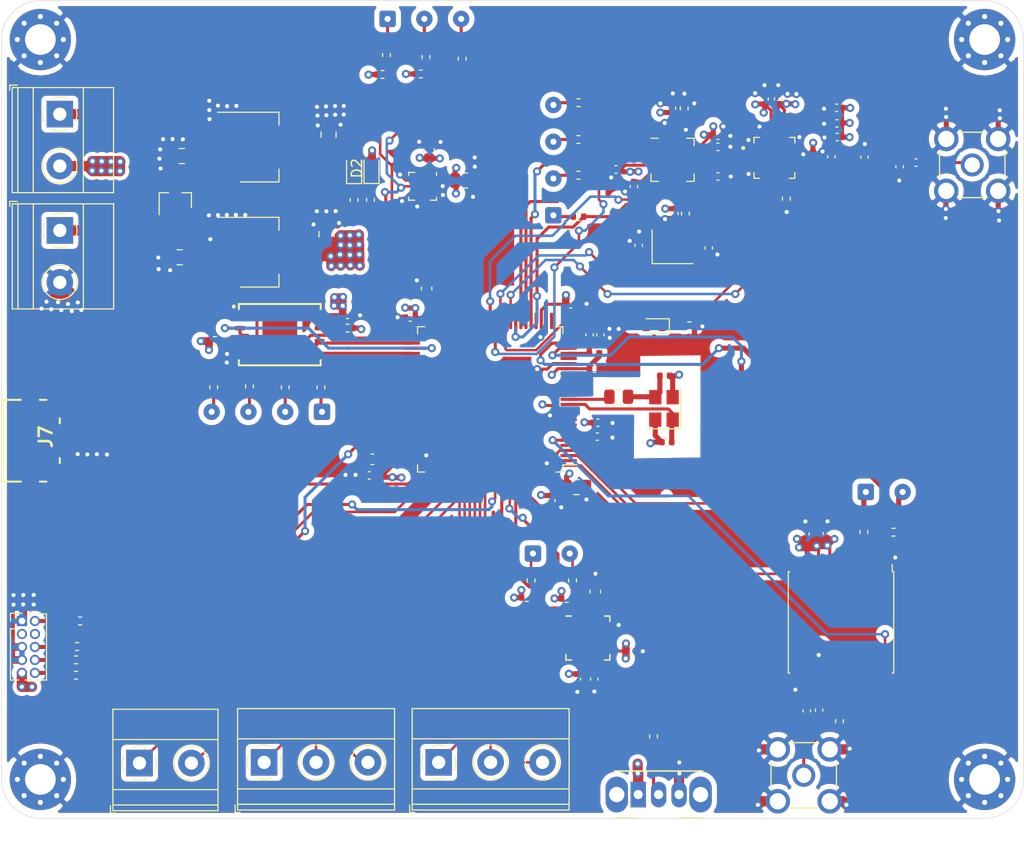
<source format=kicad_pcb>
(kicad_pcb (version 20171130) (host pcbnew "(5.1.8)-1")
  (layers (0 F.Cu signal) (1 In1.Cu power) (2 In2.Cu power) (31 B.Cu signal) (34 B.Paste user) (35 F.Paste user) (36 B.SilkS user) (37 F.SilkS user) (38 B.Mask user hide) (39 F.Mask user) (44 Edge.Cuts user))
  (net 0 "")
  (net 1 +3V3)
  (net 2 GND)
  (net 3 +3.3VA)
  (net 4 VCAP_1)
  (net 5 VCAP_2)
  (net 6 HSE_OSC_IN)
  (net 7 "Net-(C14-Pad1)")
  (net 8 Vin)
  (net 9 +5V)
  (net 10 IMU_REG_OUT)
  (net 11 IMU_CAP_OUT)
  (net 12 "Net-(C33-Pad1)")
  (net 13 XSOC_Q1)
  (net 14 "Net-(C35-Pad1)")
  (net 15 RF_ANT)
  (net 16 "Net-(C42-Pad2)")
  (net 17 "Net-(C43-Pad2)")
  (net 18 "Net-(C44-Pad1)")
  (net 19 GPS_RF_IN)
  (net 20 "Net-(C47-Pad2)")
  (net 21 "Net-(C48-Pad1)")
  (net 22 "Net-(D1-Pad1)")
  (net 23 STATUS_LED)
  (net 24 "Net-(D2-Pad1)")
  (net 25 "Net-(D3-Pad1)")
  (net 26 "Net-(J1-Pad2)")
  (net 27 "Net-(J1-Pad3)")
  (net 28 "Net-(J1-Pad4)")
  (net 29 "Net-(J1-Pad6)")
  (net 30 "Net-(J1-Pad8)")
  (net 31 "Net-(J1-Pad10)")
  (net 32 "Net-(J2-Pad2)")
  (net 33 "Net-(J3-Pad2)")
  (net 34 "Net-(J3-Pad3)")
  (net 35 "Net-(J4-Pad2)")
  (net 36 "Net-(J5-Pad2)")
  (net 37 "Net-(J5-Pad3)")
  (net 38 "Net-(J5-Pad4)")
  (net 39 "Net-(J6-Pad4)")
  (net 40 "Net-(J6-Pad3)")
  (net 41 "Net-(J6-Pad2)")
  (net 42 "Net-(J7-Pad1)")
  (net 43 "Net-(J7-Pad4)")
  (net 44 V+)
  (net 45 Input1)
  (net 46 Input2)
  (net 47 Input3)
  (net 48 Output3)
  (net 49 Output2)
  (net 50 Output1)
  (net 51 AGPIO1)
  (net 52 AGPIO2)
  (net 53 BOOT0)
  (net 54 "Net-(R1-Pad1)")
  (net 55 HSE_OSC_OUT)
  (net 56 I2C1_SCL)
  (net 57 I2C1_SDA)
  (net 58 I2C2_SCL)
  (net 59 I2C2_SDA)
  (net 60 ALT_INT_1)
  (net 61 SWDIO)
  (net 62 SWCLK)
  (net 63 SWO)
  (net 64 NRST)
  (net 65 UART1_TX)
  (net 66 UART1_RX)
  (net 67 SPI1_SCK)
  (net 68 SPI1_MISO)
  (net 69 SPI1_MOSI)
  (net 70 RF_CS)
  (net 71 SPI2_SCK)
  (net 72 SPI2_MISO)
  (net 73 SPI2_MOSI)
  (net 74 FLASH_CS)
  (net 75 USB_D-)
  (net 76 USB_D+)
  (net 77 ~WP)
  (net 78 ~HOLD)
  (net 79 "Net-(R34-Pad1)")
  (net 80 XSOC_Q2)
  (net 81 "Net-(R36-Pad1)")
  (net 82 GPS_RF_VCC)
  (net 83 "Net-(U1-Pad1)")
  (net 84 "Net-(U1-Pad7)")
  (net 85 "Net-(U1-Pad8)")
  (net 86 "Net-(U1-Pad9)")
  (net 87 "Net-(U1-Pad15)")
  (net 88 "Net-(U1-Pad16)")
  (net 89 "Net-(U1-Pad17)")
  (net 90 "Net-(U1-Pad18)")
  (net 91 "Net-(U1-Pad21)")
  (net 92 "Net-(U1-Pad26)")
  (net 93 "Net-(U1-Pad29)")
  (net 94 RF_HGM)
  (net 95 RF_LNA_EN)
  (net 96 RF_PA_EN)
  (net 97 RF_GPO1)
  (net 98 RF_GPO0)
  (net 99 "Net-(U1-Pad39)")
  (net 100 "Net-(U1-Pad40)")
  (net 101 "Net-(U1-Pad41)")
  (net 102 "Net-(U1-Pad42)")
  (net 103 "Net-(U1-Pad43)")
  (net 104 "Net-(U1-Pad44)")
  (net 105 "Net-(U1-Pad55)")
  (net 106 "Net-(U1-Pad56)")
  (net 107 "Net-(U1-Pad57)")
  (net 108 "Net-(U1-Pad58)")
  (net 109 "Net-(U1-Pad59)")
  (net 110 "Net-(U1-Pad60)")
  (net 111 "Net-(U1-Pad61)")
  (net 112 "Net-(U1-Pad62)")
  (net 113 "Net-(U1-Pad63)")
  (net 114 ~GPS_SAFEBOOT)
  (net 115 GPS_LNA_EN)
  (net 116 TIME_PULSE)
  (net 117 ~GPS_RESET)
  (net 118 "Net-(U1-Pad77)")
  (net 119 "Net-(U1-Pad78)")
  (net 120 "Net-(U1-Pad79)")
  (net 121 "Net-(U1-Pad88)")
  (net 122 "Net-(U1-Pad90)")
  (net 123 IMU_INT)
  (net 124 "Net-(U1-Pad95)")
  (net 125 "Net-(U1-Pad96)")
  (net 126 "Net-(U1-Pad97)")
  (net 127 "Net-(U1-Pad98)")
  (net 128 "Net-(U4-Pad1)")
  (net 129 "Net-(U4-Pad6)")
  (net 130 "Net-(U4-Pad7)")
  (net 131 "Net-(U4-Pad11)")
  (net 132 RF_P)
  (net 133 RF_N)
  (net 134 "Net-(U9-Pad5)")
  (net 135 "Net-(U9-Pad15)")
  (net 136 "Net-(U9-Pad16)")
  (net 137 "Net-(U9-Pad17)")
  (net 138 "Net-(U1-Pad68)")
  (net 139 "Net-(U1-Pad69)")
  (net 140 "Net-(J2-Pad1)")
  (net 141 "Net-(J3-Pad1)")
  (net 142 "Net-(J4-Pad1)")
  (net 143 "Net-(J5-Pad1)")
  (net 144 "Net-(J6-Pad1)")
  (net 145 "Net-(U1-Pad64)")
  (net 146 "Net-(U1-Pad65)")
  (net 147 "Net-(U1-Pad66)")
  (net 148 "Net-(U1-Pad67)")
  (net 149 "Net-(U1-Pad45)")
  (module Resistor_SMD:R_0402_1005Metric (layer F.Cu) (at 107.48 72.01)
    (fp_text reference R15)
    (fp_text value 22)
    (pad 2 smd roundrect (at 0.51 0) (size 0.54 0.64) (layers F.Cu F.Paste F.Mask) (net 35 "Net-(J4-Pad2)"))
    (pad 1 smd roundrect (at -0.51 0) (size 0.54 0.64) (layers F.Cu F.Paste F.Mask) (net 66 UART1_RX))
  )
  (module Connector_Wire:SolderWire-0.1sqmm_1x04_P3.6mm_D0.4mm_OD1mm (layer F.Cu) (at 74.2 41 90)
    (fp_text reference J5)
    (fp_text value SPI1)
    (pad 4 thru_hole circle (at 10.8 0 90) (size 1.6 1.6) (drill 0.6) (layers *.Cu *.Mask) (net 38 "Net-(J5-Pad4)"))
    (pad 3 thru_hole circle (at 7.2 0 90) (size 1.6 1.6) (drill 0.6) (layers *.Cu *.Mask) (net 37 "Net-(J5-Pad3)"))
    (pad 2 thru_hole circle (at 3.6 0 90) (size 1.6 1.6) (drill 0.6) (layers *.Cu *.Mask) (net 36 "Net-(J5-Pad2)"))
    (pad 1 thru_hole roundrect (at 0 0 90) (size 1.6 1.6) (drill 0.6) (layers *.Cu *.Mask) (roundrect_rratio 0.15625) (net 143 "Net-(J5-Pad1)"))
  )
  (module USB:1981568-1 (layer F.Cu) (at 20.3 63.06 270)
    (fp_text reference J7 (at -0.389 -4.227 90) (layer F.SilkS) (effects (font (size 1.27 1.27) (thickness 0.254))))
    (fp_text value 1981568-1 hide)
    (pad 11 smd rect (at 1.15 -2.75) (size 1.9 1.9) (layers F.Cu F.Paste F.Mask))
    (pad 10 smd rect (at -1.15 -2.75) (size 1.9 1.9) (layers F.Cu F.Paste F.Mask))
    (pad 9 smd rect (at 3.425 -2.75) (size 1.3 1.45) (layers F.Cu F.Paste F.Mask))
    (pad 8 smd rect (at -3.425 -2.75) (size 1.3 1.45) (layers F.Cu F.Paste F.Mask))
    (pad 7 smd rect (at 3.2 -5.2) (size 1.4 1.6) (layers F.Cu F.Paste F.Mask))
    (pad 6 smd rect (at -3.2 -5.2) (size 1.4 1.6) (layers F.Cu F.Paste F.Mask))
    (pad 5 smd rect (at 1.3 -5.425 270) (size 0.4 1.35) (layers F.Cu F.Paste F.Mask) (net 2 GND))
    (pad 4 smd rect (at 0.65 -5.425 270) (size 0.4 1.35) (layers F.Cu F.Paste F.Mask) (net 43 "Net-(J7-Pad4)"))
    (pad 3 smd rect (at 0 -5.425 270) (size 0.4 1.35) (layers F.Cu F.Paste F.Mask) (net 76 USB_D+))
    (pad 2 smd rect (at -0.65 -5.425 270) (size 0.4 1.35) (layers F.Cu F.Paste F.Mask) (net 75 USB_D-))
    (pad 1 smd rect (at -1.3 -5.425 270) (size 0.4 1.35) (layers F.Cu F.Paste F.Mask) (net 42 "Net-(J7-Pad1)"))
  )
  (module TerminalBlock_Phoenix:TerminalBlock_Phoenix_MKDS-1,5-2-5.08_1x02_P5.08mm_Horizontal (layer F.Cu) (at 25.908 42.4815 270)
    (fp_text reference J8)
    (fp_text value "Battery Input")
    (pad 2 thru_hole circle (at 5.08 0 270) (size 2.6 2.6) (drill 1.3) (layers *.Cu *.Mask) (net 2 GND))
    (pad 1 thru_hole rect (at 0 0 270) (size 2.6 2.6) (drill 1.3) (layers *.Cu *.Mask) (net 44 V+))
  )
  (module Capacitor_SMD:C_0603_1608Metric (layer F.Cu) (at 62.0395 34.6075 90)
    (fp_text reference C26)
    (fp_text value 100nF)
    (pad 2 smd roundrect (at 0.775 0 90) (size 0.9 0.95) (layers F.Cu F.Paste F.Mask) (net 2 GND))
    (pad 1 smd roundrect (at -0.775 0 90) (size 0.9 0.95) (layers F.Cu F.Paste F.Mask) (net 1 +3V3))
  )
  (module Capacitor_SMD:C_0805_2012Metric (layer F.Cu) (at 65.532 37.592)
    (fp_text reference C25)
    (fp_text value 4.7uF)
    (pad 2 smd roundrect (at 0.95 0) (size 1 1.45) (layers F.Cu F.Paste F.Mask) (net 2 GND))
    (pad 1 smd roundrect (at -0.95 0) (size 1 1.45) (layers F.Cu F.Paste F.Mask) (net 1 +3V3))
  )
  (module Package_LGA:ST_HLGA-10_2.5x2.5mm_P0.6mm_LayoutBorder3x2y (layer F.Cu) (at 61.4045 38.1635 270)
    (fp_text reference U6)
    (fp_text value LPS25HB)
    (pad 10 smd roundrect (at -0.6 -0.925 270) (size 0.4 0.55) (layers F.Cu F.Paste F.Mask) (net 1 +3V3))
    (pad 9 smd roundrect (at 0 -0.925 270) (size 0.4 0.55) (layers F.Cu F.Paste F.Mask) (net 2 GND))
    (pad 8 smd roundrect (at 0.6 -0.925 270) (size 0.4 0.55) (layers F.Cu F.Paste F.Mask) (net 2 GND))
    (pad 7 smd roundrect (at 0.925 -0.3 270) (size 0.55 0.4) (layers F.Cu F.Paste F.Mask) (net 60 ALT_INT_1))
    (pad 6 smd roundrect (at 0.925 0.3 270) (size 0.55 0.4) (layers F.Cu F.Paste F.Mask) (net 2 GND))
    (pad 5 smd roundrect (at 0.6 0.925 270) (size 0.4 0.55) (layers F.Cu F.Paste F.Mask) (net 2 GND))
    (pad 4 smd roundrect (at 0 0.925 270) (size 0.4 0.55) (layers F.Cu F.Paste F.Mask) (net 59 I2C2_SDA))
    (pad 3 smd roundrect (at -0.6 0.925 270) (size 0.4 0.55) (layers F.Cu F.Paste F.Mask) (net 2 GND))
    (pad 2 smd roundrect (at -0.925 0.3 270) (size 0.55 0.4) (layers F.Cu F.Paste F.Mask) (net 58 I2C2_SCL))
    (pad 1 smd roundrect (at -0.925 -0.3 270) (size 0.55 0.4) (layers F.Cu F.Paste F.Mask) (net 1 +3V3))
  )
  (module Connector_Wire:SolderWire-0.1sqmm_1x03_P3.6mm_D0.4mm_OD1mm (layer F.Cu) (at 57.9755 21.7805)
    (fp_text reference J3)
    (fp_text value I2C2)
    (pad 3 thru_hole circle (at 7.2 0) (size 1.6 1.6) (drill 0.6) (layers *.Cu *.Mask) (net 34 "Net-(J3-Pad3)"))
    (pad 2 thru_hole circle (at 3.6 0) (size 1.6 1.6) (drill 0.6) (layers *.Cu *.Mask) (net 33 "Net-(J3-Pad2)"))
    (pad 1 thru_hole roundrect (at 0 0) (size 1.6 1.6) (drill 0.6) (layers *.Cu *.Mask) (roundrect_rratio 0.15625) (net 141 "Net-(J3-Pad1)"))
  )
  (module MountingHole:MountingHole_3mm_Pad_Via (layer F.Cu) (at 24 96.2)
    (fp_text reference H4)
    (fp_text value MountingHole_Pad)
    (pad 1 thru_hole circle (at 1.59099 -1.59099) (size 0.8 0.8) (drill 0.5) (layers *.Cu *.Mask) (net 2 GND))
    (pad 1 thru_hole circle (at 0 -2.25) (size 0.8 0.8) (drill 0.5) (layers *.Cu *.Mask) (net 2 GND))
    (pad 1 thru_hole circle (at -1.59099 -1.59099) (size 0.8 0.8) (drill 0.5) (layers *.Cu *.Mask) (net 2 GND))
    (pad 1 thru_hole circle (at -2.25 0) (size 0.8 0.8) (drill 0.5) (layers *.Cu *.Mask) (net 2 GND))
    (pad 1 thru_hole circle (at -1.59099 1.59099) (size 0.8 0.8) (drill 0.5) (layers *.Cu *.Mask) (net 2 GND))
    (pad 1 thru_hole circle (at 0 2.25) (size 0.8 0.8) (drill 0.5) (layers *.Cu *.Mask) (net 2 GND))
    (pad 1 thru_hole circle (at 1.59099 1.59099) (size 0.8 0.8) (drill 0.5) (layers *.Cu *.Mask) (net 2 GND))
    (pad 1 thru_hole circle (at 2.25 0) (size 0.8 0.8) (drill 0.5) (layers *.Cu *.Mask) (net 2 GND))
    (pad 1 thru_hole circle (at 0 0) (size 6 6) (drill 3) (layers *.Cu *.Mask) (net 2 GND))
  )
  (module Connector_Wire:SolderWire-0.1sqmm_1x04_P3.6mm_D0.4mm_OD1mm (layer F.Cu) (at 51.56 60.23 180)
    (fp_text reference J6)
    (fp_text value SPI2)
    (pad 4 thru_hole circle (at 10.8 0 180) (size 1.6 1.6) (drill 0.6) (layers *.Cu *.Mask) (net 39 "Net-(J6-Pad4)"))
    (pad 3 thru_hole circle (at 7.2 0 180) (size 1.6 1.6) (drill 0.6) (layers *.Cu *.Mask) (net 40 "Net-(J6-Pad3)"))
    (pad 2 thru_hole circle (at 3.6 0 180) (size 1.6 1.6) (drill 0.6) (layers *.Cu *.Mask) (net 41 "Net-(J6-Pad2)"))
    (pad 1 thru_hole roundrect (at 0 0 180) (size 1.6 1.6) (drill 0.6) (layers *.Cu *.Mask) (roundrect_rratio 0.15625) (net 144 "Net-(J6-Pad1)"))
  )
  (module Connector_Wire:SolderWire-0.1sqmm_1x02_P3.6mm_D0.4mm_OD1mm (layer F.Cu) (at 72.2 74.1)
    (fp_text reference J2)
    (fp_text value UART1)
    (pad 2 thru_hole circle (at 3.6 0) (size 1.6 1.6) (drill 0.6) (layers *.Cu *.Mask) (net 32 "Net-(J2-Pad2)"))
    (pad 1 thru_hole roundrect (at 0 0) (size 1.6 1.6) (drill 0.6) (layers *.Cu *.Mask) (roundrect_rratio 0.15625) (net 140 "Net-(J2-Pad1)"))
  )
  (module MountingHole:MountingHole_3mm_Pad_Via (layer F.Cu) (at 116.4 96.2)
    (fp_text reference H3)
    (fp_text value MountingHole_Pad)
    (pad 1 thru_hole circle (at 1.59099 -1.59099) (size 0.8 0.8) (drill 0.5) (layers *.Cu *.Mask) (net 2 GND))
    (pad 1 thru_hole circle (at 0 -2.25) (size 0.8 0.8) (drill 0.5) (layers *.Cu *.Mask) (net 2 GND))
    (pad 1 thru_hole circle (at -1.59099 -1.59099) (size 0.8 0.8) (drill 0.5) (layers *.Cu *.Mask) (net 2 GND))
    (pad 1 thru_hole circle (at -2.25 0) (size 0.8 0.8) (drill 0.5) (layers *.Cu *.Mask) (net 2 GND))
    (pad 1 thru_hole circle (at -1.59099 1.59099) (size 0.8 0.8) (drill 0.5) (layers *.Cu *.Mask) (net 2 GND))
    (pad 1 thru_hole circle (at 0 2.25) (size 0.8 0.8) (drill 0.5) (layers *.Cu *.Mask) (net 2 GND))
    (pad 1 thru_hole circle (at 1.59099 1.59099) (size 0.8 0.8) (drill 0.5) (layers *.Cu *.Mask) (net 2 GND))
    (pad 1 thru_hole circle (at 2.25 0) (size 0.8 0.8) (drill 0.5) (layers *.Cu *.Mask) (net 2 GND))
    (pad 1 thru_hole circle (at 0 0) (size 6 6) (drill 3) (layers *.Cu *.Mask) (net 2 GND))
  )
  (module MountingHole:MountingHole_3mm_Pad_Via (layer F.Cu) (at 116.4 23.8)
    (fp_text reference H2)
    (fp_text value MountingHole_Pad)
    (pad 1 thru_hole circle (at 1.59099 -1.59099) (size 0.8 0.8) (drill 0.5) (layers *.Cu *.Mask) (net 2 GND))
    (pad 1 thru_hole circle (at 0 -2.25) (size 0.8 0.8) (drill 0.5) (layers *.Cu *.Mask) (net 2 GND))
    (pad 1 thru_hole circle (at -1.59099 -1.59099) (size 0.8 0.8) (drill 0.5) (layers *.Cu *.Mask) (net 2 GND))
    (pad 1 thru_hole circle (at -2.25 0) (size 0.8 0.8) (drill 0.5) (layers *.Cu *.Mask) (net 2 GND))
    (pad 1 thru_hole circle (at -1.59099 1.59099) (size 0.8 0.8) (drill 0.5) (layers *.Cu *.Mask) (net 2 GND))
    (pad 1 thru_hole circle (at 0 2.25) (size 0.8 0.8) (drill 0.5) (layers *.Cu *.Mask) (net 2 GND))
    (pad 1 thru_hole circle (at 1.59099 1.59099) (size 0.8 0.8) (drill 0.5) (layers *.Cu *.Mask) (net 2 GND))
    (pad 1 thru_hole circle (at 2.25 0) (size 0.8 0.8) (drill 0.5) (layers *.Cu *.Mask) (net 2 GND))
    (pad 1 thru_hole circle (at 0 0) (size 6 6) (drill 3) (layers *.Cu *.Mask) (net 2 GND))
  )
  (module MountingHole:MountingHole_3mm_Pad_Via (layer F.Cu) (at 24 23.8)
    (fp_text reference H1)
    (fp_text value MountingHole_Pad)
    (pad 1 thru_hole circle (at 1.59099 -1.59099) (size 0.8 0.8) (drill 0.5) (layers *.Cu *.Mask) (net 2 GND))
    (pad 1 thru_hole circle (at 0 -2.25) (size 0.8 0.8) (drill 0.5) (layers *.Cu *.Mask) (net 2 GND))
    (pad 1 thru_hole circle (at -1.59099 -1.59099) (size 0.8 0.8) (drill 0.5) (layers *.Cu *.Mask) (net 2 GND))
    (pad 1 thru_hole circle (at -2.25 0) (size 0.8 0.8) (drill 0.5) (layers *.Cu *.Mask) (net 2 GND))
    (pad 1 thru_hole circle (at -1.59099 1.59099) (size 0.8 0.8) (drill 0.5) (layers *.Cu *.Mask) (net 2 GND))
    (pad 1 thru_hole circle (at 0 2.25) (size 0.8 0.8) (drill 0.5) (layers *.Cu *.Mask) (net 2 GND))
    (pad 1 thru_hole circle (at 1.59099 1.59099) (size 0.8 0.8) (drill 0.5) (layers *.Cu *.Mask) (net 2 GND))
    (pad 1 thru_hole circle (at 2.25 0) (size 0.8 0.8) (drill 0.5) (layers *.Cu *.Mask) (net 2 GND))
    (pad 1 thru_hole circle (at 0 0) (size 6 6) (drill 3) (layers *.Cu *.Mask) (net 2 GND))
  )
  (module Connector_Wire:SolderWire-0.1sqmm_1x02_P3.6mm_D0.4mm_OD1mm (layer F.Cu) (at 104.775 68.072)
    (fp_text reference J4)
    (fp_text value UART1)
    (pad 2 thru_hole circle (at 3.6 0) (size 1.6 1.6) (drill 0.6) (layers *.Cu *.Mask) (net 35 "Net-(J4-Pad2)"))
    (pad 1 thru_hole roundrect (at 0 0) (size 1.6 1.6) (drill 0.6) (layers *.Cu *.Mask) (roundrect_rratio 0.15625) (net 142 "Net-(J4-Pad1)"))
  )
  (module Capacitor_SMD:C_0402_1005Metric (layer F.Cu) (at 54.06 50.7365)
    (fp_text reference C23)
    (fp_text value 100nF)
    (pad 2 smd roundrect (at 0.48 0) (size 0.56 0.62) (layers F.Cu F.Paste F.Mask) (net 2 GND))
    (pad 1 smd roundrect (at -0.48 0) (size 0.56 0.62) (layers F.Cu F.Paste F.Mask) (net 1 +3V3))
  )
  (module Capacitor_SMD:C_0402_1005Metric (layer F.Cu) (at 76.5 86.38 270)
    (fp_text reference C21)
    (fp_text value 100nF)
    (pad 2 smd roundrect (at 0.48 0 270) (size 0.56 0.62) (layers F.Cu F.Paste F.Mask) (net 2 GND))
    (pad 1 smd roundrect (at -0.48 0 270) (size 0.56 0.62) (layers F.Cu F.Paste F.Mask) (net 1 +3V3))
  )
  (module Capacitor_SMD:C_0402_1005Metric (layer F.Cu) (at 81.7685 83.637)
    (fp_text reference C20)
    (fp_text value 100nF)
    (pad 2 smd roundrect (at 0.48 0) (size 0.56 0.62) (layers F.Cu F.Paste F.Mask) (net 2 GND))
    (pad 1 smd roundrect (at -0.48 0) (size 0.56 0.62) (layers F.Cu F.Paste F.Mask) (net 1 +3V3))
  )
  (module Capacitor_SMD:C_0402_1005Metric (layer F.Cu) (at 78.2 86.38 270)
    (fp_text reference C19)
    (fp_text value 100nF)
    (pad 2 smd roundrect (at 0.48 0 270) (size 0.56 0.62) (layers F.Cu F.Paste F.Mask) (net 2 GND))
    (pad 1 smd roundrect (at -0.48 0 270) (size 0.56 0.62) (layers F.Cu F.Paste F.Mask) (net 10 IMU_REG_OUT))
  )
  (module Capacitor_SMD:C_0402_1005Metric (layer F.Cu) (at 56.18 66.45 180)
    (fp_text reference C8)
    (fp_text value 100nF)
    (pad 2 smd roundrect (at 0.48 0 180) (size 0.56 0.62) (layers F.Cu F.Paste F.Mask) (net 2 GND))
    (pad 1 smd roundrect (at -0.48 0 180) (size 0.56 0.62) (layers F.Cu F.Paste F.Mask) (net 1 +3V3))
  )
  (module Capacitor_SMD:C_0402_1005Metric (layer F.Cu) (at 60.2 51 180)
    (fp_text reference C7)
    (fp_text value 100nF)
    (pad 2 smd roundrect (at 0.48 0 180) (size 0.56 0.62) (layers F.Cu F.Paste F.Mask) (net 2 GND))
    (pad 1 smd roundrect (at -0.48 0 180) (size 0.56 0.62) (layers F.Cu F.Paste F.Mask) (net 1 +3V3))
  )
  (module Capacitor_SMD:C_0402_1005Metric (layer F.Cu) (at 78.5 62.66)
    (fp_text reference C6)
    (fp_text value 100nF)
    (pad 2 smd roundrect (at 0.48 0) (size 0.56 0.62) (layers F.Cu F.Paste F.Mask) (net 2 GND))
    (pad 1 smd roundrect (at -0.48 0) (size 0.56 0.62) (layers F.Cu F.Paste F.Mask) (net 1 +3V3))
  )
  (module Capacitor_SMD:C_0402_1005Metric (layer F.Cu) (at 78.5595 61.295)
    (fp_text reference C5)
    (fp_text value 100nF)
    (pad 2 smd roundrect (at 0.48 0) (size 0.56 0.62) (layers F.Cu F.Paste F.Mask) (net 2 GND))
    (pad 1 smd roundrect (at -0.48 0) (size 0.56 0.62) (layers F.Cu F.Paste F.Mask) (net 1 +3V3))
  )
  (module Capacitor_SMD:C_0402_1005Metric (layer F.Cu) (at 74 68.9 270)
    (fp_text reference C4)
    (fp_text value 100nF)
    (pad 2 smd roundrect (at 0.48 0 270) (size 0.56 0.62) (layers F.Cu F.Paste F.Mask) (net 2 GND))
    (pad 1 smd roundrect (at -0.48 0 270) (size 0.56 0.62) (layers F.Cu F.Paste F.Mask) (net 1 +3V3))
  )
  (module Capacitor_SMD:C_0402_1005Metric (layer F.Cu) (at 75.9 49.7)
    (fp_text reference C3)
    (fp_text value 100nF)
    (pad 2 smd roundrect (at 0.48 0) (size 0.56 0.62) (layers F.Cu F.Paste F.Mask) (net 2 GND))
    (pad 1 smd roundrect (at -0.48 0) (size 0.56 0.62) (layers F.Cu F.Paste F.Mask) (net 1 +3V3))
  )
  (module Capacitor_SMD:C_0402_1005Metric (layer F.Cu) (at 78.22 56)
    (fp_text reference C2)
    (fp_text value 100nF)
    (pad 2 smd roundrect (at 0.48 0) (size 0.56 0.62) (layers F.Cu F.Paste F.Mask) (net 2 GND))
    (pad 1 smd roundrect (at -0.48 0) (size 0.56 0.62) (layers F.Cu F.Paste F.Mask) (net 1 +3V3))
  )
  (module Capacitor_SMD:C_0805_2012Metric (layer F.Cu) (at 76.45 67.6)
    (fp_text reference C1)
    (fp_text value 4.7uF)
    (pad 1 smd roundrect (at -0.95 0) (size 1 1.45) (layers F.Cu F.Paste F.Mask) (net 1 +3V3))
    (pad 2 smd roundrect (at 0.95 0) (size 1 1.45) (layers F.Cu F.Paste F.Mask) (net 2 GND))
  )
  (module Capacitor_SMD:C_0402_1005Metric (layer F.Cu) (at 77.741 52.6945 90)
    (fp_text reference C9)
    (fp_text value 1uF)
    (pad 1 smd roundrect (at -0.48 0 90) (size 0.56 0.62) (layers F.Cu F.Paste F.Mask) (net 3 +3.3VA))
    (pad 2 smd roundrect (at 0.48 0 90) (size 0.56 0.62) (layers F.Cu F.Paste F.Mask) (net 2 GND))
  )
  (module Capacitor_SMD:C_0402_1005Metric (layer F.Cu) (at 78.8 52.7 90)
    (fp_text reference C10)
    (fp_text value 10nF)
    (pad 1 smd roundrect (at -0.48 0 90) (size 0.56 0.62) (layers F.Cu F.Paste F.Mask) (net 3 +3.3VA))
    (pad 2 smd roundrect (at 0.48 0 90) (size 0.56 0.62) (layers F.Cu F.Paste F.Mask) (net 2 GND))
  )
  (module Capacitor_SMD:C_0603_1608Metric (layer F.Cu) (at 61.8 48.175 90)
    (fp_text reference C11)
    (fp_text value 2.2uF)
    (pad 2 smd roundrect (at 0.775 0 90) (size 0.9 0.95) (layers F.Cu F.Paste F.Mask) (net 2 GND))
    (pad 1 smd roundrect (at -0.775 0 90) (size 0.9 0.95) (layers F.Cu F.Paste F.Mask) (net 4 VCAP_1))
  )
  (module Capacitor_SMD:C_0603_1608Metric (layer F.Cu) (at 56.49 64.88 180)
    (fp_text reference C12)
    (fp_text value 2.2uF)
    (pad 1 smd roundrect (at -0.775 0 180) (size 0.9 0.95) (layers F.Cu F.Paste F.Mask) (net 5 VCAP_2))
    (pad 2 smd roundrect (at 0.775 0 180) (size 0.9 0.95) (layers F.Cu F.Paste F.Mask) (net 2 GND))
  )
  (module Capacitor_SMD:C_0402_1005Metric (layer F.Cu) (at 85.3 63.2 180)
    (fp_text reference C13)
    (fp_text value 12pF)
    (pad 1 smd roundrect (at -0.48 0 180) (size 0.56 0.62) (layers F.Cu F.Paste F.Mask) (net 6 HSE_OSC_IN))
    (pad 2 smd roundrect (at 0.48 0 180) (size 0.56 0.62) (layers F.Cu F.Paste F.Mask) (net 2 GND))
  )
  (module Capacitor_SMD:C_0402_1005Metric (layer F.Cu) (at 85.1 56.7)
    (fp_text reference C14)
    (fp_text value 12pF)
    (pad 2 smd roundrect (at 0.48 0) (size 0.56 0.62) (layers F.Cu F.Paste F.Mask) (net 2 GND))
    (pad 1 smd roundrect (at -0.48 0) (size 0.56 0.62) (layers F.Cu F.Paste F.Mask) (net 7 "Net-(C14-Pad1)"))
  )
  (module Capacitor_SMD:C_0805_2012Metric (layer F.Cu) (at 37.85 35.2 180)
    (fp_text reference C15)
    (fp_text value 22uF)
    (pad 2 smd roundrect (at 0.95 0 180) (size 1 1.45) (layers F.Cu F.Paste F.Mask) (net 2 GND))
    (pad 1 smd roundrect (at -0.95 0 180) (size 1 1.45) (layers F.Cu F.Paste F.Mask) (net 8 Vin))
  )
  (module Capacitor_SMD:C_0805_2012Metric (layer F.Cu) (at 52 42.85 90)
    (fp_text reference C16)
    (fp_text value 22uF)
    (pad 1 smd roundrect (at -0.95 0 90) (size 1 1.45) (layers F.Cu F.Paste F.Mask) (net 1 +3V3))
    (pad 2 smd roundrect (at 0.95 0 90) (size 1 1.45) (layers F.Cu F.Paste F.Mask) (net 2 GND))
  )
  (module Capacitor_SMD:C_0805_2012Metric (layer F.Cu) (at 37.63 45.11 180)
    (fp_text reference C17)
    (fp_text value 22uF)
    (pad 1 smd roundrect (at -0.95 0 180) (size 1 1.45) (layers F.Cu F.Paste F.Mask) (net 8 Vin))
    (pad 2 smd roundrect (at 0.95 0 180) (size 1 1.45) (layers F.Cu F.Paste F.Mask) (net 2 GND))
  )
  (module Capacitor_SMD:C_0805_2012Metric (layer F.Cu) (at 52.2 33.1 90)
    (fp_text reference C18)
    (fp_text value 22uF)
    (pad 2 smd roundrect (at 0.95 0 90) (size 1 1.45) (layers F.Cu F.Paste F.Mask) (net 2 GND))
    (pad 1 smd roundrect (at -0.95 0 90) (size 1 1.45) (layers F.Cu F.Paste F.Mask) (net 9 +5V))
  )
  (module Capacitor_SMD:C_0603_1608Metric (layer F.Cu) (at 78.3 77.825 90)
    (fp_text reference C22)
    (fp_text value 2.2nF)
    (pad 1 smd roundrect (at -0.775 0 90) (size 0.9 0.95) (layers F.Cu F.Paste F.Mask) (net 11 IMU_CAP_OUT))
    (pad 2 smd roundrect (at 0.775 0 90) (size 0.9 0.95) (layers F.Cu F.Paste F.Mask) (net 2 GND))
  )
  (module Capacitor_SMD:C_0402_1005Metric (layer F.Cu) (at 80.33 36.51 180)
    (fp_text reference C27)
    (fp_text value 100nF)
    (pad 1 smd roundrect (at -0.48 0 180) (size 0.56 0.62) (layers F.Cu F.Paste F.Mask) (net 1 +3V3))
    (pad 2 smd roundrect (at 0.48 0 180) (size 0.56 0.62) (layers F.Cu F.Paste F.Mask) (net 2 GND))
  )
  (module Capacitor_SMD:C_0402_1005Metric (layer F.Cu) (at 85.8 30.52 90)
    (fp_text reference C28)
    (fp_text value 100nF)
    (pad 2 smd roundrect (at 0.48 0 90) (size 0.56 0.62) (layers F.Cu F.Paste F.Mask) (net 2 GND))
    (pad 1 smd roundrect (at -0.48 0 90) (size 0.56 0.62) (layers F.Cu F.Paste F.Mask) (net 1 +3V3))
  )
  (module Capacitor_SMD:C_0402_1005Metric (layer F.Cu) (at 90.297 33.2185)
    (fp_text reference C29)
    (fp_text value 100nF)
    (pad 1 smd roundrect (at -0.48 0) (size 0.56 0.62) (layers F.Cu F.Paste F.Mask) (net 1 +3V3))
    (pad 2 smd roundrect (at 0.48 0) (size 0.56 0.62) (layers F.Cu F.Paste F.Mask) (net 2 GND))
  )
  (module Capacitor_SMD:C_0402_1005Metric (layer F.Cu) (at 90.297 34.298)
    (fp_text reference C30)
    (fp_text value 220pF)
    (pad 2 smd roundrect (at 0.48 0) (size 0.56 0.62) (layers F.Cu F.Paste F.Mask) (net 2 GND))
    (pad 1 smd roundrect (at -0.48 0) (size 0.56 0.62) (layers F.Cu F.Paste F.Mask) (net 1 +3V3))
  )
  (module Capacitor_SMD:C_0402_1005Metric (layer F.Cu) (at 90.297 37.2)
    (fp_text reference C31)
    (fp_text value 220pF)
    (pad 1 smd roundrect (at -0.48 0) (size 0.56 0.62) (layers F.Cu F.Paste F.Mask) (net 1 +3V3))
    (pad 2 smd roundrect (at 0.48 0) (size 0.56 0.62) (layers F.Cu F.Paste F.Mask) (net 2 GND))
  )
  (module Capacitor_SMD:C_0402_1005Metric (layer F.Cu) (at 86.0425 40.8305 270)
    (fp_text reference C32)
    (fp_text value 220pF)
    (pad 2 smd roundrect (at 0.48 0 270) (size 0.56 0.62) (layers F.Cu F.Paste F.Mask) (net 2 GND))
    (pad 1 smd roundrect (at -0.48 0 270) (size 0.56 0.62) (layers F.Cu F.Paste F.Mask) (net 1 +3V3))
  )
  (module Capacitor_SMD:C_0402_1005Metric (layer F.Cu) (at 82.08 38.19 270)
    (fp_text reference C33)
    (fp_text value 100nF)
    (pad 2 smd roundrect (at 0.48 0 270) (size 0.56 0.62) (layers F.Cu F.Paste F.Mask) (net 2 GND))
    (pad 1 smd roundrect (at -0.48 0 270) (size 0.56 0.62) (layers F.Cu F.Paste F.Mask) (net 12 "Net-(C33-Pad1)"))
  )
  (module Capacitor_SMD:C_0402_1005Metric (layer F.Cu) (at 82.55 43.942 90)
    (fp_text reference C34)
    (fp_text value 12pF)
    (pad 1 smd roundrect (at -0.48 0 90) (size 0.56 0.62) (layers F.Cu F.Paste F.Mask) (net 13 XSOC_Q1))
    (pad 2 smd roundrect (at 0.48 0 90) (size 0.56 0.62) (layers F.Cu F.Paste F.Mask) (net 2 GND))
  )
  (module Capacitor_SMD:C_0402_1005Metric (layer F.Cu) (at 89.408 44.196 270)
    (fp_text reference C35)
    (fp_text value 12pF)
    (pad 2 smd roundrect (at 0.48 0 270) (size 0.56 0.62) (layers F.Cu F.Paste F.Mask) (net 2 GND))
    (pad 1 smd roundrect (at -0.48 0 270) (size 0.56 0.62) (layers F.Cu F.Paste F.Mask) (net 14 "Net-(C35-Pad1)"))
  )
  (module Capacitor_SMD:C_0402_1005Metric (layer F.Cu) (at 96.2 29.6 90)
    (fp_text reference C36)
    (fp_text value "1nF 0402")
    (pad 1 smd roundrect (at -0.48 0 90) (size 0.56 0.62) (layers F.Cu F.Paste F.Mask) (net 1 +3V3))
    (pad 2 smd roundrect (at 0.48 0 90) (size 0.56 0.62) (layers F.Cu F.Paste F.Mask) (net 2 GND))
  )
  (module Capacitor_SMD:C_0402_1005Metric (layer F.Cu) (at 94.869 29.6265 90)
    (fp_text reference C37)
    (fp_text value "12pF 0402")
    (pad 2 smd roundrect (at 0.48 0 90) (size 0.56 0.62) (layers F.Cu F.Paste F.Mask) (net 2 GND))
    (pad 1 smd roundrect (at -0.48 0 90) (size 0.56 0.62) (layers F.Cu F.Paste F.Mask) (net 1 +3V3))
  )
  (module Capacitor_SMD:C_0402_1005Metric (layer F.Cu) (at 101.9175 30.48)
    (fp_text reference C38)
    (fp_text value 1uF)
    (pad 1 smd roundrect (at -0.48 0) (size 0.56 0.62) (layers F.Cu F.Paste F.Mask) (net 2 GND))
    (pad 2 smd roundrect (at 0.48 0) (size 0.56 0.62) (layers F.Cu F.Paste F.Mask) (net 1 +3V3))
  )
  (module Capacitor_SMD:C_0402_1005Metric (layer F.Cu) (at 101.9455 32.004)
    (fp_text reference C39)
    (fp_text value 1nF)
    (pad 2 smd roundrect (at 0.48 0) (size 0.56 0.62) (layers F.Cu F.Paste F.Mask) (net 1 +3V3))
    (pad 1 smd roundrect (at -0.48 0) (size 0.56 0.62) (layers F.Cu F.Paste F.Mask) (net 2 GND))
  )
  (module Capacitor_SMD:C_0402_1005Metric (layer F.Cu) (at 101.981 33.3375)
    (fp_text reference C40)
    (fp_text value 12pF)
    (pad 2 smd roundrect (at 0.48 0) (size 0.56 0.62) (layers F.Cu F.Paste F.Mask) (net 1 +3V3))
    (pad 1 smd roundrect (at -0.48 0) (size 0.56 0.62) (layers F.Cu F.Paste F.Mask) (net 2 GND))
  )
  (module Capacitor_SMD:C_0402_1005Metric (layer F.Cu) (at 101.4095 35.2705 270)
    (fp_text reference C41)
    (fp_text value 2.2pF)
    (pad 2 smd roundrect (at 0.48 0 270) (size 0.56 0.62) (layers F.Cu F.Paste F.Mask) (net 15 RF_ANT))
    (pad 1 smd roundrect (at -0.48 0 270) (size 0.56 0.62) (layers F.Cu F.Paste F.Mask) (net 2 GND))
  )
  (module Capacitor_SMD:C_0402_1005Metric (layer F.Cu) (at 104.648 35.306 270)
    (fp_text reference C42)
    (fp_text value 2.2pF)
    (pad 1 smd roundrect (at -0.48 0 270) (size 0.56 0.62) (layers F.Cu F.Paste F.Mask) (net 2 GND))
    (pad 2 smd roundrect (at 0.48 0 270) (size 0.56 0.62) (layers F.Cu F.Paste F.Mask) (net 16 "Net-(C42-Pad2)"))
  )
  (module Capacitor_SMD:C_0402_1005Metric (layer F.Cu) (at 108.077 36.2585 90)
    (fp_text reference C43)
    (fp_text value 0.1pF)
    (pad 2 smd roundrect (at 0.48 0 90) (size 0.56 0.62) (layers F.Cu F.Paste F.Mask) (net 17 "Net-(C43-Pad2)"))
    (pad 1 smd roundrect (at -0.48 0 90) (size 0.56 0.62) (layers F.Cu F.Paste F.Mask) (net 2 GND))
  )
  (module Capacitor_SMD:C_0402_1005Metric (layer F.Cu) (at 109.6645 35.842 180)
    (fp_text reference C44)
    (fp_text value 18pF)
    (pad 1 smd roundrect (at -0.48 0 180) (size 0.56 0.62) (layers F.Cu F.Paste F.Mask) (net 18 "Net-(C44-Pad1)"))
    (pad 2 smd roundrect (at 0.48 0 180) (size 0.56 0.62) (layers F.Cu F.Paste F.Mask) (net 17 "Net-(C43-Pad2)"))
  )
  (module Capacitor_SMD:C_0402_1005Metric (layer F.Cu) (at 98.8695 72.1695 90)
    (fp_text reference C45)
    (fp_text value 1uF)
    (pad 1 smd roundrect (at -0.48 0 90) (size 0.56 0.62) (layers F.Cu F.Paste F.Mask) (net 1 +3V3))
    (pad 2 smd roundrect (at 0.48 0 90) (size 0.56 0.62) (layers F.Cu F.Paste F.Mask) (net 2 GND))
  )
  (module Capacitor_SMD:C_0402_1005Metric (layer F.Cu) (at 100.965 72.136 90)
    (fp_text reference C46)
    (fp_text value 1uF)
    (pad 2 smd roundrect (at 0.48 0 90) (size 0.56 0.62) (layers F.Cu F.Paste F.Mask) (net 2 GND))
    (pad 1 smd roundrect (at -0.48 0 90) (size 0.56 0.62) (layers F.Cu F.Paste F.Mask) (net 1 +3V3))
  )
  (module Capacitor_SMD:C_0402_1005Metric (layer F.Cu) (at 99 89.5 270)
    (fp_text reference C47)
    (fp_text value 47pF)
    (pad 1 smd roundrect (at -0.48 0 270) (size 0.56 0.62) (layers F.Cu F.Paste F.Mask) (net 19 GPS_RF_IN))
    (pad 2 smd roundrect (at 0.48 0 270) (size 0.56 0.62) (layers F.Cu F.Paste F.Mask) (net 20 "Net-(C47-Pad2)"))
  )
  (module Capacitor_SMD:C_0402_1005Metric (layer F.Cu) (at 100.2 89.42 90)
    (fp_text reference C48)
    (fp_text value 10nF)
    (pad 2 smd roundrect (at 0.48 0 90) (size 0.56 0.62) (layers F.Cu F.Paste F.Mask) (net 2 GND))
    (pad 1 smd roundrect (at -0.48 0 90) (size 0.56 0.62) (layers F.Cu F.Paste F.Mask) (net 21 "Net-(C48-Pad1)"))
  )
  (module LED_SMD:LED_0603_1608Metric (layer F.Cu) (at 84.0585 51.859 180)
    (fp_text reference D1)
    (fp_text value GREEN_LED)
    (pad 1 smd roundrect (at -0.7875 0 180) (size 0.875 0.95) (layers F.Cu F.Paste F.Mask) (net 22 "Net-(D1-Pad1)"))
    (pad 2 smd roundrect (at 0.7875 0 180) (size 0.875 0.95) (layers F.Cu F.Paste F.Mask) (net 23 STATUS_LED))
  )
  (module LED_SMD:LED_0603_1608Metric (layer F.Cu) (at 56.4 36.4 90)
    (fp_text reference D2 (at 0 -1.43 90) (layer F.SilkS))
    (fp_text value RED_LED)
    (pad 1 smd roundrect (at -0.7875 0 90) (size 0.875 0.95) (layers F.Cu F.Paste F.Mask) (net 24 "Net-(D2-Pad1)"))
    (pad 2 smd roundrect (at 0.7875 0 90) (size 0.875 0.95) (layers F.Cu F.Paste F.Mask) (net 1 +3V3))
  )
  (module LED_SMD:LED_0603_1608Metric (layer F.Cu) (at 54.7 36.4125 90)
    (fp_text reference D3)
    (fp_text value ORANGE_LED)
    (pad 2 smd roundrect (at 0.7875 0 90) (size 0.875 0.95) (layers F.Cu F.Paste F.Mask) (net 9 +5V))
    (pad 1 smd roundrect (at -0.7875 0 90) (size 0.875 0.95) (layers F.Cu F.Paste F.Mask) (net 25 "Net-(D3-Pad1)"))
  )
  (module Connector_PinHeader_1.27mm:PinHeader_2x05_P1.27mm_Vertical (layer F.Cu) (at 22.2 80.7)
    (fp_text reference J1)
    (fp_text value SWD)
    (pad 1 thru_hole rect (at 0 0) (size 1 1) (drill 0.65) (layers *.Cu *.Mask) (net 2 GND))
    (pad 2 thru_hole oval (at 1.27 0) (size 1 1) (drill 0.65) (layers *.Cu *.Mask) (net 26 "Net-(J1-Pad2)"))
    (pad 3 thru_hole oval (at 0 1.27) (size 1 1) (drill 0.65) (layers *.Cu *.Mask) (net 27 "Net-(J1-Pad3)"))
    (pad 4 thru_hole oval (at 1.27 1.27) (size 1 1) (drill 0.65) (layers *.Cu *.Mask) (net 28 "Net-(J1-Pad4)"))
    (pad 5 thru_hole oval (at 0 2.54) (size 1 1) (drill 0.65) (layers *.Cu *.Mask) (net 2 GND))
    (pad 6 thru_hole oval (at 1.27 2.54) (size 1 1) (drill 0.65) (layers *.Cu *.Mask) (net 29 "Net-(J1-Pad6)"))
    (pad 7 thru_hole oval (at 0 3.81) (size 1 1) (drill 0.65) (layers *.Cu *.Mask) (net 2 GND))
    (pad 8 thru_hole oval (at 1.27 3.81) (size 1 1) (drill 0.65) (layers *.Cu *.Mask) (net 30 "Net-(J1-Pad8)"))
    (pad 9 thru_hole oval (at 0 5.08) (size 1 1) (drill 0.65) (layers *.Cu *.Mask) (net 1 +3V3))
    (pad 10 thru_hole oval (at 1.27 5.08) (size 1 1) (drill 0.65) (layers *.Cu *.Mask) (net 31 "Net-(J1-Pad10)"))
  )
  (module TerminalBlock_Phoenix:TerminalBlock_Phoenix_MKDS-1,5-3-5.08_1x03_P5.08mm_Horizontal (layer F.Cu) (at 62.9795 94.5305)
    (fp_text reference J9)
    (fp_text value INPUT)
    (pad 1 thru_hole rect (at 0 0) (size 2.6 2.6) (drill 1.3) (layers *.Cu *.Mask) (net 47 Input3))
    (pad 2 thru_hole circle (at 5.08 0) (size 2.6 2.6) (drill 1.3) (layers *.Cu *.Mask) (net 46 Input2))
    (pad 3 thru_hole circle (at 10.16 0) (size 2.6 2.6) (drill 1.3) (layers *.Cu *.Mask) (net 45 Input1))
  )
  (module TerminalBlock_Phoenix:TerminalBlock_Phoenix_MKDS-1,5-3-5.08_1x03_P5.08mm_Horizontal (layer F.Cu) (at 45.898 94.5305)
    (fp_text reference J10)
    (fp_text value OUTPUT)
    (pad 3 thru_hole circle (at 10.16 0) (size 2.6 2.6) (drill 1.3) (layers *.Cu *.Mask) (net 48 Output3))
    (pad 2 thru_hole circle (at 5.08 0) (size 2.6 2.6) (drill 1.3) (layers *.Cu *.Mask) (net 49 Output2))
    (pad 1 thru_hole rect (at 0 0) (size 2.6 2.6) (drill 1.3) (layers *.Cu *.Mask) (net 50 Output1))
  )
  (module TerminalBlock_Phoenix:TerminalBlock_Phoenix_MKDS-1,5-2-5.08_1x02_P5.08mm_Horizontal (layer F.Cu) (at 33.7 94.6)
    (fp_text reference J11)
    (fp_text value "Analog I/O")
    (pad 1 thru_hole rect (at 0 0) (size 2.6 2.6) (drill 1.3) (layers *.Cu *.Mask) (net 52 AGPIO2))
    (pad 2 thru_hole circle (at 5.08 0) (size 2.6 2.6) (drill 1.3) (layers *.Cu *.Mask) (net 51 AGPIO1))
  )
  (module TerminalBlock_Phoenix:TerminalBlock_Phoenix_MKDS-1,5-2-5.08_1x02_P5.08mm_Horizontal (layer F.Cu) (at 25.9 31.1 270)
    (fp_text reference J12)
    (fp_text value "Power Rails")
    (pad 2 thru_hole circle (at 5.08 0 270) (size 2.6 2.6) (drill 1.3) (layers *.Cu *.Mask) (net 1 +3V3))
    (pad 1 thru_hole rect (at 0 0 270) (size 2.6 2.6) (drill 1.3) (layers *.Cu *.Mask) (net 9 +5V))
  )
  (module SMA_ANT:TE_5-1814832-1 (layer F.Cu) (at 98.7 95.8)
    (fp_text reference J13)
    (fp_text value 5-1814832-1)
    (pad 4 thru_hole circle (at -2.54 2.54) (size 2.4 2.4) (drill 1.6) (layers *.Cu *.Mask) (net 2 GND))
    (pad 5 thru_hole circle (at 2.54 2.54) (size 2.4 2.4) (drill 1.6) (layers *.Cu *.Mask) (net 2 GND))
    (pad 3 thru_hole circle (at 2.54 -2.54) (size 2.4 2.4) (drill 1.6) (layers *.Cu *.Mask) (net 2 GND))
    (pad 2 thru_hole circle (at -2.54 -2.54) (size 2.4 2.4) (drill 1.6) (layers *.Cu *.Mask) (net 2 GND))
    (pad 1 thru_hole circle (at 0 0) (size 2.25 2.25) (drill 1.5) (layers *.Cu *.Mask) (net 21 "Net-(C48-Pad1)"))
  )
  (module SMA_ANT:TE_5-1814832-1 (layer F.Cu) (at 115.189 36.068 180)
    (fp_text reference J14)
    (fp_text value 5-1814832-1)
    (pad 1 thru_hole circle (at 0 0 180) (size 2.25 2.25) (drill 1.5) (layers *.Cu *.Mask) (net 18 "Net-(C44-Pad1)"))
    (pad 2 thru_hole circle (at -2.54 -2.54 180) (size 2.4 2.4) (drill 1.6) (layers *.Cu *.Mask) (net 2 GND))
    (pad 3 thru_hole circle (at 2.54 -2.54 180) (size 2.4 2.4) (drill 1.6) (layers *.Cu *.Mask) (net 2 GND))
    (pad 5 thru_hole circle (at 2.54 2.54 180) (size 2.4 2.4) (drill 1.6) (layers *.Cu *.Mask) (net 2 GND))
    (pad 4 thru_hole circle (at -2.54 2.54 180) (size 2.4 2.4) (drill 1.6) (layers *.Cu *.Mask) (net 2 GND))
  )
  (module Inductor_SMD:L_0402_1005Metric (layer F.Cu) (at 78.2 54.5 180)
    (fp_text reference L1)
    (fp_text value 39nH)
    (pad 1 smd roundrect (at -0.485 0 180) (size 0.59 0.64) (layers F.Cu F.Paste F.Mask) (net 1 +3V3))
    (pad 2 smd roundrect (at 0.485 0 180) (size 0.59 0.64) (layers F.Cu F.Paste F.Mask) (net 3 +3.3VA))
  )
  (module Inductor_SMD:L_0402_1005Metric (layer F.Cu) (at 99.6 35.3 90)
    (fp_text reference L2)
    (fp_text value 4.7nH)
    (pad 2 smd roundrect (at 0.485 0 90) (size 0.59 0.64) (layers F.Cu F.Paste F.Mask) (net 1 +3V3))
    (pad 1 smd roundrect (at -0.485 0 90) (size 0.59 0.64) (layers F.Cu F.Paste F.Mask) (net 15 RF_ANT))
  )
  (module Inductor_SMD:L_0402_1005Metric (layer F.Cu) (at 103.101 35.7505)
    (fp_text reference L3)
    (fp_text value 1nH)
    (pad 2 smd roundrect (at 0.485 0) (size 0.59 0.64) (layers F.Cu F.Paste F.Mask) (net 16 "Net-(C42-Pad2)"))
    (pad 1 smd roundrect (at -0.485 0) (size 0.59 0.64) (layers F.Cu F.Paste F.Mask) (net 15 RF_ANT))
  )
  (module Inductor_SMD:L_0402_1005Metric (layer F.Cu) (at 106.299 35.814)
    (fp_text reference L4)
    (fp_text value 1.8nH)
    (pad 1 smd roundrect (at -0.485 0) (size 0.59 0.64) (layers F.Cu F.Paste F.Mask) (net 16 "Net-(C42-Pad2)"))
    (pad 2 smd roundrect (at 0.485 0) (size 0.59 0.64) (layers F.Cu F.Paste F.Mask) (net 17 "Net-(C43-Pad2)"))
  )
  (module Inductor_SMD:L_0402_1005Metric (layer F.Cu) (at 99.635 91.04)
    (fp_text reference L5)
    (fp_text value 27nH)
    (pad 1 smd roundrect (at -0.485 0) (size 0.59 0.64) (layers F.Cu F.Paste F.Mask) (net 20 "Net-(C47-Pad2)"))
    (pad 2 smd roundrect (at 0.485 0) (size 0.59 0.64) (layers F.Cu F.Paste F.Mask) (net 21 "Net-(C48-Pad1)"))
  )
  (module Package_TO_SOT_SMD:SOT-23 (layer F.Cu) (at 37.2 39.55 90)
    (fp_text reference Q1)
    (fp_text value AO3401A)
    (pad 1 smd rect (at -1 -0.95 90) (size 0.9 0.8) (layers F.Cu F.Paste F.Mask) (net 2 GND))
    (pad 2 smd rect (at -1 0.95 90) (size 0.9 0.8) (layers F.Cu F.Paste F.Mask) (net 8 Vin))
    (pad 3 smd rect (at 1 0 90) (size 0.9 0.8) (layers F.Cu F.Paste F.Mask) (net 44 V+))
  )
  (module Resistor_SMD:R_0402_1005Metric (layer F.Cu) (at 84 91.99 90)
    (fp_text reference R1)
    (fp_text value 10k)
    (pad 2 smd roundrect (at 0.51 0 90) (size 0.54 0.64) (layers F.Cu F.Paste F.Mask) (net 53 BOOT0))
    (pad 1 smd roundrect (at -0.51 0 90) (size 0.54 0.64) (layers F.Cu F.Paste F.Mask) (net 54 "Net-(R1-Pad1)"))
  )
  (module Resistor_SMD:R_0805_2012Metric (layer F.Cu) (at 80.5915 58.755 180)
    (fp_text reference R2)
    (fp_text value 47)
    (pad 1 smd roundrect (at -0.9125 0 180) (size 1.025 1.4) (layers F.Cu F.Paste F.Mask) (roundrect_rratio 0.243902) (net 7 "Net-(C14-Pad1)"))
    (pad 2 smd roundrect (at 0.9125 0 180) (size 1.025 1.4) (layers F.Cu F.Paste F.Mask) (roundrect_rratio 0.243902) (net 55 HSE_OSC_OUT))
  )
  (module Resistor_SMD:R_0402_1005Metric (layer F.Cu) (at 87.503 51.816)
    (fp_text reference R3)
    (fp_text value 1k)
    (pad 2 smd roundrect (at 0.51 0) (size 0.54 0.64) (layers F.Cu F.Paste F.Mask) (net 2 GND))
    (pad 1 smd roundrect (at -0.51 0) (size 0.54 0.64) (layers F.Cu F.Paste F.Mask) (net 22 "Net-(D1-Pad1)"))
  )
  (module Resistor_SMD:R_0402_1005Metric (layer F.Cu) (at 72.0155 76.7335 90)
    (fp_text reference R4)
    (fp_text value 22)
    (pad 2 smd roundrect (at 0.51 0 90) (size 0.54 0.64) (layers F.Cu F.Paste F.Mask) (net 140 "Net-(J2-Pad1)"))
    (pad 1 smd roundrect (at -0.51 0 90) (size 0.54 0.64) (layers F.Cu F.Paste F.Mask) (net 57 I2C1_SDA))
  )
  (module Resistor_SMD:R_0402_1005Metric (layer F.Cu) (at 76.0795 76.7335 90)
    (fp_text reference R5)
    (fp_text value 22)
    (pad 1 smd roundrect (at -0.51 0 90) (size 0.54 0.64) (layers F.Cu F.Paste F.Mask) (net 56 I2C1_SCL))
    (pad 2 smd roundrect (at 0.51 0 90) (size 0.54 0.64) (layers F.Cu F.Paste F.Mask) (net 32 "Net-(J2-Pad2)"))
  )
  (module Resistor_SMD:R_0402_1005Metric (layer F.Cu) (at 57.8625 25.3125 90)
    (fp_text reference R6)
    (fp_text value 22)
    (pad 2 smd roundrect (at 0.51 0 90) (size 0.54 0.64) (layers F.Cu F.Paste F.Mask) (net 141 "Net-(J3-Pad1)"))
    (pad 1 smd roundrect (at -0.51 0 90) (size 0.54 0.64) (layers F.Cu F.Paste F.Mask) (net 58 I2C2_SCL))
  )
  (module Resistor_SMD:R_0402_1005Metric (layer F.Cu) (at 61.7345 25.5205 90)
    (fp_text reference R7)
    (fp_text value 22)
    (pad 1 smd roundrect (at -0.51 0 90) (size 0.54 0.64) (layers F.Cu F.Paste F.Mask) (net 59 I2C2_SDA))
    (pad 2 smd roundrect (at 0.51 0 90) (size 0.54 0.64) (layers F.Cu F.Paste F.Mask) (net 33 "Net-(J3-Pad2)"))
  )
  (module Resistor_SMD:R_0402_1005Metric (layer F.Cu) (at 65.274 25.6845 90)
    (fp_text reference R8)
    (fp_text value 22)
    (pad 1 smd roundrect (at -0.51 0 90) (size 0.54 0.64) (layers F.Cu F.Paste F.Mask) (net 60 ALT_INT_1))
    (pad 2 smd roundrect (at 0.51 0 90) (size 0.54 0.64) (layers F.Cu F.Paste F.Mask) (net 34 "Net-(J3-Pad3)"))
  )
  (module Resistor_SMD:R_0402_1005Metric (layer F.Cu) (at 27.5 86)
    (fp_text reference R10)
    (fp_text value 22)
    (pad 1 smd roundrect (at -0.51 0) (size 0.54 0.64) (layers F.Cu F.Paste F.Mask) (net 31 "Net-(J1-Pad10)"))
    (pad 2 smd roundrect (at 0.51 0) (size 0.54 0.64) (layers F.Cu F.Paste F.Mask) (net 61 SWDIO))
  )
  (module Resistor_SMD:R_0402_1005Metric (layer F.Cu) (at 27.5 84.5)
    (fp_text reference R11)
    (fp_text value 22)
    (pad 1 smd roundrect (at -0.51 0) (size 0.54 0.64) (layers F.Cu F.Paste F.Mask) (net 30 "Net-(J1-Pad8)"))
    (pad 2 smd roundrect (at 0.51 0) (size 0.54 0.64) (layers F.Cu F.Paste F.Mask) (net 62 SWCLK))
  )
  (module Resistor_SMD:R_0402_1005Metric (layer F.Cu) (at 27.59 83.2)
    (fp_text reference R12)
    (fp_text value 22)
    (pad 2 smd roundrect (at 0.51 0) (size 0.54 0.64) (layers F.Cu F.Paste F.Mask) (net 63 SWO))
    (pad 1 smd roundrect (at -0.51 0) (size 0.54 0.64) (layers F.Cu F.Paste F.Mask) (net 29 "Net-(J1-Pad6)"))
  )
  (module Resistor_SMD:R_0402_1005Metric (layer F.Cu) (at 27.89 80.7)
    (fp_text reference R13)
    (fp_text value 22)
    (pad 1 smd roundrect (at -0.51 0) (size 0.54 0.64) (layers F.Cu F.Paste F.Mask) (net 26 "Net-(J1-Pad2)"))
    (pad 2 smd roundrect (at 0.51 0) (size 0.54 0.64) (layers F.Cu F.Paste F.Mask) (net 64 NRST))
  )
  (module Resistor_SMD:R_0402_1005Metric (layer F.Cu) (at 104.5845 72.011 90)
    (fp_text reference R14)
    (fp_text value 22)
    (pad 1 smd roundrect (at -0.51 0 90) (size 0.54 0.64) (layers F.Cu F.Paste F.Mask) (net 65 UART1_TX))
    (pad 2 smd roundrect (at 0.51 0 90) (size 0.54 0.64) (layers F.Cu F.Paste F.Mask) (net 142 "Net-(J4-Pad1)"))
  )
  (module Resistor_SMD:R_0402_1005Metric (layer F.Cu) (at 76.6585 41.129 180)
    (fp_text reference R16)
    (fp_text value 22)
    (pad 1 smd roundrect (at -0.51 0 180) (size 0.54 0.64) (layers F.Cu F.Paste F.Mask) (net 70 RF_CS))
    (pad 2 smd roundrect (at 0.51 0 180) (size 0.54 0.64) (layers F.Cu F.Paste F.Mask) (net 143 "Net-(J5-Pad1)"))
  )
  (module Resistor_SMD:R_0402_1005Metric (layer F.Cu) (at 76.6565 37.081 180)
    (fp_text reference R17)
    (fp_text value 22)
    (pad 2 smd roundrect (at 0.51 0 180) (size 0.54 0.64) (layers F.Cu F.Paste F.Mask) (net 36 "Net-(J5-Pad2)"))
    (pad 1 smd roundrect (at -0.51 0 180) (size 0.54 0.64) (layers F.Cu F.Paste F.Mask) (net 68 SPI1_MISO))
  )
  (module Resistor_SMD:R_0402_1005Metric (layer F.Cu) (at 76.6565 33.581 180)
    (fp_text reference R18)
    (fp_text value 22)
    (pad 1 smd roundrect (at -0.51 0 180) (size 0.54 0.64) (layers F.Cu F.Paste F.Mask) (net 67 SPI1_SCK))
    (pad 2 smd roundrect (at 0.51 0 180) (size 0.54 0.64) (layers F.Cu F.Paste F.Mask) (net 37 "Net-(J5-Pad3)"))
  )
  (module Resistor_SMD:R_0402_1005Metric (layer F.Cu) (at 76.6565 29.981 180)
    (fp_text reference R19)
    (fp_text value 22)
    (pad 1 smd roundrect (at -0.51 0 180) (size 0.54 0.64) (layers F.Cu F.Paste F.Mask) (net 69 SPI1_MOSI))
    (pad 2 smd roundrect (at 0.51 0 180) (size 0.54 0.64) (layers F.Cu F.Paste F.Mask) (net 38 "Net-(J5-Pad4)"))
  )
  (module Resistor_SMD:R_0402_1005Metric (layer F.Cu) (at 51.46 57.8365 270)
    (fp_text reference R20)
    (fp_text value 22)
    (pad 2 smd roundrect (at 0.51 0 270) (size 0.54 0.64) (layers F.Cu F.Paste F.Mask) (net 144 "Net-(J6-Pad1)"))
    (pad 1 smd roundrect (at -0.51 0 270) (size 0.54 0.64) (layers F.Cu F.Paste F.Mask) (net 73 SPI2_MOSI))
  )
  (module Resistor_SMD:R_0402_1005Metric (layer F.Cu) (at 47.96 57.8365 270)
    (fp_text reference R21)
    (fp_text value 22)
    (pad 2 smd roundrect (at 0.51 0 270) (size 0.54 0.64) (layers F.Cu F.Paste F.Mask) (net 41 "Net-(J6-Pad2)"))
    (pad 1 smd roundrect (at -0.51 0 270) (size 0.54 0.64) (layers F.Cu F.Paste F.Mask) (net 71 SPI2_SCK))
  )
  (module Resistor_SMD:R_0402_1005Metric (layer F.Cu) (at 44.46 57.7365 270)
    (fp_text reference R22)
    (fp_text value 22)
    (pad 1 smd roundrect (at -0.51 0 270) (size 0.54 0.64) (layers F.Cu F.Paste F.Mask) (net 74 FLASH_CS))
    (pad 2 smd roundrect (at 0.51 0 270) (size 0.54 0.64) (layers F.Cu F.Paste F.Mask) (net 40 "Net-(J6-Pad3)"))
  )
  (module Resistor_SMD:R_0402_1005Metric (layer F.Cu) (at 40.96 57.8365 270)
    (fp_text reference R23)
    (fp_text value 22)
    (pad 2 smd roundrect (at 0.51 0 270) (size 0.54 0.64) (layers F.Cu F.Paste F.Mask) (net 39 "Net-(J6-Pad4)"))
    (pad 1 smd roundrect (at -0.51 0 270) (size 0.54 0.64) (layers F.Cu F.Paste F.Mask) (net 72 SPI2_MISO))
  )
  (module Resistor_SMD:R_0402_1005Metric (layer F.Cu) (at 75.51 78.5)
    (fp_text reference R26)
    (fp_text value 4k7)
    (pad 1 smd roundrect (at -0.51 0) (size 0.54 0.64) (layers F.Cu F.Paste F.Mask) (net 1 +3V3))
    (pad 2 smd roundrect (at 0.51 0) (size 0.54 0.64) (layers F.Cu F.Paste F.Mask) (net 56 I2C1_SCL))
  )
  (module Resistor_SMD:R_0402_1005Metric (layer F.Cu) (at 71.6 78.4)
    (fp_text reference R27)
    (fp_text value 4k7)
    (pad 2 smd roundrect (at 0.51 0) (size 0.54 0.64) (layers F.Cu F.Paste F.Mask) (net 57 I2C1_SDA))
    (pad 1 smd roundrect (at -0.51 0) (size 0.54 0.64) (layers F.Cu F.Paste F.Mask) (net 1 +3V3))
  )
  (module Resistor_SMD:R_0402_1005Metric (layer F.Cu) (at 57.4795 27.2175)
    (fp_text reference R28)
    (fp_text value 4k7)
    (pad 1 smd roundrect (at -0.51 0) (size 0.54 0.64) (layers F.Cu F.Paste F.Mask) (net 1 +3V3))
    (pad 2 smd roundrect (at 0.51 0) (size 0.54 0.64) (layers F.Cu F.Paste F.Mask) (net 58 I2C2_SCL))
  )
  (module Resistor_SMD:R_0402_1005Metric (layer F.Cu) (at 61.2285 27.1715)
    (fp_text reference R29)
    (fp_text value 4k7)
    (pad 2 smd roundrect (at 0.51 0) (size 0.54 0.64) (layers F.Cu F.Paste F.Mask) (net 59 I2C2_SDA))
    (pad 1 smd roundrect (at -0.51 0) (size 0.54 0.64) (layers F.Cu F.Paste F.Mask) (net 1 +3V3))
  )
  (module Resistor_SMD:R_0402_1005Metric (layer F.Cu) (at 56.3 39.5 270)
    (fp_text reference R30)
    (fp_text value 1k)
    (pad 2 smd roundrect (at 0.51 0 270) (size 0.54 0.64) (layers F.Cu F.Paste F.Mask) (net 2 GND))
    (pad 1 smd roundrect (at -0.51 0 270) (size 0.54 0.64) (layers F.Cu F.Paste F.Mask) (net 24 "Net-(D2-Pad1)"))
  )
  (module Resistor_SMD:R_0402_1005Metric (layer F.Cu) (at 54.7 39.5 270)
    (fp_text reference R31)
    (fp_text value 4.7k)
    (pad 1 smd roundrect (at -0.51 0 270) (size 0.54 0.64) (layers F.Cu F.Paste F.Mask) (net 25 "Net-(D3-Pad1)"))
    (pad 2 smd roundrect (at 0.51 0 270) (size 0.54 0.64) (layers F.Cu F.Paste F.Mask) (net 2 GND))
  )
  (module Resistor_SMD:R_0402_1005Metric (layer F.Cu) (at 41.077 53.2495)
    (fp_text reference R32)
    (fp_text value 4k7)
    (pad 2 smd roundrect (at 0.51 0) (size 0.54 0.64) (layers F.Cu F.Paste F.Mask) (net 77 ~WP))
    (pad 1 smd roundrect (at -0.51 0) (size 0.54 0.64) (layers F.Cu F.Paste F.Mask) (net 1 +3V3))
  )
  (module Resistor_SMD:R_0402_1005Metric (layer F.Cu) (at 54.06 52.0365 180)
    (fp_text reference R33)
    (fp_text value 4k7)
    (pad 1 smd roundrect (at -0.51 0 180) (size 0.54 0.64) (layers F.Cu F.Paste F.Mask) (net 1 +3V3))
    (pad 2 smd roundrect (at 0.51 0 180) (size 0.54 0.64) (layers F.Cu F.Paste F.Mask) (net 78 ~HOLD))
  )
  (module Resistor_SMD:R_0402_1005Metric (layer F.Cu) (at 87 30.54 90)
    (fp_text reference R34)
    (fp_text value 56k)
    (pad 1 smd roundrect (at -0.51 0 90) (size 0.54 0.64) (layers F.Cu F.Paste F.Mask) (net 79 "Net-(R34-Pad1)"))
    (pad 2 smd roundrect (at 0.51 0 90) (size 0.54 0.64) (layers F.Cu F.Paste F.Mask) (net 2 GND))
  )
  (module Resistor_SMD:R_0402_1005Metric (layer F.Cu) (at 87.122 40.8305 270)
    (fp_text reference R35)
    (fp_text value 47)
    (pad 2 smd roundrect (at 0.51 0 270) (size 0.54 0.64) (layers F.Cu F.Paste F.Mask) (net 14 "Net-(C35-Pad1)"))
    (pad 1 smd roundrect (at -0.51 0 270) (size 0.54 0.64) (layers F.Cu F.Paste F.Mask) (net 80 XSOC_Q2))
  )
  (module Resistor_SMD:R_0402_1005Metric (layer F.Cu) (at 97 39.38 270)
    (fp_text reference R36)
    (fp_text value "3.9k 0402")
    (pad 2 smd roundrect (at 0.51 0 270) (size 0.54 0.64) (layers F.Cu F.Paste F.Mask) (net 2 GND))
    (pad 1 smd roundrect (at -0.51 0 270) (size 0.54 0.64) (layers F.Cu F.Paste F.Mask) (net 81 "Net-(R36-Pad1)"))
  )
  (module Resistor_SMD:R_0402_1005Metric (layer F.Cu) (at 102.2 90.5 270)
    (fp_text reference R37)
    (fp_text value 10)
    (pad 1 smd roundrect (at -0.51 0 270) (size 0.54 0.64) (layers F.Cu F.Paste F.Mask) (net 82 GPS_RF_VCC))
    (pad 2 smd roundrect (at 0.51 0 270) (size 0.54 0.64) (layers F.Cu F.Paste F.Mask) (net 21 "Net-(C48-Pad1)"))
  )
  (module Button_Switch_THT:SW_CuK_OS102011MA1QN1_SPDT_Angled (layer F.Cu) (at 82.5 97.6805)
    (fp_text reference SW1)
    (fp_text value SW_SPDT)
    (pad 1 thru_hole rect (at 0 0) (size 1.5 2.5) (drill 0.9) (layers *.Cu *.Mask) (net 1 +3V3))
    (pad 2 thru_hole oval (at 2 0) (size 1.5 2.5) (drill 0.9) (layers *.Cu *.Mask) (net 54 "Net-(R1-Pad1)"))
    (pad 3 thru_hole oval (at 4 0) (size 1.5 2.5) (drill 0.9) (layers *.Cu *.Mask) (net 2 GND))
    (pad "" thru_hole oval (at -2.1 0) (size 2.2 3.5) (drill 1.5) (layers *.Cu *.Mask))
    (pad "" thru_hole oval (at 6.1 0) (size 2.2 3.5) (drill 1.5) (layers *.Cu *.Mask))
  )
  (module Package_QFP:LQFP-100_14x14mm_P0.5mm (layer F.Cu) (at 68.0185 59.009 180)
    (fp_text reference U1)
    (fp_text value STM32F407VGT6)
    (pad 1 smd roundrect (at -7.675 -6 180) (size 1.6 0.3) (layers F.Cu F.Paste F.Mask) (net 83 "Net-(U1-Pad1)"))
    (pad 2 smd roundrect (at -7.675 -5.5 180) (size 1.6 0.3) (layers F.Cu F.Paste F.Mask) (net 117 ~GPS_RESET))
    (pad 3 smd roundrect (at -7.675 -5 180) (size 1.6 0.3) (layers F.Cu F.Paste F.Mask) (net 115 GPS_LNA_EN))
    (pad 4 smd roundrect (at -7.675 -4.5 180) (size 1.6 0.3) (layers F.Cu F.Paste F.Mask) (net 116 TIME_PULSE))
    (pad 5 smd roundrect (at -7.675 -4 180) (size 1.6 0.3) (layers F.Cu F.Paste F.Mask) (net 114 ~GPS_SAFEBOOT))
    (pad 6 smd roundrect (at -7.675 -3.5 180) (size 1.6 0.3) (layers F.Cu F.Paste F.Mask) (net 1 +3V3))
    (pad 7 smd roundrect (at -7.675 -3 180) (size 1.6 0.3) (layers F.Cu F.Paste F.Mask) (net 84 "Net-(U1-Pad7)"))
    (pad 8 smd roundrect (at -7.675 -2.5 180) (size 1.6 0.3) (layers F.Cu F.Paste F.Mask) (net 85 "Net-(U1-Pad8)"))
    (pad 9 smd roundrect (at -7.675 -2 180) (size 1.6 0.3) (layers F.Cu F.Paste F.Mask) (net 86 "Net-(U1-Pad9)"))
    (pad 10 smd roundrect (at -7.675 -1.5 180) (size 1.6 0.3) (layers F.Cu F.Paste F.Mask) (net 2 GND))
    (pad 11 smd roundrect (at -7.675 -1 180) (size 1.6 0.3) (layers F.Cu F.Paste F.Mask) (net 1 +3V3))
    (pad 12 smd roundrect (at -7.675 -0.5 180) (size 1.6 0.3) (layers F.Cu F.Paste F.Mask) (net 6 HSE_OSC_IN))
    (pad 13 smd roundrect (at -7.675 0 180) (size 1.6 0.3) (layers F.Cu F.Paste F.Mask) (net 55 HSE_OSC_OUT))
    (pad 14 smd roundrect (at -7.675 0.5 180) (size 1.6 0.3) (layers F.Cu F.Paste F.Mask) (net 64 NRST))
    (pad 15 smd roundrect (at -7.675 1 180) (size 1.6 0.3) (layers F.Cu F.Paste F.Mask) (net 87 "Net-(U1-Pad15)"))
    (pad 16 smd roundrect (at -7.675 1.5 180) (size 1.6 0.3) (layers F.Cu F.Paste F.Mask) (net 88 "Net-(U1-Pad16)"))
    (pad 17 smd roundrect (at -7.675 2 180) (size 1.6 0.3) (layers F.Cu F.Paste F.Mask) (net 89 "Net-(U1-Pad17)"))
    (pad 18 smd roundrect (at -7.675 2.5 180) (size 1.6 0.3) (layers F.Cu F.Paste F.Mask) (net 90 "Net-(U1-Pad18)"))
    (pad 19 smd roundrect (at -7.675 3 180) (size 1.6 0.3) (layers F.Cu F.Paste F.Mask) (net 1 +3V3))
    (pad 20 smd roundrect (at -7.675 3.5 180) (size 1.6 0.3) (layers F.Cu F.Paste F.Mask) (net 2 GND))
    (pad 21 smd roundrect (at -7.675 4 180) (size 1.6 0.3) (layers F.Cu F.Paste F.Mask) (net 91 "Net-(U1-Pad21)"))
    (pad 22 smd roundrect (at -7.675 4.5 180) (size 1.6 0.3) (layers F.Cu F.Paste F.Mask) (net 3 +3.3VA))
    (pad 23 smd roundrect (at -7.675 5 180) (size 1.6 0.3) (layers F.Cu F.Paste F.Mask) (net 65 UART1_TX))
    (pad 24 smd roundrect (at -7.675 5.5 180) (size 1.6 0.3) (layers F.Cu F.Paste F.Mask) (net 66 UART1_RX))
    (pad 25 smd roundrect (at -7.675 6 180) (size 1.6 0.3) (layers F.Cu F.Paste F.Mask) (net 23 STATUS_LED))
    (pad 26 smd roundrect (at -6 7.675 180) (size 0.3 1.6) (layers F.Cu F.Paste F.Mask) (net 92 "Net-(U1-Pad26)"))
    (pad 27 smd roundrect (at -5.5 7.675 180) (size 0.3 1.6) (layers F.Cu F.Paste F.Mask) (net 2 GND))
    (pad 28 smd roundrect (at -5 7.675 180) (size 0.3 1.6) (layers F.Cu F.Paste F.Mask) (net 1 +3V3))
    (pad 29 smd roundrect (at -4.5 7.675 180) (size 0.3 1.6) (layers F.Cu F.Paste F.Mask) (net 93 "Net-(U1-Pad29)"))
    (pad 30 smd roundrect (at -4 7.675 180) (size 0.3 1.6) (layers F.Cu F.Paste F.Mask) (net 67 SPI1_SCK))
    (pad 31 smd roundrect (at -3.5 7.675 180) (size 0.3 1.6) (layers F.Cu F.Paste F.Mask) (net 68 SPI1_MISO))
    (pad 32 smd roundrect (at -3 7.675 180) (size 0.3 1.6) (layers F.Cu F.Paste F.Mask) (net 69 SPI1_MOSI))
    (pad 33 smd roundrect (at -2.5 7.675 180) (size 0.3 1.6) (layers F.Cu F.Paste F.Mask) (net 70 RF_CS))
    (pad 34 smd roundrect (at -2 7.675 180) (size 0.3 1.6) (layers F.Cu F.Paste F.Mask) (net 94 RF_HGM))
    (pad 35 smd roundrect (at -1.5 7.675 180) (size 0.3 1.6) (layers F.Cu F.Paste F.Mask) (net 95 RF_LNA_EN))
    (pad 36 smd roundrect (at -1 7.675 180) (size 0.3 1.6) (layers F.Cu F.Paste F.Mask) (net 96 RF_PA_EN))
    (pad 37 smd roundrect (at -0.5 7.675 180) (size 0.3 1.6) (layers F.Cu F.Paste F.Mask) (net 97 RF_GPO1))
    (pad 38 smd roundrect (at 0 7.675 180) (size 0.3 1.6) (layers F.Cu F.Paste F.Mask) (net 98 RF_GPO0))
    (pad 39 smd roundrect (at 0.5 7.675 180) (size 0.3 1.6) (layers F.Cu F.Paste F.Mask) (net 99 "Net-(U1-Pad39)"))
    (pad 40 smd roundrect (at 1 7.675 180) (size 0.3 1.6) (layers F.Cu F.Paste F.Mask) (net 100 "Net-(U1-Pad40)"))
    (pad 41 smd roundrect (at 1.5 7.675 180) (size 0.3 1.6) (layers F.Cu F.Paste F.Mask) (net 101 "Net-(U1-Pad41)"))
    (pad 42 smd roundrect (at 2 7.675 180) (size 0.3 1.6) (layers F.Cu F.Paste F.Mask) (net 102 "Net-(U1-Pad42)"))
    (pad 43 smd roundrect (at 2.5 7.675 180) (size 0.3 1.6) (layers F.Cu F.Paste F.Mask) (net 103 "Net-(U1-Pad43)"))
    (pad 44 smd roundrect (at 3 7.675 180) (size 0.3 1.6) (layers F.Cu F.Paste F.Mask) (net 104 "Net-(U1-Pad44)"))
    (pad 45 smd roundrect (at 3.5 7.675 180) (size 0.3 1.6) (layers F.Cu F.Paste F.Mask) (net 149 "Net-(U1-Pad45)"))
    (pad 46 smd roundrect (at 4 7.675 180) (size 0.3 1.6) (layers F.Cu F.Paste F.Mask) (net 60 ALT_INT_1))
    (pad 47 smd roundrect (at 4.5 7.675 180) (size 0.3 1.6) (layers F.Cu F.Paste F.Mask) (net 58 I2C2_SCL))
    (pad 48 smd roundrect (at 5 7.675 180) (size 0.3 1.6) (layers F.Cu F.Paste F.Mask) (net 59 I2C2_SDA))
    (pad 49 smd roundrect (at 5.5 7.675 180) (size 0.3 1.6) (layers F.Cu F.Paste F.Mask) (net 4 VCAP_1))
    (pad 50 smd roundrect (at 6 7.675 180) (size 0.3 1.6) (layers F.Cu F.Paste F.Mask) (net 1 +3V3))
    (pad 51 smd roundrect (at 7.675 6 180) (size 1.6 0.3) (layers F.Cu F.Paste F.Mask) (net 74 FLASH_CS))
    (pad 52 smd roundrect (at 7.675 5.5 180) (size 1.6 0.3) (layers F.Cu F.Paste F.Mask) (net 71 SPI2_SCK))
    (pad 53 smd roundrect (at 7.675 5 180) (size 1.6 0.3) (layers F.Cu F.Paste F.Mask) (net 72 SPI2_MISO))
    (pad 54 smd roundrect (at 7.675 4.5 180) (size 1.6 0.3) (layers F.Cu F.Paste F.Mask) (net 73 SPI2_MOSI))
    (pad 55 smd roundrect (at 7.675 4 180) (size 1.6 0.3) (layers F.Cu F.Paste F.Mask) (net 105 "Net-(U1-Pad55)"))
    (pad 56 smd roundrect (at 7.675 3.5 180) (size 1.6 0.3) (layers F.Cu F.Paste F.Mask) (net 106 "Net-(U1-Pad56)"))
    (pad 57 smd roundrect (at 7.675 3 180) (size 1.6 0.3) (layers F.Cu F.Paste F.Mask) (net 107 "Net-(U1-Pad57)"))
    (pad 58 smd roundrect (at 7.675 2.5 180) (size 1.6 0.3) (layers F.Cu F.Paste F.Mask) (net 108 "Net-(U1-Pad58)"))
    (pad 59 smd roundrect (at 7.675 2 180) (size 1.6 0.3) (layers F.Cu F.Paste F.Mask) (net 109 "Net-(U1-Pad59)"))
    (pad 60 smd roundrect (at 7.675 1.5 180) (size 1.6 0.3) (layers F.Cu F.Paste F.Mask) (net 110 "Net-(U1-Pad60)"))
    (pad 61 smd roundrect (at 7.675 1 180) (size 1.6 0.3) (layers F.Cu F.Paste F.Mask) (net 111 "Net-(U1-Pad61)"))
    (pad 62 smd roundrect (at 7.675 0.5 180) (size 1.6 0.3) (layers F.Cu F.Paste F.Mask) (net 112 "Net-(U1-Pad62)"))
    (pad 63 smd roundrect (at 7.675 0 180) (size 1.6 0.3) (layers F.Cu F.Paste F.Mask) (net 113 "Net-(U1-Pad63)"))
    (pad 64 smd roundrect (at 7.675 -0.5 180) (size 1.6 0.3) (layers F.Cu F.Paste F.Mask) (net 145 "Net-(U1-Pad64)"))
    (pad 65 smd roundrect (at 7.675 -1 180) (size 1.6 0.3) (layers F.Cu F.Paste F.Mask) (net 146 "Net-(U1-Pad65)"))
    (pad 66 smd roundrect (at 7.675 -1.5 180) (size 1.6 0.3) (layers F.Cu F.Paste F.Mask) (net 147 "Net-(U1-Pad66)"))
    (pad 67 smd roundrect (at 7.675 -2 180) (size 1.6 0.3) (layers F.Cu F.Paste F.Mask) (net 148 "Net-(U1-Pad67)"))
    (pad 68 smd roundrect (at 7.675 -2.5 180) (size 1.6 0.3) (layers F.Cu F.Paste F.Mask) (net 138 "Net-(U1-Pad68)"))
    (pad 69 smd roundrect (at 7.675 -3 180) (size 1.6 0.3) (layers F.Cu F.Paste F.Mask) (net 139 "Net-(U1-Pad69)"))
    (pad 70 smd roundrect (at 7.675 -3.5 180) (size 1.6 0.3) (layers F.Cu F.Paste F.Mask) (net 75 USB_D-))
    (pad 71 smd roundrect (at 7.675 -4 180) (size 1.6 0.3) (layers F.Cu F.Paste F.Mask) (net 76 USB_D+))
    (pad 72 smd roundrect (at 7.675 -4.5 180) (size 1.6 0.3) (layers F.Cu F.Paste F.Mask) (net 61 SWDIO))
    (pad 73 smd roundrect (at 7.675 -5 180) (size 1.6 0.3) (layers F.Cu F.Paste F.Mask) (net 5 VCAP_2))
    (pad 74 smd roundrect (at 7.675 -5.5 180) (size 1.6 0.3) (layers F.Cu F.Paste F.Mask) (net 2 GND))
    (pad 75 smd roundrect (at 7.675 -6 180) (size 1.6 0.3) (layers F.Cu F.Paste F.Mask) (net 1 +3V3))
    (pad 76 smd roundrect (at 6 -7.675 180) (size 0.3 1.6) (layers F.Cu F.Paste F.Mask) (net 62 SWCLK))
    (pad 77 smd roundrect (at 5.5 -7.675 180) (size 0.3 1.6) (layers F.Cu F.Paste F.Mask) (net 118 "Net-(U1-Pad77)"))
    (pad 78 smd roundrect (at 5 -7.675 180) (size 0.3 1.6) (layers F.Cu F.Paste F.Mask) (net 119 "Net-(U1-Pad78)"))
    (pad 79 smd roundrect (at 4.5 -7.675 180) (size 0.3 1.6) (layers F.Cu F.Paste F.Mask) (net 120 "Net-(U1-Pad79)"))
    (pad 80 smd roundrect (at 4 -7.675 180) (size 0.3 1.6) (layers F.Cu F.Paste F.Mask) (net 52 AGPIO2))
    (pad 81 smd roundrect (at 3.5 -7.675 180) (size 0.3 1.6) (layers F.Cu F.Paste F.Mask) (net 51 AGPIO1))
    (pad 82 smd roundrect (at 3 -7.675 180) (size 0.3 1.6) (layers F.Cu F.Paste F.Mask) (net 50 Output1))
    (pad 83 smd roundrect (at 2.5 -7.675 180) (size 0.3 1.6) (layers F.Cu F.Paste F.Mask) (net 49 Output2))
    (pad 84 smd roundrect (at 2 -7.675 180) (size 0.3 1.6) (layers F.Cu F.Paste F.Mask) (net 48 Output3))
    (pad 85 smd roundrect (at 1.5 -7.675 180) (size 0.3 1.6) (layers F.Cu F.Paste F.Mask) (net 47 Input3))
    (pad 86 smd roundrect (at 1 -7.675 180) (size 0.3 1.6) (layers F.Cu F.Paste F.Mask) (net 46 Input2))
    (pad 87 smd roundrect (at 0.5 -7.675 180) (size 0.3 1.6) (layers F.Cu F.Paste F.Mask) (net 45 Input1))
    (pad 88 smd roundrect (at 0 -7.675 180) (size 0.3 1.6) (layers F.Cu F.Paste F.Mask) (net 121 "Net-(U1-Pad88)"))
    (pad 89 smd roundrect (at -0.5 -7.675 180) (size 0.3 1.6) (layers F.Cu F.Paste F.Mask) (net 63 SWO))
    (pad 90 smd roundrect (at -1 -7.675 180) (size 0.3 1.6) (layers F.Cu F.Paste F.Mask) (net 122 "Net-(U1-Pad90)"))
    (pad 91 smd roundrect (at -1.5 -7.675 180) (size 0.3 1.6) (layers F.Cu F.Paste F.Mask) (net 123 IMU_INT))
    (pad 92 smd roundrect (at -2 -7.675 180) (size 0.3 1.6) (layers F.Cu F.Paste F.Mask) (net 56 I2C1_SCL))
    (pad 93 smd roundrect (at -2.5 -7.675 180) (size 0.3 1.6) (layers F.Cu F.Paste F.Mask) (net 57 I2C1_SDA))
    (pad 94 smd roundrect (at -3 -7.675 180) (size 0.3 1.6) (layers F.Cu F.Paste F.Mask) (net 53 BOOT0))
    (pad 95 smd roundrect (at -3.5 -7.675 180) (size 0.3 1.6) (layers F.Cu F.Paste F.Mask) (net 124 "Net-(U1-Pad95)"))
    (pad 96 smd roundrect (at -4 -7.675 180) (size 0.3 1.6) (layers F.Cu F.Paste F.Mask) (net 125 "Net-(U1-Pad96)"))
    (pad 97 smd roundrect (at -4.5 -7.675 180) (size 0.3 1.6) (layers F.Cu F.Paste F.Mask) (net 126 "Net-(U1-Pad97)"))
    (pad 98 smd roundrect (at -5 -7.675 180) (size 0.3 1.6) (layers F.Cu F.Paste F.Mask) (net 127 "Net-(U1-Pad98)"))
    (pad 99 smd roundrect (at -5.5 -7.675 180) (size 0.3 1.6) (layers F.Cu F.Paste F.Mask) (net 2 GND))
    (pad 100 smd roundrect (at -6 -7.675 180) (size 0.3 1.6) (layers F.Cu F.Paste F.Mask) (net 1 +3V3))
  )
  (module Package_TO_SOT_SMD:SOT-223-3_TabPin2 (layer F.Cu) (at 45.438 44.6105)
    (fp_text reference U2)
    (fp_text value AMS1117-3.3)
    (pad 2 smd rect (at 3.15 0) (size 2 3.8) (layers F.Cu F.Paste F.Mask) (net 1 +3V3))
    (pad 2 smd rect (at -3.15 0) (size 2 1.5) (layers F.Cu F.Paste F.Mask) (net 1 +3V3))
    (pad 3 smd rect (at -3.15 2.3) (size 2 1.5) (layers F.Cu F.Paste F.Mask) (net 8 Vin))
    (pad 1 smd rect (at -3.15 -2.3) (size 2 1.5) (layers F.Cu F.Paste F.Mask) (net 2 GND))
  )
  (module Package_TO_SOT_SMD:SOT-223-3_TabPin2 (layer F.Cu) (at 45.438 34.3235)
    (fp_text reference U3)
    (fp_text value AMS1117-5.0)
    (pad 1 smd rect (at -3.15 -2.3) (size 2 1.5) (layers F.Cu F.Paste F.Mask) (net 2 GND))
    (pad 3 smd rect (at -3.15 2.3) (size 2 1.5) (layers F.Cu F.Paste F.Mask) (net 8 Vin))
    (pad 2 smd rect (at -3.15 0) (size 2 1.5) (layers F.Cu F.Paste F.Mask) (net 9 +5V))
    (pad 2 smd rect (at 3.15 0) (size 2 3.8) (layers F.Cu F.Paste F.Mask) (net 9 +5V))
  )
  (module Sensor_Motion:InvenSense_QFN-24_4x4mm_P0.5mm (layer F.Cu) (at 77.5775 82.367)
    (fp_text reference U4)
    (fp_text value MPU-6050)
    (pad 1 smd roundrect (at -1.95 -1.25) (size 0.85 0.3) (layers F.Cu F.Paste F.Mask) (net 128 "Net-(U4-Pad1)"))
    (pad 2 smd roundrect (at -1.95 -0.75) (size 0.85 0.3) (layers F.Cu F.Paste F.Mask))
    (pad 3 smd roundrect (at -1.95 -0.25) (size 0.85 0.3) (layers F.Cu F.Paste F.Mask))
    (pad 4 smd roundrect (at -1.95 0.25) (size 0.85 0.3) (layers F.Cu F.Paste F.Mask))
    (pad 5 smd roundrect (at -1.95 0.75) (size 0.85 0.3) (layers F.Cu F.Paste F.Mask))
    (pad 6 smd roundrect (at -1.95 1.25) (size 0.85 0.3) (layers F.Cu F.Paste F.Mask) (net 129 "Net-(U4-Pad6)"))
    (pad 7 smd roundrect (at -1.25 1.95 90) (size 0.85 0.3) (layers F.Cu F.Paste F.Mask) (net 130 "Net-(U4-Pad7)"))
    (pad 8 smd roundrect (at -0.75 1.95 90) (size 0.85 0.3) (layers F.Cu F.Paste F.Mask) (net 1 +3V3))
    (pad 9 smd roundrect (at -0.25 1.95 90) (size 0.85 0.3) (layers F.Cu F.Paste F.Mask) (net 2 GND))
    (pad 10 smd roundrect (at 0.25 1.95 90) (size 0.85 0.3) (layers F.Cu F.Paste F.Mask) (net 10 IMU_REG_OUT))
    (pad 11 smd roundrect (at 0.75 1.95 90) (size 0.85 0.3) (layers F.Cu F.Paste F.Mask) (net 131 "Net-(U4-Pad11)"))
    (pad 12 smd roundrect (at 1.25 1.95 90) (size 0.85 0.3) (layers F.Cu F.Paste F.Mask) (net 123 IMU_INT))
    (pad 13 smd roundrect (at 1.95 1.25) (size 0.85 0.3) (layers F.Cu F.Paste F.Mask) (net 1 +3V3))
    (pad 14 smd roundrect (at 1.95 0.75) (size 0.85 0.3) (layers F.Cu F.Paste F.Mask))
    (pad 15 smd roundrect (at 1.95 0.25) (size 0.85 0.3) (layers F.Cu F.Paste F.Mask))
    (pad 16 smd roundrect (at 1.95 -0.25) (size 0.85 0.3) (layers F.Cu F.Paste F.Mask))
    (pad 17 smd roundrect (at 1.95 -0.75) (size 0.85 0.3) (layers F.Cu F.Paste F.Mask))
    (pad 18 smd roundrect (at 1.95 -1.25) (size 0.85 0.3) (layers F.Cu F.Paste F.Mask) (net 2 GND))
    (pad 19 smd roundrect (at 1.25 -1.95 90) (size 0.85 0.3) (layers F.Cu F.Paste F.Mask))
    (pad 20 smd roundrect (at 0.75 -1.95 90) (size 0.85 0.3) (layers F.Cu F.Paste F.Mask) (net 11 IMU_CAP_OUT))
    (pad 21 smd roundrect (at 0.25 -1.95 90) (size 0.85 0.3) (layers F.Cu F.Paste F.Mask))
    (pad 22 smd roundrect (at -0.25 -1.95 90) (size 0.85 0.3) (layers F.Cu F.Paste F.Mask))
    (pad 23 smd roundrect (at -0.75 -1.95 90) (size 0.85 0.3) (layers F.Cu F.Paste F.Mask) (net 56 I2C1_SCL))
    (pad 24 smd roundrect (at -1.25 -1.95 90) (size 0.85 0.3) (layers F.Cu F.Paste F.Mask) (net 57 I2C1_SDA))
  )
  (module flash:SON127P800X600X80-9N (layer F.Cu) (at 47.427 52.678)
    (fp_text reference U5)
    (fp_text value W25N01GVZEIG_TR)
    (pad 2 smd rect (at -3.895 -0.635) (size 0.94 0.44) (layers F.Cu F.Paste F.Mask) (net 72 SPI2_MISO))
    (pad 3 smd rect (at -3.895 0.635) (size 0.94 0.44) (layers F.Cu F.Paste F.Mask) (net 77 ~WP))
    (pad 4 smd rect (at -3.895 1.905) (size 0.94 0.44) (layers F.Cu F.Paste F.Mask) (net 2 GND))
    (pad 1 smd rect (at -3.895 -1.905) (size 0.94 0.44) (layers F.Cu F.Paste F.Mask) (net 74 FLASH_CS))
    (pad 7 smd rect (at 3.895 -0.635) (size 0.94 0.44) (layers F.Cu F.Paste F.Mask) (net 78 ~HOLD))
    (pad 6 smd rect (at 3.895 0.635) (size 0.94 0.44) (layers F.Cu F.Paste F.Mask) (net 71 SPI2_SCK))
    (pad 5 smd rect (at 3.895 1.905) (size 0.94 0.44) (layers F.Cu F.Paste F.Mask) (net 73 SPI2_MOSI))
    (pad 8 smd rect (at 3.895 -1.905) (size 0.94 0.44) (layers F.Cu F.Paste F.Mask) (net 1 +3V3))
    (pad 9 smd rect (at 0 0) (size 3.4 4.3) (layers F.Cu F.Mask))
  )
  (module Package_DFN_QFN:Texas_S-PVQFN-N20_EP2.4x2.4mm (layer F.Cu) (at 85.861 35.57)
    (fp_text reference U7)
    (fp_text value CC2500)
    (pad 1 smd roundrect (at -1.8875 -1) (size 0.975 0.25) (layers F.Cu F.Paste F.Mask) (net 67 SPI1_SCK))
    (pad 2 smd roundrect (at -1.8875 -0.5) (size 0.975 0.25) (layers F.Cu F.Paste F.Mask) (net 68 SPI1_MISO))
    (pad 3 smd roundrect (at -1.8875 0) (size 0.975 0.25) (layers F.Cu F.Paste F.Mask) (net 97 RF_GPO1))
    (pad 4 smd roundrect (at -1.8875 0.5) (size 0.975 0.25) (layers F.Cu F.Paste F.Mask) (net 1 +3V3))
    (pad 5 smd roundrect (at -1.8875 1) (size 0.975 0.25) (layers F.Cu F.Paste F.Mask) (net 12 "Net-(C33-Pad1)"))
    (pad 6 smd roundrect (at -1 1.8875) (size 0.25 0.975) (layers F.Cu F.Paste F.Mask) (net 98 RF_GPO0))
    (pad 7 smd roundrect (at -0.5 1.8875) (size 0.25 0.975) (layers F.Cu F.Paste F.Mask) (net 70 RF_CS))
    (pad 8 smd roundrect (at 0 1.8875) (size 0.25 0.975) (layers F.Cu F.Paste F.Mask) (net 13 XSOC_Q1))
    (pad 9 smd roundrect (at 0.5 1.8875) (size 0.25 0.975) (layers F.Cu F.Paste F.Mask) (net 1 +3V3))
    (pad 10 smd roundrect (at 1 1.8875) (size 0.25 0.975) (layers F.Cu F.Paste F.Mask) (net 80 XSOC_Q2))
    (pad 11 smd roundrect (at 1.8875 1) (size 0.975 0.25) (layers F.Cu F.Paste F.Mask) (net 1 +3V3))
    (pad 12 smd roundrect (at 1.8875 0.5) (size 0.975 0.25) (layers F.Cu F.Paste F.Mask) (net 132 RF_P))
    (pad 13 smd roundrect (at 1.8875 0) (size 0.975 0.25) (layers F.Cu F.Paste F.Mask) (net 133 RF_N))
    (pad 14 smd roundrect (at 1.8875 -0.5) (size 0.975 0.25) (layers F.Cu F.Paste F.Mask) (net 1 +3V3))
    (pad 15 smd roundrect (at 1.8875 -1) (size 0.975 0.25) (layers F.Cu F.Paste F.Mask) (net 1 +3V3))
    (pad 16 smd roundrect (at 1 -1.8875) (size 0.25 0.975) (layers F.Cu F.Paste F.Mask) (net 2 GND))
    (pad 17 smd roundrect (at 0.5 -1.8875) (size 0.25 0.975) (layers F.Cu F.Paste F.Mask) (net 79 "Net-(R34-Pad1)"))
    (pad 18 smd roundrect (at 0 -1.8875) (size 0.25 0.975) (layers F.Cu F.Paste F.Mask) (net 1 +3V3))
    (pad 19 smd roundrect (at -0.5 -1.8875) (size 0.25 0.975) (layers F.Cu F.Paste F.Mask) (net 2 GND))
    (pad 20 smd roundrect (at -1 -1.8875) (size 0.25 0.975) (layers F.Cu F.Paste F.Mask) (net 69 SPI1_MOSI))
    (pad 21 smd rect (at 0 0) (size 2.4 2.4) (layers F.Cu F.Mask) (net 2 GND))
  )
  (module CC2592:QFN65P400X400X100-17N (layer F.Cu) (at 95.8305 35.3795)
    (fp_text reference U8)
    (fp_text value CC2592RGVR)
    (pad 5 smd rect (at -0.975 1.86) (size 0.34 0.99) (layers F.Cu F.Paste F.Mask) (net 96 RF_PA_EN))
    (pad 6 smd rect (at -0.325 1.86) (size 0.34 0.99) (layers F.Cu F.Paste F.Mask) (net 95 RF_LNA_EN))
    (pad 7 smd rect (at 0.325 1.86) (size 0.34 0.99) (layers F.Cu F.Paste F.Mask) (net 94 RF_HGM))
    (pad 8 smd rect (at 0.975 1.86) (size 0.34 0.99) (layers F.Cu F.Paste F.Mask) (net 81 "Net-(R36-Pad1)"))
    (pad 13 smd rect (at 0.975 -1.86) (size 0.34 0.99) (layers F.Cu F.Paste F.Mask) (net 1 +3V3))
    (pad 14 smd rect (at 0.325 -1.86) (size 0.34 0.99) (layers F.Cu F.Paste F.Mask) (net 1 +3V3))
    (pad 15 smd rect (at -0.325 -1.86) (size 0.34 0.99) (layers F.Cu F.Paste F.Mask) (net 1 +3V3))
    (pad 16 smd rect (at -0.975 -1.86) (size 0.34 0.99) (layers F.Cu F.Paste F.Mask) (net 2 GND))
    (pad 1 smd rect (at -1.86 -0.975) (size 0.99 0.34) (layers F.Cu F.Paste F.Mask) (net 2 GND))
    (pad 2 smd rect (at -1.86 -0.325) (size 0.99 0.34) (layers F.Cu F.Paste F.Mask) (net 133 RF_N))
    (pad 3 smd rect (at -1.86 0.325) (size 0.99 0.34) (layers F.Cu F.Paste F.Mask) (net 132 RF_P))
    (pad 4 smd rect (at -1.86 0.975) (size 0.99 0.34) (layers F.Cu F.Paste F.Mask) (net 2 GND))
    (pad 9 smd rect (at 1.86 0.975) (size 0.99 0.34) (layers F.Cu F.Paste F.Mask) (net 2 GND))
    (pad 10 smd rect (at 1.86 0.325) (size 0.99 0.34) (layers F.Cu F.Paste F.Mask) (net 15 RF_ANT))
    (pad 11 smd rect (at 1.86 -0.325) (size 0.99 0.34) (layers F.Cu F.Paste F.Mask) (net 2 GND))
    (pad 12 smd rect (at 1.86 -0.975) (size 0.99 0.34) (layers F.Cu F.Paste F.Mask) (net 2 GND))
    (pad 17 smd rect (at 0 0) (size 2.16 2.16) (layers F.Cu F.Mask))
  )
  (module RF_GPS:ublox_MAX (layer F.Cu) (at 102.347 80.8335 270)
    (fp_text reference U9)
    (fp_text value MAX-8Q)
    (pad 1 smd roundrect (at -4.75 -4.4 270) (size 1.8 0.7) (layers F.Cu F.Paste F.Mask) (net 2 GND))
    (pad 2 smd roundrect (at -4.75 -3.3 270) (size 1.8 0.8) (layers F.Cu F.Paste F.Mask) (net 66 UART1_RX))
    (pad 3 smd roundrect (at -4.75 -2.2 270) (size 1.8 0.8) (layers F.Cu F.Paste F.Mask) (net 65 UART1_TX))
    (pad 4 smd roundrect (at -4.75 -1.1 270) (size 1.8 0.8) (layers F.Cu F.Paste F.Mask) (net 116 TIME_PULSE))
    (pad 5 smd roundrect (at -4.75 0 270) (size 1.8 0.8) (layers F.Cu F.Paste F.Mask) (net 134 "Net-(U9-Pad5)"))
    (pad 6 smd roundrect (at -4.75 1.1 270) (size 1.8 0.8) (layers F.Cu F.Paste F.Mask) (net 1 +3V3))
    (pad 7 smd roundrect (at -4.75 2.2 270) (size 1.8 0.8) (layers F.Cu F.Paste F.Mask) (net 1 +3V3))
    (pad 8 smd roundrect (at -4.75 3.3 270) (size 1.8 0.8) (layers F.Cu F.Paste F.Mask) (net 1 +3V3))
    (pad 9 smd roundrect (at -4.75 4.4 270) (size 1.8 0.7) (layers F.Cu F.Paste F.Mask) (net 117 ~GPS_RESET))
    (pad 10 smd roundrect (at 4.75 4.4 270) (size 1.8 0.7) (layers F.Cu F.Paste F.Mask) (net 2 GND))
    (pad 11 smd roundrect (at 4.75 3.3 270) (size 1.8 0.8) (layers F.Cu F.Paste F.Mask) (net 19 GPS_RF_IN))
    (pad 12 smd roundrect (at 4.75 2.2 270) (size 1.8 0.8) (layers F.Cu F.Paste F.Mask) (net 2 GND))
    (pad 13 smd roundrect (at 4.75 1.1 270) (size 1.8 0.8) (layers F.Cu F.Paste F.Mask) (net 115 GPS_LNA_EN))
    (pad 14 smd roundrect (at 4.75 0 270) (size 1.8 0.8) (layers F.Cu F.Paste F.Mask) (net 82 GPS_RF_VCC))
    (pad 15 smd roundrect (at 4.75 -1.1 270) (size 1.8 0.8) (layers F.Cu F.Paste F.Mask) (net 135 "Net-(U9-Pad15)"))
    (pad 16 smd roundrect (at 4.75 -2.2 270) (size 1.8 0.8) (layers F.Cu F.Paste F.Mask) (net 136 "Net-(U9-Pad16)"))
    (pad 17 smd roundrect (at 4.75 -3.3 270) (size 1.8 0.8) (layers F.Cu F.Paste F.Mask) (net 137 "Net-(U9-Pad17)"))
    (pad 18 smd roundrect (at 4.75 -4.4 270) (size 1.8 0.7) (layers F.Cu F.Paste F.Mask) (net 114 ~GPS_SAFEBOOT))
  )
  (module Crystal:Crystal_SMD_3225-4Pin_3.2x2.5mm (layer F.Cu) (at 85.0225 59.898 90)
    (fp_text reference Y1)
    (fp_text value "HSE 16MHz")
    (pad 1 smd rect (at -1.1 0.85 90) (size 1.4 1.2) (layers F.Cu F.Paste F.Mask) (net 6 HSE_OSC_IN))
    (pad 2 smd rect (at 1.1 0.85 90) (size 1.4 1.2) (layers F.Cu F.Paste F.Mask) (net 2 GND))
    (pad 3 smd rect (at 1.1 -0.85 90) (size 1.4 1.2) (layers F.Cu F.Paste F.Mask) (net 7 "Net-(C14-Pad1)"))
    (pad 4 smd rect (at -1.1 -0.85 90) (size 1.4 1.2) (layers F.Cu F.Paste F.Mask) (net 2 GND))
  )
  (module Crystal:Crystal_SMD_3225-4Pin_3.2x2.5mm (layer F.Cu) (at 85.861 44.079)
    (fp_text reference Y2)
    (fp_text value "26 MHz Oscillator")
    (pad 4 smd rect (at -1.1 -0.85) (size 1.4 1.2) (layers F.Cu F.Paste F.Mask) (net 2 GND))
    (pad 3 smd rect (at 1.1 -0.85) (size 1.4 1.2) (layers F.Cu F.Paste F.Mask) (net 14 "Net-(C35-Pad1)"))
    (pad 2 smd rect (at 1.1 0.85) (size 1.4 1.2) (layers F.Cu F.Paste F.Mask) (net 2 GND))
    (pad 1 smd rect (at -1.1 0.85) (size 1.4 1.2) (layers F.Cu F.Paste F.Mask) (net 13 XSOC_Q1))
  )
  (gr_arc (start 24 23.8) (end 24 20) (angle -90) (layer Edge.Cuts) (width 0.05))
  (gr_arc (start 24 96.2) (end 20.2 96.2) (angle -90) (layer Edge.Cuts) (width 0.05))
  (gr_arc (start 116.4 96.2) (end 116.4 100) (angle -90) (layer Edge.Cuts) (width 0.05))
  (gr_arc (start 116.4 23.8) (end 120.2 23.8) (angle -90) (layer Edge.Cuts) (width 0.05))
  (gr_line (start 20.2 96.2) (end 20.2 23.8) (layer Edge.Cuts) (width 0.05))
  (gr_line (start 116.4 100) (end 24 100) (layer Edge.Cuts) (width 0.05))
  (gr_line (start 120.2 23.8) (end 120.2 96.2) (layer Edge.Cuts) (width 0.05))
  (gr_line (start 24 20) (end 116.4 20) (layer Edge.Cuts) (width 0.05))
  (via (at 102.88 98.69) (size 0.8) (drill 0.4) (layers F.Cu B.Cu) (net 2))
  (via (at 112.61 40.39) (size 0.8) (drill 0.4) (layers F.Cu B.Cu) (net 2))
  (via (at 81.21 38.67) (size 0.8) (drill 0.4) (layers F.Cu B.Cu) (net 2))
  (via (at 107.66 74.49) (size 0.8) (drill 0.4) (layers F.Cu B.Cu) (net 2))
  (via (at 71.07 77.67) (size 0.8) (drill 0.4) (layers F.Cu B.Cu) (net 1))
  (via (at 70.36 78.41) (size 0.8) (drill 0.4) (layers F.Cu B.Cu) (net 1))
  (via (at 60.84 47.36) (size 0.8) (drill 0.4) (layers F.Cu B.Cu) (net 2))
  (via (at 58.95 50.98) (size 0.8) (drill 0.4) (layers F.Cu B.Cu) (net 2))
  (via (at 76.7 42.5) (size 0.8) (drill 0.4) (layers F.Cu B.Cu) (net 97))
  (segment (start 76.7 42.5) (end 76.7 43.5) (width 0.25) (layer F.Cu) (net 97))
  (segment (start 76.7 43.5) (end 76.7 43.7) (width 0.25) (layer F.Cu) (net 97))
  (segment (start 76.7 43.7) (end 74.3 46.1) (width 0.25) (layer F.Cu) (net 97))
  (segment (start 74.3 46.1) (end 74.3 46.1) (width 0.25) (layer F.Cu) (net 97))
  (via (at 74.3 46.1) (size 0.8) (drill 0.4) (layers F.Cu B.Cu) (net 97))
  (via (at 69.9 69.7) (size 0.8) (drill 0.4) (layers F.Cu B.Cu) (net 56))
  (segment (start 74.0185 68.4015) (end 74 68.42) (width 0.3) (layer F.Cu) (net 1))
  (segment (start 74.0185 66.684) (end 74.0185 68.4015) (width 0.3) (layer F.Cu) (net 1))
  (segment (start 61.6845 51) (end 62.0185 51.334) (width 0.3) (layer F.Cu) (net 1))
  (segment (start 60.68 51) (end 61.6845 51) (width 0.3) (layer F.Cu) (net 1))
  (segment (start 77.731 56.009) (end 77.74 56) (width 0.3) (layer F.Cu) (net 1))
  (segment (start 75.6935 56.009) (end 77.731 56.009) (width 0.3) (layer F.Cu) (net 1))
  (segment (start 76.8275 85.5725) (end 76.5 85.9) (width 0.3) (layer F.Cu) (net 1))
  (segment (start 76.8275 84.317) (end 76.8275 85.5725) (width 0.3) (layer F.Cu) (net 1))
  (segment (start 79.5475 83.637) (end 79.5275 83.617) (width 0.3) (layer F.Cu) (net 1))
  (segment (start 81.2885 83.637) (end 80.853 83.637) (width 0.3) (layer F.Cu) (net 1))
  (segment (start 77.74 55.765) (end 77.74 56) (width 0.5) (layer F.Cu) (net 1))
  (segment (start 78.685 54.82) (end 77.74 55.765) (width 0.5) (layer F.Cu) (net 1))
  (segment (start 78.685 54.5) (end 78.685 54.82) (width 0.5) (layer F.Cu) (net 1))
  (segment (start 74.584 66.684) (end 74.11851 66.684) (width 0.5) (layer F.Cu) (net 1))
  (segment (start 75.5 67.6) (end 74.584 66.684) (width 0.5) (layer F.Cu) (net 1))
  (segment (start 74.68 68.42) (end 75.5 67.6) (width 0.5) (layer F.Cu) (net 1))
  (segment (start 74 68.42) (end 74.68 68.42) (width 0.5) (layer F.Cu) (net 1))
  (segment (start 53.5435 50.773) (end 53.58 50.7365) (width 0.4) (layer F.Cu) (net 1))
  (segment (start 51.322 50.773) (end 53.5435 50.773) (width 0.4) (layer F.Cu) (net 1))
  (segment (start 53.58 50.850192) (end 53.58 50.7365) (width 0.4) (layer F.Cu) (net 1))
  (segment (start 54.57 51.840192) (end 53.58 50.850192) (width 0.4) (layer F.Cu) (net 1))
  (segment (start 54.57 52.0365) (end 54.57 51.840192) (width 0.4) (layer F.Cu) (net 1))
  (segment (start 42.288 44.6105) (end 48.588 44.6105) (width 1) (layer F.Cu) (net 1))
  (segment (start 51.1895 44.6105) (end 52 43.8) (width 1) (layer F.Cu) (net 1))
  (segment (start 48.588 44.6105) (end 51.1895 44.6105) (width 1) (layer F.Cu) (net 1))
  (segment (start 64.5535 37.5635) (end 64.582 37.592) (width 0.25) (layer F.Cu) (net 1))
  (segment (start 62.3295 37.5635) (end 64.5535 37.5635) (width 0.25) (layer F.Cu) (net 1))
  (segment (start 99.047 72.827) (end 98.8695 72.6495) (width 0.5) (layer F.Cu) (net 1))
  (segment (start 99.047 76.0835) (end 99.047 72.827) (width 0.5) (layer F.Cu) (net 1))
  (segment (start 89.817 33.2185) (end 89.817 34.298) (width 0.5) (layer F.Cu) (net 1))
  (segment (start 86.361 40.032) (end 86.0425 40.3505) (width 0.3) (layer F.Cu) (net 1))
  (segment (start 86.361 37.4575) (end 86.361 40.032) (width 0.3) (layer F.Cu) (net 1))
  (segment (start 83.9715 36.068) (end 83.9735 36.07) (width 0.3) (layer F.Cu) (net 1))
  (segment (start 73.0185 51.334) (end 73.0185 50.2815) (width 0.3) (layer F.Cu) (net 1))
  (segment (start 73.6 49.7) (end 75.42 49.7) (width 0.3) (layer F.Cu) (net 1))
  (segment (start 73.0185 50.2815) (end 73.6 49.7) (width 0.3) (layer F.Cu) (net 1))
  (segment (start 62.0395 36.9035) (end 62.0395 35.3825) (width 0.25) (layer F.Cu) (net 1))
  (segment (start 61.7045 37.2385) (end 62.0395 36.9035) (width 0.25) (layer F.Cu) (net 1))
  (segment (start 86.0425 40.3505) (end 85.1505 40.3505) (width 0.5) (layer F.Cu) (net 1))
  (segment (start 85.1505 40.3505) (end 85.1505 40.3505) (width 0.5) (layer F.Cu) (net 1))
  (via (at 85.1505 40.3505) (size 0.8) (drill 0.4) (layers F.Cu B.Cu) (net 1))
  (segment (start 85.861 31.061) (end 85.8 31) (width 0.3) (layer F.Cu) (net 1))
  (segment (start 85.861 33.6825) (end 85.861 31.061) (width 0.3) (layer F.Cu) (net 1))
  (segment (start 96.1735 30.1065) (end 96.2 30.08) (width 0.3) (layer F.Cu) (net 1))
  (segment (start 94.869 30.1065) (end 96.1735 30.1065) (width 0.3) (layer F.Cu) (net 1))
  (segment (start 96.2 33.475) (end 96.1555 33.5195) (width 0.3) (layer F.Cu) (net 1))
  (segment (start 96.2 30.08) (end 96.2 33.475) (width 0.3) (layer F.Cu) (net 1))
  (segment (start 95.5055 30.743) (end 95.5055 33.5195) (width 0.3) (layer F.Cu) (net 1))
  (segment (start 94.869 30.1065) (end 95.5055 30.743) (width 0.3) (layer F.Cu) (net 1))
  (segment (start 96.8055 30.6855) (end 96.2 30.08) (width 0.3) (layer F.Cu) (net 1))
  (segment (start 96.8055 33.5195) (end 96.8055 30.6855) (width 0.3) (layer F.Cu) (net 1))
  (segment (start 88.9 37.2) (end 89.817 37.2) (width 0.3) (layer F.Cu) (net 1))
  (segment (start 88.27 36.57) (end 88.9 37.2) (width 0.3) (layer F.Cu) (net 1))
  (segment (start 87.7485 36.57) (end 88.27 36.57) (width 0.3) (layer F.Cu) (net 1))
  (segment (start 89.545 34.57) (end 89.817 34.298) (width 0.3) (layer F.Cu) (net 1))
  (segment (start 89.045 35.07) (end 89.817 34.298) (width 0.3) (layer F.Cu) (net 1))
  (segment (start 87.7485 35.07) (end 89.045 35.07) (width 0.3) (layer F.Cu) (net 1))
  (segment (start 77.869 62.509) (end 78.02 62.66) (width 0.25) (layer F.Cu) (net 1))
  (segment (start 75.6935 62.509) (end 77.869 62.509) (width 0.25) (layer F.Cu) (net 1))
  (segment (start 78.0795 62.6005) (end 78.02 62.66) (width 0.25) (layer F.Cu) (net 1))
  (segment (start 78.0795 61.295) (end 78.0795 62.6005) (width 0.25) (layer F.Cu) (net 1))
  (segment (start 78.0795 61.295) (end 78.0795 61.2705) (width 0.25) (layer F.Cu) (net 1))
  (segment (start 102.3975 33.274) (end 102.461 33.3375) (width 0.5) (layer F.Cu) (net 1))
  (segment (start 102.3975 30.48) (end 102.3975 33.274) (width 0.5) (layer F.Cu) (net 1))
  (segment (start 80.853 83.637) (end 79.5475 83.637) (width 0.3) (layer F.Cu) (net 1))
  (via (at 81.28 84.37) (size 0.8) (drill 0.4) (layers F.Cu B.Cu) (net 1))
  (via (at 83.7 63.3) (size 0.8) (drill 0.4) (layers F.Cu B.Cu) (net 2))
  (segment (start 85.8725 56.9925) (end 85.58 56.7) (width 0.5) (layer F.Cu) (net 2))
  (segment (start 85.8725 58.798) (end 85.8725 56.9925) (width 0.5) (layer F.Cu) (net 2))
  (segment (start 84.1725 62.5525) (end 84.82 63.2) (width 0.5) (layer F.Cu) (net 2))
  (segment (start 84.1725 60.998) (end 84.1725 62.5525) (width 0.5) (layer F.Cu) (net 2))
  (segment (start 83.8 63.2) (end 83.7 63.3) (width 0.5) (layer F.Cu) (net 2))
  (segment (start 84.82 63.2) (end 83.8 63.2) (width 0.5) (layer F.Cu) (net 2))
  (via (at 86.5 56.6) (size 0.8) (drill 0.4) (layers F.Cu B.Cu) (net 2))
  (segment (start 86.4 56.7) (end 86.5 56.6) (width 0.5) (layer F.Cu) (net 2))
  (segment (start 85.58 56.7) (end 86.4 56.7) (width 0.5) (layer F.Cu) (net 2))
  (segment (start 54.7 40.01) (end 56.3 40.01) (width 1) (layer F.Cu) (net 2))
  (segment (start 90.777 33.2185) (end 90.777 34.298) (width 0.5) (layer F.Cu) (net 2))
  (segment (start 89.155 44.929) (end 89.408 44.676) (width 0.3) (layer F.Cu) (net 2))
  (segment (start 86.961 44.929) (end 89.155 44.929) (width 0.3) (layer F.Cu) (net 2))
  (segment (start 84.528 43.462) (end 84.761 43.229) (width 0.25) (layer F.Cu) (net 2))
  (segment (start 82.55 43.462) (end 84.528 43.462) (width 0.25) (layer F.Cu) (net 2))
  (segment (start 86.99 30.04) (end 87 30.03) (width 0.75) (layer F.Cu) (net 2))
  (segment (start 85.8 30.04) (end 86.99 30.04) (width 0.75) (layer F.Cu) (net 2))
  (segment (start 78.98 61.3545) (end 79.0395 61.295) (width 0.25) (layer F.Cu) (net 2))
  (segment (start 78.98 62.66) (end 78.98 61.3545) (width 0.25) (layer F.Cu) (net 2))
  (segment (start 100.2 85.6365) (end 100.147 85.5835) (width 0.3) (layer F.Cu) (net 2))
  (segment (start 100.2 88.94) (end 100.2 85.6365) (width 0.3) (layer F.Cu) (net 2))
  (segment (start 101.501 30.5435) (end 101.4375 30.48) (width 0.5) (layer F.Cu) (net 2))
  (segment (start 101.501 33.3375) (end 101.501 30.5435) (width 0.5) (layer F.Cu) (net 2))
  (segment (start 101.501 34.699) (end 101.4095 34.7905) (width 0.5) (layer F.Cu) (net 2))
  (segment (start 101.501 33.3375) (end 101.501 34.699) (width 0.5) (layer F.Cu) (net 2))
  (segment (start 104.6125 34.7905) (end 104.648 34.826) (width 0.5) (layer F.Cu) (net 2))
  (segment (start 101.4095 34.7905) (end 104.6125 34.7905) (width 0.5) (layer F.Cu) (net 2))
  (via (at 55.28 50.78) (size 0.8) (drill 0.4) (layers F.Cu B.Cu) (net 2))
  (via (at 72.93 52.92) (size 0.8) (drill 0.4) (layers F.Cu B.Cu) (net 2))
  (via (at 77.45 49.66) (size 0.8) (drill 0.4) (layers F.Cu B.Cu) (net 2))
  (segment (start 73.5185 52.3315) (end 72.93 52.92) (width 0.3) (layer F.Cu) (net 2))
  (segment (start 73.5185 51.334) (end 73.5185 52.3315) (width 0.3) (layer F.Cu) (net 2))
  (segment (start 77.41 49.7) (end 77.45 49.66) (width 0.5) (layer F.Cu) (net 2))
  (segment (start 76.38 49.7) (end 77.41 49.7) (width 0.5) (layer F.Cu) (net 2))
  (via (at 88.78 51.87) (size 0.8) (drill 0.4) (layers F.Cu B.Cu) (net 2))
  (segment (start 88.726 51.816) (end 88.78 51.87) (width 0.5) (layer F.Cu) (net 2))
  (segment (start 88.013 51.816) (end 88.726 51.816) (width 0.5) (layer F.Cu) (net 2))
  (segment (start 54.5835 50.78) (end 54.54 50.7365) (width 0.5) (layer F.Cu) (net 2))
  (segment (start 55.28 50.78) (end 54.5835 50.78) (width 0.5) (layer F.Cu) (net 2))
  (segment (start 61.76 47.36) (end 61.8 47.4) (width 0.5) (layer F.Cu) (net 2))
  (segment (start 60.84 47.36) (end 61.76 47.36) (width 0.5) (layer F.Cu) (net 2))
  (via (at 98.86 70.96) (size 0.8) (drill 0.4) (layers F.Cu B.Cu) (net 2))
  (via (at 101.02 70.95) (size 0.8) (drill 0.4) (layers F.Cu B.Cu) (net 2))
  (segment (start 98.8695 70.9695) (end 98.86 70.96) (width 0.5) (layer F.Cu) (net 2))
  (segment (start 98.8695 71.6895) (end 98.8695 70.9695) (width 0.5) (layer F.Cu) (net 2))
  (segment (start 100.965 71.005) (end 101.02 70.95) (width 0.5) (layer F.Cu) (net 2))
  (segment (start 100.965 71.656) (end 100.965 71.005) (width 0.5) (layer F.Cu) (net 2))
  (segment (start 100.9315 71.6895) (end 100.965 71.656) (width 0.5) (layer F.Cu) (net 2))
  (segment (start 98.8695 71.6895) (end 100.9315 71.6895) (width 0.5) (layer F.Cu) (net 2))
  (via (at 97.88 87.42) (size 0.8) (drill 0.4) (layers F.Cu B.Cu) (net 2))
  (via (at 100.16 84.03) (size 0.8) (drill 0.4) (layers F.Cu B.Cu) (net 2))
  (segment (start 100.147 84.043) (end 100.16 84.03) (width 0.5) (layer F.Cu) (net 2))
  (segment (start 100.147 85.5835) (end 100.147 84.043) (width 0.5) (layer F.Cu) (net 2))
  (segment (start 97.947 87.353) (end 97.88 87.42) (width 0.5) (layer F.Cu) (net 2))
  (segment (start 97.947 85.5835) (end 97.947 87.353) (width 0.5) (layer F.Cu) (net 2))
  (via (at 82.95 83.66) (size 0.8) (drill 0.4) (layers F.Cu B.Cu) (net 2))
  (via (at 80.59 81.09) (size 0.8) (drill 0.4) (layers F.Cu B.Cu) (net 2))
  (via (at 76.55 87.63) (size 0.8) (drill 0.4) (layers F.Cu B.Cu) (net 2))
  (via (at 78.21 87.6) (size 0.8) (drill 0.4) (layers F.Cu B.Cu) (net 2))
  (segment (start 78.21 86.87) (end 78.2 86.86) (width 0.5) (layer F.Cu) (net 2))
  (segment (start 78.21 87.6) (end 78.21 86.87) (width 0.5) (layer F.Cu) (net 2))
  (segment (start 76.55 86.91) (end 76.5 86.86) (width 0.5) (layer F.Cu) (net 2))
  (segment (start 76.55 87.63) (end 76.55 86.91) (width 0.5) (layer F.Cu) (net 2))
  (segment (start 82.927 83.637) (end 82.95 83.66) (width 0.5) (layer F.Cu) (net 2))
  (segment (start 82.2485 83.637) (end 82.927 83.637) (width 0.5) (layer F.Cu) (net 2))
  (segment (start 77.3275 84.317) (end 77.3275 87.6125) (width 0.29337) (layer F.Cu) (net 2))
  (segment (start 77.31 87.63) (end 76.55 87.63) (width 0.29337) (layer F.Cu) (net 2))
  (segment (start 77.3275 87.6125) (end 77.31 87.63) (width 0.29337) (layer F.Cu) (net 2))
  (segment (start 78.1975 87.6125) (end 78.21 87.6) (width 0.29337) (layer F.Cu) (net 2))
  (segment (start 77.3275 87.6125) (end 78.1975 87.6125) (width 0.29337) (layer F.Cu) (net 2))
  (segment (start 80.563 81.117) (end 80.59 81.09) (width 0.29337) (layer F.Cu) (net 2))
  (segment (start 79.5275 81.117) (end 80.563 81.117) (width 0.29337) (layer F.Cu) (net 2))
  (via (at 78.32 76.07) (size 0.8) (drill 0.4) (layers F.Cu B.Cu) (net 2))
  (segment (start 78.3 76.09) (end 78.32 76.07) (width 0.5) (layer F.Cu) (net 2))
  (segment (start 78.3 77.05) (end 78.3 76.09) (width 0.5) (layer F.Cu) (net 2))
  (via (at 73.56 65.27) (size 0.8) (drill 0.4) (layers F.Cu B.Cu) (net 2))
  (segment (start 73.5185 65.3115) (end 73.5185 66.684) (width 0.3) (layer F.Cu) (net 2))
  (segment (start 73.56 65.27) (end 73.5185 65.3115) (width 0.3) (layer F.Cu) (net 2))
  (via (at 72.61 56.05) (size 0.8) (drill 0.4) (layers F.Cu B.Cu) (net 2))
  (segment (start 75.6935 55.509) (end 74.151 55.509) (width 0.3) (layer F.Cu) (net 2))
  (via (at 79.69 52.11) (size 0.8) (drill 0.4) (layers F.Cu B.Cu) (net 2))
  (via (at 80.59 52.12) (size 0.8) (drill 0.4) (layers F.Cu B.Cu) (net 2))
  (via (at 79.72 52.99) (size 0.8) (drill 0.4) (layers F.Cu B.Cu) (net 2))
  (segment (start 79.69 52.96) (end 79.72 52.99) (width 0.5) (layer F.Cu) (net 2))
  (segment (start 79.69 52.11) (end 79.69 52.96) (width 0.5) (layer F.Cu) (net 2))
  (segment (start 79.7 52.12) (end 79.69 52.11) (width 0.5) (layer F.Cu) (net 2))
  (segment (start 80.59 52.12) (end 79.7 52.12) (width 0.5) (layer F.Cu) (net 2))
  (segment (start 77.8455 52.11) (end 77.741 52.2145) (width 0.5) (layer F.Cu) (net 2))
  (segment (start 79.69 52.11) (end 77.8455 52.11) (width 0.5) (layer F.Cu) (net 2))
  (via (at 61.76 64.49) (size 0.8) (drill 0.4) (layers F.Cu B.Cu) (net 2))
  (segment (start 61.741 64.509) (end 61.76 64.49) (width 0.3) (layer F.Cu) (net 2))
  (segment (start 60.3435 64.509) (end 61.741 64.509) (width 0.3) (layer F.Cu) (net 2))
  (via (at 66.51 36.24) (size 0.8) (drill 0.4) (layers F.Cu B.Cu) (net 2))
  (via (at 66.5 35.34) (size 0.8) (drill 0.4) (layers F.Cu B.Cu) (net 2))
  (via (at 66.34 39.19) (size 0.8) (drill 0.4) (layers F.Cu B.Cu) (net 2))
  (via (at 63.39 39.01) (size 0.8) (drill 0.4) (layers F.Cu B.Cu) (net 2))
  (via (at 63.37 38.15) (size 0.8) (drill 0.4) (layers F.Cu B.Cu) (net 2))
  (via (at 60.88 40.14) (size 0.8) (drill 0.4) (layers F.Cu B.Cu) (net 2))
  (segment (start 60.88 39.313) (end 61.1045 39.0885) (width 0.3) (layer F.Cu) (net 2))
  (segment (start 60.88 40.14) (end 60.88 39.313) (width 0.3) (layer F.Cu) (net 2))
  (via (at 59.39 39.61) (size 0.8) (drill 0.4) (layers F.Cu B.Cu) (net 2))
  (segment (start 63.3565 38.1635) (end 63.37 38.15) (width 0.3) (layer F.Cu) (net 2))
  (segment (start 62.3295 38.1635) (end 63.3565 38.1635) (width 0.3) (layer F.Cu) (net 2))
  (segment (start 63.1435 38.7635) (end 63.39 39.01) (width 0.3) (layer F.Cu) (net 2))
  (segment (start 62.3295 38.7635) (end 63.1435 38.7635) (width 0.3) (layer F.Cu) (net 2))
  (via (at 59.2 37.01) (size 0.8) (drill 0.4) (layers F.Cu B.Cu) (net 2))
  (segment (start 59.7535 37.5635) (end 59.2 37.01) (width 0.3) (layer F.Cu) (net 2))
  (segment (start 60.4795 37.5635) (end 59.7535 37.5635) (width 0.3) (layer F.Cu) (net 2))
  (segment (start 60.2365 38.7635) (end 59.39 39.61) (width 0.3) (layer F.Cu) (net 2))
  (segment (start 60.4795 38.7635) (end 60.2365 38.7635) (width 0.3) (layer F.Cu) (net 2))
  (segment (start 66.482 35.358) (end 66.5 35.34) (width 0.75) (layer F.Cu) (net 2))
  (segment (start 66.482 37.592) (end 66.482 35.358) (width 0.75) (layer F.Cu) (net 2))
  (segment (start 66.482 39.048) (end 66.34 39.19) (width 0.75) (layer F.Cu) (net 2))
  (segment (start 66.482 37.592) (end 66.482 39.048) (width 0.75) (layer F.Cu) (net 2))
  (via (at 27.65 64.37) (size 0.8) (drill 0.4) (layers F.Cu B.Cu) (net 2))
  (via (at 28.6 64.4) (size 0.8) (drill 0.4) (layers F.Cu B.Cu) (net 2))
  (via (at 29.53 64.38) (size 0.8) (drill 0.4) (layers F.Cu B.Cu) (net 2))
  (via (at 30.52 64.41) (size 0.8) (drill 0.4) (layers F.Cu B.Cu) (net 2))
  (segment (start 30.48 64.37) (end 30.52 64.41) (width 0.75) (layer F.Cu) (net 2))
  (segment (start 27.65 64.37) (end 30.48 64.37) (width 0.75) (layer F.Cu) (net 2))
  (segment (start 30.47 64.36) (end 30.52 64.41) (width 0.3) (layer F.Cu) (net 2))
  (segment (start 25.725 64.36) (end 30.47 64.36) (width 0.3) (layer F.Cu) (net 2))
  (via (at 22.32 79.08) (size 0.8) (drill 0.4) (layers F.Cu B.Cu) (net 2))
  (via (at 22.33 78.16) (size 0.8) (drill 0.4) (layers F.Cu B.Cu) (net 2))
  (via (at 23.35 79.09) (size 0.8) (drill 0.4) (layers F.Cu B.Cu) (net 2))
  (via (at 23.35 78.15) (size 0.8) (drill 0.4) (layers F.Cu B.Cu) (net 2))
  (segment (start 23.34 78.16) (end 23.35 78.15) (width 0.75) (layer F.Cu) (net 2))
  (segment (start 22.33 78.16) (end 23.34 78.16) (width 0.75) (layer F.Cu) (net 2))
  (segment (start 22.42 79.08) (end 23.35 78.15) (width 0.75) (layer F.Cu) (net 2))
  (segment (start 22.32 79.08) (end 22.42 79.08) (width 0.75) (layer F.Cu) (net 2))
  (segment (start 22.42 78.16) (end 23.35 79.09) (width 0.75) (layer F.Cu) (net 2))
  (segment (start 22.33 78.16) (end 22.42 78.16) (width 0.75) (layer F.Cu) (net 2))
  (segment (start 22.33 79.07) (end 22.32 79.08) (width 0.75) (layer F.Cu) (net 2))
  (segment (start 22.33 78.16) (end 22.33 79.07) (width 0.75) (layer F.Cu) (net 2))
  (segment (start 23.35 78.15) (end 23.35 79.09) (width 0.75) (layer F.Cu) (net 2))
  (segment (start 22.33 79.09) (end 22.32 79.08) (width 0.75) (layer F.Cu) (net 2))
  (segment (start 23.35 79.09) (end 22.33 79.09) (width 0.75) (layer F.Cu) (net 2))
  (segment (start 22.32 80.58) (end 22.2 80.7) (width 0.75) (layer F.Cu) (net 2))
  (segment (start 22.32 79.08) (end 22.32 80.58) (width 0.75) (layer F.Cu) (net 2))
  (segment (start 22.2 84.51) (end 21.23 84.51) (width 0.75) (layer F.Cu) (net 2))
  (segment (start 21.15 84.46) (end 21.15 83.21) (width 0.75) (layer F.Cu) (net 2))
  (segment (start 21.23 84.51) (end 21.25 84.49) (width 0.75) (layer F.Cu) (net 2))
  (via (at 21.37 78.17) (size 0.8) (drill 0.4) (layers F.Cu B.Cu) (net 2))
  (via (at 21.37 79.1) (size 0.8) (drill 0.4) (layers F.Cu B.Cu) (net 2))
  (segment (start 21.124999 79.345001) (end 21.37 79.1) (width 0.75) (layer F.Cu) (net 2))
  (segment (start 21.124999 83.114999) (end 21.124999 79.345001) (width 0.75) (layer F.Cu) (net 2))
  (segment (start 21.25 83.24) (end 21.124999 83.114999) (width 0.75) (layer F.Cu) (net 2))
  (segment (start 22.2 83.24) (end 21.25 83.24) (width 0.75) (layer F.Cu) (net 2))
  (segment (start 22.3 79.1) (end 22.32 79.08) (width 0.75) (layer F.Cu) (net 2))
  (segment (start 21.37 79.1) (end 22.3 79.1) (width 0.75) (layer F.Cu) (net 2))
  (segment (start 21.37 79.1) (end 21.37 78.17) (width 0.75) (layer F.Cu) (net 2))
  (segment (start 22.32 78.17) (end 22.33 78.16) (width 0.75) (layer F.Cu) (net 2))
  (segment (start 21.37 78.17) (end 22.32 78.17) (width 0.75) (layer F.Cu) (net 2))
  (segment (start 21.39 79.1) (end 22.33 78.16) (width 0.75) (layer F.Cu) (net 2))
  (segment (start 21.37 79.1) (end 21.39 79.1) (width 0.75) (layer F.Cu) (net 2))
  (segment (start 21.41 78.17) (end 22.32 79.08) (width 0.75) (layer F.Cu) (net 2))
  (segment (start 21.37 78.17) (end 21.41 78.17) (width 0.75) (layer F.Cu) (net 2))
  (via (at 81.31 82.9) (size 0.8) (drill 0.4) (layers F.Cu B.Cu) (net 1))
  (via (at 74.31 78.49) (size 0.8) (drill 0.4) (layers F.Cu B.Cu) (net 1))
  (via (at 75 77.77) (size 0.8) (drill 0.4) (layers F.Cu B.Cu) (net 1))
  (segment (start 74.99 78.49) (end 75 78.5) (width 0.5) (layer F.Cu) (net 1))
  (segment (start 74.31 78.49) (end 74.99 78.49) (width 0.5) (layer F.Cu) (net 1))
  (segment (start 75 77.77) (end 75 78.5) (width 0.5) (layer F.Cu) (net 1))
  (segment (start 71.08 78.41) (end 71.09 78.4) (width 0.5) (layer F.Cu) (net 1))
  (segment (start 70.36 78.41) (end 71.08 78.41) (width 0.5) (layer F.Cu) (net 1))
  (segment (start 71.07 78.38) (end 71.09 78.4) (width 0.5) (layer F.Cu) (net 1))
  (segment (start 71.07 77.67) (end 71.07 78.38) (width 0.5) (layer F.Cu) (net 1))
  (via (at 75.72 85.87) (size 0.8) (drill 0.4) (layers F.Cu B.Cu) (net 1))
  (segment (start 75.72 85.87) (end 75.72 85.82) (width 0.5) (layer F.Cu) (net 1))
  (segment (start 76.47 85.87) (end 76.5 85.9) (width 0.5) (layer F.Cu) (net 1))
  (segment (start 75.72 85.87) (end 76.47 85.87) (width 0.5) (layer F.Cu) (net 1))
  (via (at 101.7 72.67) (size 0.8) (drill 0.4) (layers F.Cu B.Cu) (net 1))
  (via (at 101.01 73.3) (size 0.8) (drill 0.4) (layers F.Cu B.Cu) (net 1))
  (via (at 99.97 73.35) (size 0.8) (drill 0.4) (layers F.Cu B.Cu) (net 1))
  (via (at 98.04 72.66) (size 0.8) (drill 0.4) (layers F.Cu B.Cu) (net 1))
  (via (at 98.24 73.5) (size 0.8) (drill 0.4) (layers F.Cu B.Cu) (net 1))
  (segment (start 101.646 72.616) (end 101.7 72.67) (width 0.5) (layer F.Cu) (net 1))
  (segment (start 100.965 73.255) (end 101.01 73.3) (width 0.5) (layer F.Cu) (net 1))
  (segment (start 101.07 73.3) (end 101.7 72.67) (width 0.5) (layer F.Cu) (net 1))
  (segment (start 101.01 73.3) (end 101.07 73.3) (width 0.5) (layer F.Cu) (net 1))
  (segment (start 100.0405 73.2795) (end 99.97 73.35) (width 0.5) (layer F.Cu) (net 1))
  (segment (start 101.019 72.67) (end 100.965 72.616) (width 0.5) (layer F.Cu) (net 1))
  (segment (start 101.7 72.67) (end 101.019 72.67) (width 0.5) (layer F.Cu) (net 1))
  (segment (start 98.859 72.66) (end 98.8695 72.6495) (width 0.5) (layer F.Cu) (net 1))
  (segment (start 98.04 72.66) (end 98.859 72.66) (width 0.5) (layer F.Cu) (net 1))
  (segment (start 98.8695 72.8705) (end 98.24 73.5) (width 0.75) (layer F.Cu) (net 1))
  (segment (start 98.8695 72.6495) (end 98.8695 72.8705) (width 0.75) (layer F.Cu) (net 1))
  (segment (start 100.9315 72.6495) (end 100.965 72.616) (width 0.75) (layer F.Cu) (net 1))
  (segment (start 98.8695 72.6495) (end 100.9315 72.6495) (width 0.75) (layer F.Cu) (net 1))
  (segment (start 101.01 72.661) (end 100.965 72.616) (width 0.75) (layer F.Cu) (net 1))
  (segment (start 101.01 73.3) (end 101.01 72.661) (width 0.75) (layer F.Cu) (net 1))
  (segment (start 99.57 73.35) (end 98.8695 72.6495) (width 0.75) (layer F.Cu) (net 1))
  (segment (start 99.97 73.35) (end 99.57 73.35) (width 0.75) (layer F.Cu) (net 1))
  (segment (start 99.82 73.5) (end 99.97 73.35) (width 0.75) (layer F.Cu) (net 1))
  (segment (start 98.24 73.5) (end 99.82 73.5) (width 0.75) (layer F.Cu) (net 1))
  (segment (start 100.02 73.3) (end 99.97 73.35) (width 0.75) (layer F.Cu) (net 1))
  (segment (start 101.01 73.3) (end 100.02 73.3) (width 0.75) (layer F.Cu) (net 1))
  (segment (start 81.31 84.34) (end 81.28 84.37) (width 0.75) (layer F.Cu) (net 1))
  (segment (start 81.31 82.9) (end 81.31 84.34) (width 0.75) (layer F.Cu) (net 1))
  (segment (start 100.147 73.527) (end 99.97 73.35) (width 0.3) (layer F.Cu) (net 1))
  (segment (start 100.147 76.0835) (end 100.147 73.527) (width 0.3) (layer F.Cu) (net 1))
  (segment (start 101.247 73.537) (end 101.01 73.3) (width 0.3) (layer F.Cu) (net 1))
  (segment (start 101.247 76.0835) (end 101.247 73.537) (width 0.3) (layer F.Cu) (net 1))
  (segment (start 106.78 76.0505) (end 106.78 75.37) (width 0.3) (layer F.Cu) (net 2))
  (segment (start 106.78 75.37) (end 107.66 74.49) (width 0.3) (layer F.Cu) (net 2))
  (segment (start 106.747 76.0835) (end 106.78 76.0505) (width 0.3) (layer F.Cu) (net 2))
  (via (at 54.84 66.4) (size 0.8) (drill 0.4) (layers F.Cu B.Cu) (net 2))
  (via (at 55.4 52.14) (size 0.8) (drill 0.4) (layers F.Cu B.Cu) (net 1))
  (segment (start 55.2965 52.0365) (end 55.4 52.14) (width 0.5) (layer F.Cu) (net 1))
  (segment (start 54.57 52.0365) (end 55.2965 52.0365) (width 0.5) (layer F.Cu) (net 1))
  (via (at 60.69 50.08) (size 0.8) (drill 0.4) (layers F.Cu B.Cu) (net 1))
  (via (at 59.7 50.04) (size 0.8) (drill 0.4) (layers F.Cu B.Cu) (net 1))
  (segment (start 60.69 50.99) (end 60.68 51) (width 0.5) (layer F.Cu) (net 1))
  (segment (start 60.69 50.08) (end 60.69 50.99) (width 0.5) (layer F.Cu) (net 1))
  (segment (start 59.74 50.08) (end 59.7 50.04) (width 0.5) (layer F.Cu) (net 1))
  (segment (start 60.69 50.08) (end 59.74 50.08) (width 0.5) (layer F.Cu) (net 1))
  (segment (start 58.991 65.009) (end 60.3435 65.009) (width 0.3) (layer F.Cu) (net 1))
  (segment (start 57.62 66.38) (end 58.991 65.009) (width 0.3) (layer F.Cu) (net 1))
  (segment (start 56.98 66.38) (end 57.62 66.38) (width 0.3) (layer F.Cu) (net 1))
  (segment (start 59.7 50.98) (end 59.72 51) (width 0.5) (layer F.Cu) (net 2))
  (segment (start 58.95 50.98) (end 59.7 50.98) (width 0.5) (layer F.Cu) (net 2))
  (via (at 58.44 66.63) (size 0.8) (drill 0.4) (layers F.Cu B.Cu) (net 1))
  (via (at 59.33 66.67) (size 0.8) (drill 0.4) (layers F.Cu B.Cu) (net 1))
  (segment (start 58.48 66.67) (end 58.44 66.63) (width 0.5) (layer F.Cu) (net 1))
  (segment (start 59.33 66.67) (end 58.48 66.67) (width 0.5) (layer F.Cu) (net 1))
  (segment (start 56.84 66.63) (end 56.66 66.45) (width 0.5) (layer F.Cu) (net 1))
  (segment (start 58.44 66.63) (end 56.84 66.63) (width 0.5) (layer F.Cu) (net 1))
  (via (at 73.87 60.59) (size 0.8) (drill 0.4) (layers F.Cu B.Cu) (net 2))
  (via (at 73.13 59.5) (size 0.8) (drill 0.4) (layers F.Cu B.Cu) (net 1))
  (via (at 77.24 61.26) (size 0.8) (drill 0.4) (layers F.Cu B.Cu) (net 1))
  (segment (start 77.275 61.295) (end 77.24 61.26) (width 0.5) (layer F.Cu) (net 1))
  (segment (start 78.0795 61.295) (end 77.275 61.295) (width 0.5) (layer F.Cu) (net 1))
  (via (at 79.98 62.75) (size 0.8) (drill 0.4) (layers F.Cu B.Cu) (net 2))
  (via (at 79.99 61.32) (size 0.8) (drill 0.4) (layers F.Cu B.Cu) (net 2))
  (segment (start 79.965 61.295) (end 79.99 61.32) (width 0.5) (layer F.Cu) (net 2))
  (segment (start 79.0395 61.295) (end 79.965 61.295) (width 0.5) (layer F.Cu) (net 2))
  (segment (start 79.89 62.66) (end 79.98 62.75) (width 0.5) (layer F.Cu) (net 2))
  (segment (start 78.98 62.66) (end 79.89 62.66) (width 0.5) (layer F.Cu) (net 2))
  (segment (start 73.87 60.59) (end 74.711442 60.59) (width 0.3) (layer F.Cu) (net 2))
  (segment (start 74.792442 60.509) (end 75.6935 60.509) (width 0.3) (layer F.Cu) (net 2))
  (segment (start 74.711442 60.59) (end 74.792442 60.509) (width 0.3) (layer F.Cu) (net 2))
  (segment (start 73.61 56.05) (end 72.61 56.05) (width 0.3) (layer F.Cu) (net 2))
  (segment (start 74.151 55.509) (end 73.61 56.05) (width 0.3) (layer F.Cu) (net 2))
  (via (at 74.05 56.61) (size 0.8) (drill 0.4) (layers F.Cu B.Cu) (net 1))
  (segment (start 74.651 56.009) (end 74.05 56.61) (width 0.3) (layer F.Cu) (net 1))
  (segment (start 75.6935 56.009) (end 74.651 56.009) (width 0.3) (layer F.Cu) (net 1))
  (via (at 75.43 48.8) (size 0.8) (drill 0.4) (layers F.Cu B.Cu) (net 1))
  (via (at 77.44 68.81) (size 0.8) (drill 0.4) (layers F.Cu B.Cu) (net 2))
  (via (at 74.97 69.57) (size 0.8) (drill 0.4) (layers F.Cu B.Cu) (net 2))
  (via (at 73 68.37) (size 0.8) (drill 0.4) (layers F.Cu B.Cu) (net 1))
  (via (at 75.77 66.27) (size 0.8) (drill 0.4) (layers F.Cu B.Cu) (net 1))
  (segment (start 75.5 66.54) (end 75.77 66.27) (width 0.5) (layer F.Cu) (net 1))
  (segment (start 75.5 67.6) (end 75.5 66.54) (width 0.5) (layer F.Cu) (net 1))
  (segment (start 73.05 68.42) (end 73 68.37) (width 0.5) (layer F.Cu) (net 1))
  (segment (start 74 68.42) (end 73.05 68.42) (width 0.5) (layer F.Cu) (net 1))
  (segment (start 80.852 36.468) (end 80.81 36.51) (width 0.3) (layer F.Cu) (net 1))
  (segment (start 81.22501 36.09499) (end 80.852 36.468) (width 0.3) (layer F.Cu) (net 1))
  (segment (start 83.74139 36.09499) (end 81.22501 36.09499) (width 0.3) (layer F.Cu) (net 1))
  (segment (start 83.766388 36.069992) (end 83.74139 36.09499) (width 0.3) (layer F.Cu) (net 1))
  (segment (start 83.9735 36.069992) (end 83.766388 36.069992) (width 0.3) (layer F.Cu) (net 1))
  (segment (start 77.4 68.77) (end 77.44 68.81) (width 0.5) (layer F.Cu) (net 2))
  (segment (start 77.4 67.6) (end 77.4 68.77) (width 0.5) (layer F.Cu) (net 2))
  (segment (start 74.78 69.38) (end 74.97 69.57) (width 0.5) (layer F.Cu) (net 2))
  (segment (start 74 69.38) (end 74.78 69.38) (width 0.5) (layer F.Cu) (net 2))
  (via (at 81.71 36.74) (size 0.8) (drill 0.4) (layers F.Cu B.Cu) (net 1))
  (via (at 82.53 36.72) (size 0.8) (drill 0.4) (layers F.Cu B.Cu) (net 1))
  (segment (start 81.73 36.72) (end 81.71 36.74) (width 0.5) (layer F.Cu) (net 1))
  (segment (start 82.53 36.72) (end 81.73 36.72) (width 0.5) (layer F.Cu) (net 1))
  (segment (start 81.04 36.74) (end 80.81 36.51) (width 0.5) (layer F.Cu) (net 1))
  (segment (start 81.71 36.74) (end 81.04 36.74) (width 0.5) (layer F.Cu) (net 1))
  (via (at 79.86 37.3) (size 0.8) (drill 0.4) (layers F.Cu B.Cu) (net 2))
  (segment (start 79.85 37.29) (end 79.86 37.3) (width 0.5) (layer F.Cu) (net 2))
  (segment (start 79.85 36.51) (end 79.85 37.29) (width 0.5) (layer F.Cu) (net 2))
  (segment (start 81.21 38.67) (end 82.08 38.67) (width 0.5) (layer F.Cu) (net 2))
  (via (at 89.85 32.29) (size 0.8) (drill 0.4) (layers F.Cu B.Cu) (net 1))
  (via (at 88.93 33.11) (size 0.8) (drill 0.4) (layers F.Cu B.Cu) (net 1))
  (segment (start 89.7085 33.11) (end 89.817 33.2185) (width 0.5) (layer F.Cu) (net 1))
  (segment (start 88.93 33.11) (end 89.7085 33.11) (width 0.5) (layer F.Cu) (net 1))
  (segment (start 89.5815 33.2185) (end 89.817 33.2185) (width 0.3) (layer F.Cu) (net 1))
  (segment (start 88.23 34.57) (end 89.5815 33.2185) (width 0.3) (layer F.Cu) (net 1))
  (segment (start 87.7485 34.57) (end 88.23 34.57) (width 0.3) (layer F.Cu) (net 1))
  (segment (start 89.82 33.2155) (end 89.817 33.2185) (width 0.5) (layer F.Cu) (net 1))
  (segment (start 89.85 33.1855) (end 89.817 33.2185) (width 0.5) (layer F.Cu) (net 1))
  (segment (start 89.85 32.29) (end 89.85 33.1855) (width 0.5) (layer F.Cu) (net 1))
  (via (at 90.83 32.3) (size 0.8) (drill 0.4) (layers F.Cu B.Cu) (net 2))
  (via (at 91.52 33.23) (size 0.8) (drill 0.4) (layers F.Cu B.Cu) (net 2))
  (via (at 91.52 34.29) (size 0.8) (drill 0.4) (layers F.Cu B.Cu) (net 2))
  (segment (start 90.83 33.1655) (end 90.777 33.2185) (width 0.5) (layer F.Cu) (net 2))
  (segment (start 90.83 32.3) (end 90.83 33.1655) (width 0.5) (layer F.Cu) (net 2))
  (segment (start 90.7885 33.23) (end 90.777 33.2185) (width 0.5) (layer F.Cu) (net 2))
  (segment (start 91.52 33.23) (end 90.7885 33.23) (width 0.5) (layer F.Cu) (net 2))
  (segment (start 90.785 34.29) (end 90.777 34.298) (width 0.5) (layer F.Cu) (net 2))
  (segment (start 91.52 34.29) (end 90.785 34.29) (width 0.5) (layer F.Cu) (net 2))
  (via (at 93.95 30.15) (size 0.8) (drill 0.4) (layers F.Cu B.Cu) (net 1))
  (via (at 94.78 30.96) (size 0.8) (drill 0.4) (layers F.Cu B.Cu) (net 1))
  (segment (start 94.869 30.871) (end 94.78 30.96) (width 0.5) (layer F.Cu) (net 1))
  (segment (start 94.869 30.1065) (end 94.869 30.871) (width 0.5) (layer F.Cu) (net 1))
  (segment (start 93.9935 30.1065) (end 93.95 30.15) (width 0.5) (layer F.Cu) (net 1))
  (segment (start 94.869 30.1065) (end 93.9935 30.1065) (width 0.5) (layer F.Cu) (net 1))
  (via (at 71.2 70.6) (size 0.8) (drill 0.4) (layers F.Cu B.Cu) (net 56))
  (via (at 72.6 48.9) (size 0.8) (drill 0.4) (layers F.Cu B.Cu) (net 70))
  (via (at 70.5 52.9) (size 0.8) (drill 0.4) (layers F.Cu B.Cu) (net 70))
  (segment (start 77.706 54.509) (end 77.715 54.5) (width 0.3) (layer F.Cu) (net 3))
  (segment (start 75.6935 54.509) (end 77.706 54.509) (width 0.3) (layer F.Cu) (net 3))
  (segment (start 77.715 53.2005) (end 77.741 53.1745) (width 0.5) (layer F.Cu) (net 3))
  (segment (start 77.715 54.5) (end 77.715 53.2005) (width 0.5) (layer F.Cu) (net 3))
  (segment (start 78.7945 53.1745) (end 78.8 53.18) (width 0.5) (layer F.Cu) (net 3))
  (segment (start 77.741 53.1745) (end 78.7945 53.1745) (width 0.5) (layer F.Cu) (net 3))
  (segment (start 61.8 48.95) (end 61.8 49.5) (width 0.3) (layer F.Cu) (net 4))
  (segment (start 62.5185 50.2185) (end 62.5185 51.334) (width 0.3) (layer F.Cu) (net 4))
  (segment (start 61.8 49.5) (end 62.5185 50.2185) (width 0.3) (layer F.Cu) (net 4))
  (segment (start 57.475 64.7) (end 58.3 64.7) (width 0.3) (layer F.Cu) (net 5))
  (segment (start 58.991 64.009) (end 60.3435 64.009) (width 0.3) (layer F.Cu) (net 5))
  (segment (start 58.3 64.7) (end 58.991 64.009) (width 0.3) (layer F.Cu) (net 5))
  (segment (start 85.78 61.0905) (end 85.8725 60.998) (width 0.5) (layer F.Cu) (net 6))
  (segment (start 85.78 63.2) (end 85.78 61.0905) (width 0.5) (layer F.Cu) (net 6))
  (segment (start 75.6935 59.509) (end 77.309 59.509) (width 0.3) (layer F.Cu) (net 6))
  (segment (start 77.747999 59.947999) (end 85.447999 59.947999) (width 0.3) (layer F.Cu) (net 6))
  (segment (start 77.309 59.509) (end 77.747999 59.947999) (width 0.3) (layer F.Cu) (net 6))
  (segment (start 85.8725 60.3725) (end 85.8725 60.998) (width 0.3) (layer F.Cu) (net 6))
  (segment (start 85.447999 59.947999) (end 85.8725 60.3725) (width 0.3) (layer F.Cu) (net 6))
  (segment (start 84.1295 58.755) (end 84.1725 58.798) (width 0.5) (layer F.Cu) (net 7))
  (segment (start 81.504 58.755) (end 84.1295 58.755) (width 0.5) (layer F.Cu) (net 7))
  (segment (start 84.62 58.3505) (end 84.1725 58.798) (width 0.5) (layer F.Cu) (net 7))
  (segment (start 84.62 56.7) (end 84.62 58.3505) (width 0.5) (layer F.Cu) (net 7))
  (segment (start 40.5015 46.9105) (end 42.288 46.9105) (width 1) (layer F.Cu) (net 8))
  (segment (start 38.707 45.116) (end 40.5015 46.9105) (width 1) (layer F.Cu) (net 8))
  (segment (start 41.5235 36.6235) (end 42.288 36.6235) (width 1) (layer F.Cu) (net 8))
  (segment (start 40.4 35.5) (end 41.5235 36.6235) (width 1) (layer F.Cu) (net 8))
  (segment (start 38.8615 35.5) (end 40.4 35.5) (width 1) (layer F.Cu) (net 8))
  (segment (start 38.1 31.1) (end 25.9 31.1) (width 1) (layer F.Cu) (net 9))
  (segment (start 41.3235 34.3235) (end 38.1 31.1) (width 1) (layer F.Cu) (net 9))
  (segment (start 42.288 34.3235) (end 41.3235 34.3235) (width 1) (layer F.Cu) (net 9))
  (segment (start 42.288 34.3235) (end 48.588 34.3235) (width 1) (layer F.Cu) (net 9))
  (segment (start 53.3985 34.3235) (end 54.7 35.625) (width 1) (layer F.Cu) (net 9))
  (segment (start 48.588 34.3235) (end 53.3985 34.3235) (width 1) (layer F.Cu) (net 9))
  (segment (start 78.2 85.215558) (end 77.8275 84.843058) (width 0.3) (layer F.Cu) (net 10))
  (segment (start 78.2 85.9) (end 78.2 85.215558) (width 0.3) (layer F.Cu) (net 10))
  (segment (start 77.8275 84.843058) (end 77.8275 84.317) (width 0.3) (layer F.Cu) (net 10))
  (segment (start 78.3275 78.6275) (end 78.3275 80.417) (width 0.25) (layer F.Cu) (net 11))
  (segment (start 78.3 78.6) (end 78.3275 78.6275) (width 0.25) (layer F.Cu) (net 11))
  (segment (start 82.869 37.6745) (end 83.9735 36.57) (width 0.3) (layer F.Cu) (net 12))
  (segment (start 82.0895 37.6745) (end 82.869 37.6745) (width 0.3) (layer F.Cu) (net 12))
  (segment (start 83.057 44.929) (end 82.55 44.422) (width 0.3) (layer F.Cu) (net 13))
  (segment (start 84.761 44.929) (end 83.057 44.929) (width 0.3) (layer F.Cu) (net 13))
  (segment (start 87.122 43.068) (end 86.961 43.229) (width 0.3) (layer F.Cu) (net 14))
  (segment (start 87.122 41.3405) (end 87.122 43.068) (width 0.3) (layer F.Cu) (net 14))
  (segment (start 88.921 43.229) (end 89.408 43.716) (width 0.3) (layer F.Cu) (net 14))
  (segment (start 86.961 43.229) (end 88.921 43.229) (width 0.3) (layer F.Cu) (net 14))
  (segment (start 96.1735 29.1465) (end 96.2 29.12) (width 0.3) (layer F.Cu) (net 2))
  (segment (start 94.8955 29.12) (end 94.869 29.1465) (width 0.75) (layer F.Cu) (net 2))
  (segment (start 96.2 29.12) (end 94.8955 29.12) (width 0.75) (layer F.Cu) (net 2))
  (via (at 97 30.09) (size 0.8) (drill 0.4) (layers F.Cu B.Cu) (net 1))
  (via (at 97.87 30.13) (size 0.8) (drill 0.4) (layers F.Cu B.Cu) (net 1))
  (segment (start 96.99 30.08) (end 97 30.09) (width 0.5) (layer F.Cu) (net 1))
  (segment (start 96.2 30.08) (end 96.99 30.08) (width 0.5) (layer F.Cu) (net 1))
  (segment (start 97.83 30.09) (end 97.87 30.13) (width 0.5) (layer F.Cu) (net 1))
  (segment (start 97 30.09) (end 97.83 30.09) (width 0.5) (layer F.Cu) (net 1))
  (via (at 97.11 29.11) (size 0.8) (drill 0.4) (layers F.Cu B.Cu) (net 2))
  (via (at 97.98 29.13) (size 0.8) (drill 0.4) (layers F.Cu B.Cu) (net 2))
  (via (at 93.94 29.05) (size 0.8) (drill 0.4) (layers F.Cu B.Cu) (net 2))
  (via (at 94.86 28.27) (size 0.8) (drill 0.4) (layers F.Cu B.Cu) (net 2))
  (via (at 96.21 28.27) (size 0.8) (drill 0.4) (layers F.Cu B.Cu) (net 2))
  (segment (start 94.86 28.27) (end 96.21 28.27) (width 0.5) (layer F.Cu) (net 2))
  (segment (start 96.27 28.27) (end 97.11 29.11) (width 0.5) (layer F.Cu) (net 2))
  (segment (start 96.21 28.27) (end 96.27 28.27) (width 0.5) (layer F.Cu) (net 2))
  (segment (start 94.72 28.27) (end 93.94 29.05) (width 0.5) (layer F.Cu) (net 2))
  (segment (start 94.86 28.27) (end 94.72 28.27) (width 0.5) (layer F.Cu) (net 2))
  (segment (start 97.13 29.13) (end 97.11 29.11) (width 0.5) (layer F.Cu) (net 2))
  (segment (start 97.98 29.13) (end 97.13 29.13) (width 0.5) (layer F.Cu) (net 2))
  (via (at 100.73 33.39) (size 0.8) (drill 0.4) (layers F.Cu B.Cu) (net 2))
  (via (at 100.69 32.04) (size 0.8) (drill 0.4) (layers F.Cu B.Cu) (net 2))
  (via (at 100.69 30.57) (size 0.8) (drill 0.4) (layers F.Cu B.Cu) (net 2))
  (via (at 103.24 30.49) (size 0.8) (drill 0.4) (layers F.Cu B.Cu) (net 1))
  (via (at 103.19 31.96) (size 0.8) (drill 0.4) (layers F.Cu B.Cu) (net 1))
  (via (at 103.18 33.35) (size 0.8) (drill 0.4) (layers F.Cu B.Cu) (net 1))
  (via (at 104.68 34.03) (size 0.8) (drill 0.4) (layers F.Cu B.Cu) (net 2))
  (via (at 100.54 34.75) (size 0.8) (drill 0.4) (layers F.Cu B.Cu) (net 2))
  (via (at 99.62 33.9) (size 0.8) (drill 0.4) (layers F.Cu B.Cu) (net 1))
  (segment (start 99.6 33.92) (end 99.62 33.9) (width 0.5) (layer F.Cu) (net 1))
  (segment (start 99.6 34.815) (end 99.6 33.92) (width 0.5) (layer F.Cu) (net 1))
  (segment (start 102.4735 33.35) (end 102.461 33.3375) (width 0.5) (layer F.Cu) (net 1))
  (segment (start 103.18 33.35) (end 102.4735 33.35) (width 0.5) (layer F.Cu) (net 1))
  (segment (start 102.4695 31.96) (end 102.4255 32.004) (width 0.5) (layer F.Cu) (net 1))
  (segment (start 103.19 31.96) (end 102.4695 31.96) (width 0.5) (layer F.Cu) (net 1))
  (segment (start 102.77 30.49) (end 102.76 30.48) (width 0.5) (layer F.Cu) (net 1))
  (segment (start 103.24 30.49) (end 102.77 30.49) (width 0.5) (layer F.Cu) (net 1))
  (segment (start 102.3975 30.48) (end 102.76 30.48) (width 0.5) (layer F.Cu) (net 1))
  (via (at 108.05 37.59) (size 0.8) (drill 0.4) (layers F.Cu B.Cu) (net 2))
  (via (at 112.64 31.38) (size 0.8) (drill 0.4) (layers F.Cu B.Cu) (net 2))
  (via (at 117.89 31.5) (size 0.8) (drill 0.4) (layers F.Cu B.Cu) (net 2))
  (via (at 117.76 40.59) (size 0.8) (drill 0.4) (layers F.Cu B.Cu) (net 2))
  (via (at 112.61 30.57) (size 0.8) (drill 0.4) (layers F.Cu B.Cu) (net 2))
  (via (at 117.88 30.72) (size 0.8) (drill 0.4) (layers F.Cu B.Cu) (net 2))
  (via (at 117.81 41.51) (size 0.8) (drill 0.4) (layers F.Cu B.Cu) (net 2))
  (via (at 112.59 41.27) (size 0.8) (drill 0.4) (layers F.Cu B.Cu) (net 2))
  (segment (start 112.59 40.41) (end 112.61 40.39) (width 0.5) (layer F.Cu) (net 2))
  (segment (start 112.59 41.27) (end 112.59 40.41) (width 0.5) (layer F.Cu) (net 2))
  (segment (start 112.61 38.647) (end 112.649 38.608) (width 0.5) (layer F.Cu) (net 2))
  (segment (start 112.61 40.39) (end 112.61 38.647) (width 0.5) (layer F.Cu) (net 2))
  (segment (start 117.81 40.64) (end 117.76 40.59) (width 0.5) (layer F.Cu) (net 2))
  (segment (start 117.81 41.51) (end 117.81 40.64) (width 0.5) (layer F.Cu) (net 2))
  (segment (start 117.729 40.559) (end 117.76 40.59) (width 0.5) (layer F.Cu) (net 2))
  (segment (start 117.729 38.608) (end 117.729 40.559) (width 0.5) (layer F.Cu) (net 2))
  (segment (start 112.649 31.389) (end 112.64 31.38) (width 0.5) (layer F.Cu) (net 2))
  (segment (start 112.649 33.528) (end 112.649 31.389) (width 0.5) (layer F.Cu) (net 2))
  (segment (start 112.64 30.6) (end 112.61 30.57) (width 0.5) (layer F.Cu) (net 2))
  (segment (start 112.64 31.38) (end 112.64 30.6) (width 0.5) (layer F.Cu) (net 2))
  (segment (start 117.729 31.661) (end 117.89 31.5) (width 0.5) (layer F.Cu) (net 2))
  (segment (start 117.729 33.528) (end 117.729 31.661) (width 0.5) (layer F.Cu) (net 2))
  (segment (start 117.89 30.73) (end 117.88 30.72) (width 0.5) (layer F.Cu) (net 2))
  (segment (start 117.89 31.5) (end 117.89 30.73) (width 0.5) (layer F.Cu) (net 2))
  (segment (start 108.05 36.7655) (end 108.077 36.7385) (width 0.5) (layer F.Cu) (net 2))
  (segment (start 108.05 37.59) (end 108.05 36.7655) (width 0.5) (layer F.Cu) (net 2))
  (segment (start 104.68 34.794) (end 104.648 34.826) (width 0.5) (layer F.Cu) (net 2))
  (segment (start 104.68 34.03) (end 104.68 34.794) (width 0.5) (layer F.Cu) (net 2))
  (segment (start 101.369 34.75) (end 101.4095 34.7905) (width 0.5) (layer F.Cu) (net 2))
  (segment (start 100.54 34.75) (end 101.369 34.75) (width 0.5) (layer F.Cu) (net 2))
  (segment (start 100.7825 33.3375) (end 100.73 33.39) (width 0.5) (layer F.Cu) (net 2))
  (segment (start 101.501 33.3375) (end 100.7825 33.3375) (width 0.5) (layer F.Cu) (net 2))
  (segment (start 100.726 32.004) (end 100.69 32.04) (width 0.5) (layer F.Cu) (net 2))
  (segment (start 101.4655 32.004) (end 100.726 32.004) (width 0.5) (layer F.Cu) (net 2))
  (segment (start 100.78 30.48) (end 100.69 30.57) (width 0.5) (layer F.Cu) (net 2))
  (segment (start 101.4375 30.48) (end 100.78 30.48) (width 0.5) (layer F.Cu) (net 2))
  (via (at 98.28 33.35) (size 0.8) (drill 0.4) (layers F.Cu B.Cu) (net 2))
  (via (at 98.66 35.03) (size 0.8) (drill 0.4) (layers F.Cu B.Cu) (net 2))
  (segment (start 98.6355 35.0545) (end 98.66 35.03) (width 0.5) (layer F.Cu) (net 2))
  (segment (start 97.6905 35.0545) (end 98.6355 35.0545) (width 0.5) (layer F.Cu) (net 2))
  (segment (start 97.6905 33.9395) (end 98.28 33.35) (width 0.5) (layer F.Cu) (net 2))
  (segment (start 97.6905 34.4045) (end 97.6905 33.9395) (width 0.5) (layer F.Cu) (net 2))
  (via (at 94.37 32.32) (size 0.8) (drill 0.4) (layers F.Cu B.Cu) (net 2))
  (segment (start 94.8555 32.8055) (end 94.37 32.32) (width 0.5) (layer F.Cu) (net 2))
  (segment (start 94.8555 33.5195) (end 94.8555 32.8055) (width 0.5) (layer F.Cu) (net 2))
  (via (at 93.29 33.63) (size 0.8) (drill 0.4) (layers F.Cu B.Cu) (net 2))
  (segment (start 93.9705 34.3105) (end 93.29 33.63) (width 0.5) (layer F.Cu) (net 2))
  (segment (start 93.9705 34.4045) (end 93.9705 34.3105) (width 0.5) (layer F.Cu) (net 2))
  (via (at 93.3 36.95) (size 0.8) (drill 0.4) (layers F.Cu B.Cu) (net 2))
  (segment (start 93.8955 36.3545) (end 93.3 36.95) (width 0.5) (layer F.Cu) (net 2))
  (segment (start 93.9705 36.3545) (end 93.8955 36.3545) (width 0.5) (layer F.Cu) (net 2))
  (via (at 97.03 40.68) (size 0.8) (drill 0.4) (layers F.Cu B.Cu) (net 2))
  (segment (start 97 40.65) (end 97.03 40.68) (width 0.5) (layer F.Cu) (net 2))
  (segment (start 97 39.89) (end 97 40.65) (width 0.5) (layer F.Cu) (net 2))
  (via (at 91.56 37.2) (size 0.8) (drill 0.4) (layers F.Cu B.Cu) (net 2))
  (segment (start 91.56 37.2) (end 90.777 37.2) (width 0.5) (layer F.Cu) (net 2))
  (via (at 87.16 32.63) (size 0.8) (drill 0.4) (layers F.Cu B.Cu) (net 2))
  (segment (start 86.861 32.929) (end 87.16 32.63) (width 0.3) (layer F.Cu) (net 2))
  (segment (start 86.861 33.6825) (end 86.861 32.929) (width 0.3) (layer F.Cu) (net 2))
  (segment (start 85.361 35.07) (end 85.861 35.57) (width 0.3) (layer F.Cu) (net 2))
  (segment (start 85.361 33.6825) (end 85.361 35.07) (width 0.3) (layer F.Cu) (net 2))
  (segment (start 86.861 34.57) (end 85.861 35.57) (width 0.3) (layer F.Cu) (net 2))
  (segment (start 86.861 33.6825) (end 86.861 34.57) (width 0.3) (layer F.Cu) (net 2))
  (via (at 85.09 31.96) (size 0.8) (drill 0.4) (layers F.Cu B.Cu) (net 2))
  (segment (start 85.361 32.231) (end 85.09 31.96) (width 0.25) (layer F.Cu) (net 2))
  (segment (start 85.361 33.6825) (end 85.361 32.231) (width 0.25) (layer F.Cu) (net 2))
  (via (at 84.67 30.94) (size 0.8) (drill 0.4) (layers F.Cu B.Cu) (net 1))
  (segment (start 85.74 30.94) (end 85.8 31) (width 0.5) (layer F.Cu) (net 1))
  (segment (start 84.67 30.94) (end 85.74 30.94) (width 0.5) (layer F.Cu) (net 1))
  (via (at 85.12 41.37) (size 0.8) (drill 0.4) (layers F.Cu B.Cu) (net 2))
  (via (at 84.67 30.05) (size 0.8) (drill 0.4) (layers F.Cu B.Cu) (net 2))
  (via (at 87.99 30.05) (size 0.8) (drill 0.4) (layers F.Cu B.Cu) (net 2))
  (via (at 87.02 29.1) (size 0.8) (drill 0.4) (layers F.Cu B.Cu) (net 2))
  (via (at 85.89 29.07) (size 0.8) (drill 0.4) (layers F.Cu B.Cu) (net 2))
  (segment (start 85.79 30.05) (end 85.8 30.04) (width 0.5) (layer F.Cu) (net 2))
  (segment (start 84.67 30.05) (end 85.79 30.05) (width 0.5) (layer F.Cu) (net 2))
  (segment (start 85.8 29.16) (end 85.89 29.07) (width 0.5) (layer F.Cu) (net 2))
  (segment (start 85.8 30.04) (end 85.8 29.16) (width 0.5) (layer F.Cu) (net 2))
  (segment (start 87 29.12) (end 87.02 29.1) (width 0.5) (layer F.Cu) (net 2))
  (segment (start 87 30.03) (end 87 29.12) (width 0.5) (layer F.Cu) (net 2))
  (segment (start 87.97 30.03) (end 87.99 30.05) (width 0.5) (layer F.Cu) (net 2))
  (segment (start 87 30.03) (end 87.97 30.03) (width 0.5) (layer F.Cu) (net 2))
  (via (at 82.59 42.59) (size 0.8) (drill 0.4) (layers F.Cu B.Cu) (net 2))
  (via (at 81.67 43.5) (size 0.8) (drill 0.4) (layers F.Cu B.Cu) (net 2))
  (via (at 90.25 44.83) (size 0.8) (drill 0.4) (layers F.Cu B.Cu) (net 2))
  (segment (start 85.1795 41.3105) (end 85.12 41.37) (width 0.5) (layer F.Cu) (net 2))
  (segment (start 86.0425 41.3105) (end 85.1795 41.3105) (width 0.5) (layer F.Cu) (net 2))
  (segment (start 82.55 42.63) (end 82.59 42.59) (width 0.5) (layer F.Cu) (net 2))
  (segment (start 82.55 43.462) (end 82.55 42.63) (width 0.5) (layer F.Cu) (net 2))
  (segment (start 81.708 43.462) (end 81.67 43.5) (width 0.5) (layer F.Cu) (net 2))
  (segment (start 82.55 43.462) (end 81.708 43.462) (width 0.5) (layer F.Cu) (net 2))
  (segment (start 90.096 44.676) (end 90.25 44.83) (width 0.5) (layer F.Cu) (net 2))
  (segment (start 89.408 44.676) (end 90.096 44.676) (width 0.5) (layer F.Cu) (net 2))
  (via (at 63.09 35.43) (size 0.8) (drill 0.4) (layers F.Cu B.Cu) (net 1))
  (via (at 61.12 35.37) (size 0.8) (drill 0.4) (layers F.Cu B.Cu) (net 1))
  (via (at 61.07 33.8) (size 0.8) (drill 0.4) (layers F.Cu B.Cu) (net 2))
  (via (at 63.16 33.82) (size 0.8) (drill 0.4) (layers F.Cu B.Cu) (net 2))
  (via (at 64.7 36.36) (size 0.8) (drill 0.4) (layers F.Cu B.Cu) (net 1))
  (via (at 64.67 38.87) (size 0.8) (drill 0.4) (layers F.Cu B.Cu) (net 1))
  (segment (start 64.67 37.68) (end 64.582 37.592) (width 0.5) (layer F.Cu) (net 1))
  (segment (start 64.67 38.87) (end 64.67 37.68) (width 0.5) (layer F.Cu) (net 1))
  (segment (start 64.582 36.478) (end 64.7 36.36) (width 0.5) (layer F.Cu) (net 1))
  (segment (start 64.582 37.592) (end 64.582 36.478) (width 0.5) (layer F.Cu) (net 1))
  (segment (start 61.18 35.43) (end 61.12 35.37) (width 0.5) (layer F.Cu) (net 1))
  (segment (start 63.09 35.43) (end 61.18 35.43) (width 0.5) (layer F.Cu) (net 1))
  (segment (start 62.052 33.82) (end 62.0395 33.8325) (width 0.5) (layer F.Cu) (net 2))
  (segment (start 63.16 33.82) (end 62.052 33.82) (width 0.5) (layer F.Cu) (net 2))
  (segment (start 62.007 33.8) (end 62.0395 33.8325) (width 0.5) (layer F.Cu) (net 2))
  (segment (start 61.07 33.8) (end 62.007 33.8) (width 0.5) (layer F.Cu) (net 2))
  (via (at 59.77 27.17) (size 0.8) (drill 0.4) (layers F.Cu B.Cu) (net 1))
  (via (at 56.11 27.24) (size 0.8) (drill 0.4) (layers F.Cu B.Cu) (net 1))
  (segment (start 59.7715 27.1715) (end 59.77 27.17) (width 0.5) (layer F.Cu) (net 1))
  (segment (start 60.7185 27.1715) (end 59.7715 27.1715) (width 0.5) (layer F.Cu) (net 1))
  (segment (start 56.1325 27.2175) (end 56.11 27.24) (width 0.5) (layer F.Cu) (net 1))
  (segment (start 56.9695 27.2175) (end 56.1325 27.2175) (width 0.5) (layer F.Cu) (net 1))
  (via (at 56.46 34.65) (size 0.8) (drill 0.4) (layers F.Cu B.Cu) (net 1))
  (segment (start 56.46 35.5525) (end 56.4 35.6125) (width 0.75) (layer F.Cu) (net 1))
  (segment (start 56.46 34.65) (end 56.46 35.5525) (width 0.75) (layer F.Cu) (net 1))
  (segment (start 75.42 48.81) (end 75.43 48.8) (width 0.75) (layer F.Cu) (net 1))
  (segment (start 75.42 49.7) (end 75.42 48.81) (width 0.75) (layer F.Cu) (net 1))
  (via (at 51.14 32.2) (size 0.8) (drill 0.4) (layers F.Cu B.Cu) (net 2))
  (via (at 53.38 32.13) (size 0.8) (drill 0.4) (layers F.Cu B.Cu) (net 2))
  (via (at 51.11 31.24) (size 0.8) (drill 0.4) (layers F.Cu B.Cu) (net 2))
  (via (at 51.99 31.21) (size 0.8) (drill 0.4) (layers F.Cu B.Cu) (net 2))
  (via (at 52.85 31.16) (size 0.8) (drill 0.4) (layers F.Cu B.Cu) (net 2))
  (via (at 53.69 31.14) (size 0.8) (drill 0.4) (layers F.Cu B.Cu) (net 2))
  (via (at 51.07 30.39) (size 0.8) (drill 0.4) (layers F.Cu B.Cu) (net 2))
  (via (at 51.95 30.35) (size 0.8) (drill 0.4) (layers F.Cu B.Cu) (net 2))
  (via (at 52.84 30.31) (size 0.8) (drill 0.4) (layers F.Cu B.Cu) (net 2))
  (via (at 53.69 30.31) (size 0.8) (drill 0.4) (layers F.Cu B.Cu) (net 2))
  (segment (start 51.91 30.39) (end 51.95 30.35) (width 0.75) (layer F.Cu) (net 2))
  (segment (start 51.07 30.39) (end 51.91 30.39) (width 0.75) (layer F.Cu) (net 2))
  (segment (start 52.8 30.35) (end 52.84 30.31) (width 0.75) (layer F.Cu) (net 2))
  (segment (start 51.95 30.35) (end 52.8 30.35) (width 0.75) (layer F.Cu) (net 2))
  (segment (start 53.69 30.31) (end 52.84 30.31) (width 0.75) (layer F.Cu) (net 2))
  (segment (start 52.87 31.14) (end 52.85 31.16) (width 0.75) (layer F.Cu) (net 2))
  (segment (start 53.69 31.14) (end 52.87 31.14) (width 0.75) (layer F.Cu) (net 2))
  (segment (start 52.04 31.16) (end 51.99 31.21) (width 0.75) (layer F.Cu) (net 2))
  (segment (start 52.85 31.16) (end 52.04 31.16) (width 0.75) (layer F.Cu) (net 2))
  (segment (start 51.14 31.21) (end 51.11 31.24) (width 0.75) (layer F.Cu) (net 2))
  (segment (start 51.99 31.21) (end 51.14 31.21) (width 0.75) (layer F.Cu) (net 2))
  (segment (start 51.07 31.2) (end 51.11 31.24) (width 0.75) (layer F.Cu) (net 2))
  (segment (start 51.07 30.39) (end 51.07 31.2) (width 0.75) (layer F.Cu) (net 2))
  (segment (start 51.99 30.39) (end 51.95 30.35) (width 0.75) (layer F.Cu) (net 2))
  (segment (start 51.99 31.21) (end 51.99 30.39) (width 0.75) (layer F.Cu) (net 2))
  (segment (start 52.85 30.32) (end 52.84 30.31) (width 0.75) (layer F.Cu) (net 2))
  (segment (start 52.85 31.16) (end 52.85 30.32) (width 0.75) (layer F.Cu) (net 2))
  (segment (start 53.69 30.31) (end 53.69 31.14) (width 0.75) (layer F.Cu) (net 2))
  (segment (start 52.22 32.13) (end 52.2 32.15) (width 0.75) (layer F.Cu) (net 2))
  (segment (start 53.38 32.13) (end 52.22 32.13) (width 0.75) (layer F.Cu) (net 2))
  (segment (start 52.15 32.2) (end 52.2 32.15) (width 0.75) (layer F.Cu) (net 2))
  (segment (start 51.14 32.2) (end 52.15 32.2) (width 0.75) (layer F.Cu) (net 2))
  (segment (start 51.99 31.94) (end 52.2 32.15) (width 0.75) (layer F.Cu) (net 2))
  (segment (start 51.99 31.21) (end 51.99 31.94) (width 0.75) (layer F.Cu) (net 2))
  (segment (start 52.85 31.5) (end 52.2 32.15) (width 0.75) (layer F.Cu) (net 2))
  (segment (start 52.85 31.16) (end 52.85 31.5) (width 0.75) (layer F.Cu) (net 2))
  (segment (start 51.11 32.17) (end 51.14 32.2) (width 0.75) (layer F.Cu) (net 2))
  (segment (start 51.11 31.24) (end 51.11 32.17) (width 0.75) (layer F.Cu) (net 2))
  (segment (start 51.99 31.35) (end 51.14 32.2) (width 0.75) (layer F.Cu) (net 2))
  (segment (start 51.99 31.21) (end 51.99 31.35) (width 0.75) (layer F.Cu) (net 2))
  (segment (start 52.85 31.6) (end 53.38 32.13) (width 0.75) (layer F.Cu) (net 2))
  (segment (start 52.85 31.16) (end 52.85 31.6) (width 0.75) (layer F.Cu) (net 2))
  (segment (start 53.69 31.82) (end 53.38 32.13) (width 0.75) (layer F.Cu) (net 2))
  (segment (start 53.69 31.14) (end 53.69 31.82) (width 0.75) (layer F.Cu) (net 2))
  (via (at 42.27 30.32) (size 0.8) (drill 0.4) (layers F.Cu B.Cu) (net 2))
  (via (at 43.18 30.29) (size 0.8) (drill 0.4) (layers F.Cu B.Cu) (net 2))
  (via (at 41.38 30.27) (size 0.8) (drill 0.4) (layers F.Cu B.Cu) (net 2))
  (via (at 40.55 31.59) (size 0.8) (drill 0.4) (layers F.Cu B.Cu) (net 2))
  (via (at 40.53 30.7) (size 0.8) (drill 0.4) (layers F.Cu B.Cu) (net 2))
  (via (at 40.53 29.79) (size 0.8) (drill 0.4) (layers F.Cu B.Cu) (net 2))
  (segment (start 42.3 30.29) (end 42.27 30.32) (width 0.75) (layer F.Cu) (net 2))
  (segment (start 43.18 30.29) (end 42.3 30.29) (width 0.75) (layer F.Cu) (net 2))
  (segment (start 41.43 30.32) (end 41.38 30.27) (width 0.75) (layer F.Cu) (net 2))
  (segment (start 42.27 30.32) (end 41.43 30.32) (width 0.75) (layer F.Cu) (net 2))
  (segment (start 40.9 29.79) (end 41.38 30.27) (width 0.75) (layer F.Cu) (net 2))
  (segment (start 40.53 29.79) (end 40.9 29.79) (width 0.75) (layer F.Cu) (net 2))
  (segment (start 40.53 29.79) (end 40.53 30.7) (width 0.75) (layer F.Cu) (net 2))
  (segment (start 40.55 30.72) (end 40.53 30.7) (width 0.75) (layer F.Cu) (net 2))
  (segment (start 40.55 31.59) (end 40.55 30.72) (width 0.75) (layer F.Cu) (net 2))
  (segment (start 40.95 30.7) (end 41.38 30.27) (width 0.75) (layer F.Cu) (net 2))
  (segment (start 40.53 30.7) (end 40.95 30.7) (width 0.75) (layer F.Cu) (net 2))
  (segment (start 41.8545 31.59) (end 42.288 32.0235) (width 0.75) (layer F.Cu) (net 2))
  (segment (start 40.55 31.59) (end 41.8545 31.59) (width 0.75) (layer F.Cu) (net 2))
  (segment (start 42.27 32.0055) (end 42.288 32.0235) (width 0.75) (layer F.Cu) (net 2))
  (segment (start 41.38 31.1155) (end 42.288 32.0235) (width 0.75) (layer F.Cu) (net 2))
  (segment (start 41.38 30.27) (end 41.38 31.1155) (width 0.75) (layer F.Cu) (net 2))
  (segment (start 40.9645 30.7) (end 42.288 32.0235) (width 0.75) (layer F.Cu) (net 2))
  (segment (start 40.53 30.7) (end 40.9645 30.7) (width 0.75) (layer F.Cu) (net 2))
  (segment (start 41 31.59) (end 42.27 30.32) (width 0.75) (layer F.Cu) (net 2))
  (segment (start 40.55 31.59) (end 41 31.59) (width 0.75) (layer F.Cu) (net 2))
  (segment (start 43.18 31.1315) (end 42.288 32.0235) (width 0.75) (layer F.Cu) (net 2))
  (segment (start 43.18 30.29) (end 43.18 31.1315) (width 0.75) (layer F.Cu) (net 2))
  (segment (start 42.27 31.2) (end 42.27 31.32) (width 0.75) (layer F.Cu) (net 2))
  (segment (start 43.18 30.29) (end 42.27 31.2) (width 0.75) (layer F.Cu) (net 2))
  (segment (start 42.27 31.32) (end 42.27 32.0055) (width 0.75) (layer F.Cu) (net 2))
  (segment (start 42.27 30.32) (end 42.27 31.32) (width 0.75) (layer F.Cu) (net 2))
  (via (at 36.93 33.54) (size 0.8) (drill 0.4) (layers F.Cu B.Cu) (net 2))
  (via (at 37.94 33.57) (size 0.8) (drill 0.4) (layers F.Cu B.Cu) (net 2))
  (via (at 36 33.55) (size 0.8) (drill 0.4) (layers F.Cu B.Cu) (net 2))
  (via (at 35.72 34.55) (size 0.8) (drill 0.4) (layers F.Cu B.Cu) (net 2))
  (via (at 35.65 35.46) (size 0.8) (drill 0.4) (layers F.Cu B.Cu) (net 2))
  (via (at 35.76 36.42) (size 0.8) (drill 0.4) (layers F.Cu B.Cu) (net 2))
  (segment (start 36.9 34.61) (end 37.94 33.57) (width 0.75) (layer F.Cu) (net 2))
  (segment (start 36.9 35.2) (end 36.9 34.61) (width 0.75) (layer F.Cu) (net 2))
  (segment (start 36.9 33.57) (end 36.93 33.54) (width 0.75) (layer F.Cu) (net 2))
  (segment (start 36.9 35.2) (end 36.9 33.57) (width 0.75) (layer F.Cu) (net 2))
  (segment (start 36.9 34.45) (end 36 33.55) (width 0.75) (layer F.Cu) (net 2))
  (segment (start 36.9 35.2) (end 36.9 34.45) (width 0.75) (layer F.Cu) (net 2))
  (segment (start 36.37 35.2) (end 35.72 34.55) (width 0.75) (layer F.Cu) (net 2))
  (segment (start 36.9 35.2) (end 36.37 35.2) (width 0.75) (layer F.Cu) (net 2))
  (segment (start 35.91 35.2) (end 35.65 35.46) (width 0.75) (layer F.Cu) (net 2))
  (segment (start 36.9 35.2) (end 35.91 35.2) (width 0.75) (layer F.Cu) (net 2))
  (segment (start 35.76 36.34) (end 36.9 35.2) (width 0.75) (layer F.Cu) (net 2))
  (segment (start 35.76 36.42) (end 35.76 36.34) (width 0.75) (layer F.Cu) (net 2))
  (segment (start 35.65 36.31) (end 35.76 36.42) (width 0.75) (layer F.Cu) (net 2))
  (segment (start 35.65 35.46) (end 35.65 36.31) (width 0.75) (layer F.Cu) (net 2))
  (segment (start 35.65 34.62) (end 35.72 34.55) (width 0.75) (layer F.Cu) (net 2))
  (segment (start 35.65 35.46) (end 35.65 34.62) (width 0.75) (layer F.Cu) (net 2))
  (segment (start 35.72 33.83) (end 36 33.55) (width 0.75) (layer F.Cu) (net 2))
  (segment (start 35.72 34.55) (end 35.72 33.83) (width 0.75) (layer F.Cu) (net 2))
  (segment (start 35.92 34.55) (end 36.93 33.54) (width 0.75) (layer F.Cu) (net 2))
  (segment (start 35.72 34.55) (end 35.92 34.55) (width 0.75) (layer F.Cu) (net 2))
  (segment (start 36.96 34.55) (end 37.94 33.57) (width 0.75) (layer F.Cu) (net 2))
  (segment (start 35.72 34.55) (end 36.96 34.55) (width 0.75) (layer F.Cu) (net 2))
  (segment (start 37.91 33.54) (end 37.94 33.57) (width 0.75) (layer F.Cu) (net 2))
  (segment (start 36.93 33.54) (end 37.91 33.54) (width 0.75) (layer F.Cu) (net 2))
  (via (at 42.25 40.96) (size 0.8) (drill 0.4) (layers F.Cu B.Cu) (net 2))
  (via (at 43.13 40.96) (size 0.8) (drill 0.4) (layers F.Cu B.Cu) (net 2))
  (via (at 44.05 40.96) (size 0.8) (drill 0.4) (layers F.Cu B.Cu) (net 2))
  (via (at 41.38 40.98) (size 0.8) (drill 0.4) (layers F.Cu B.Cu) (net 2))
  (via (at 40.63 43.34) (size 0.8) (drill 0.4) (layers F.Cu B.Cu) (net 2))
  (via (at 40.49 41) (size 0.8) (drill 0.4) (layers F.Cu B.Cu) (net 2))
  (segment (start 41.36 41) (end 41.38 40.98) (width 0.75) (layer F.Cu) (net 2))
  (segment (start 40.49 41) (end 41.36 41) (width 0.75) (layer F.Cu) (net 2))
  (segment (start 41.4 40.96) (end 41.38 40.98) (width 0.75) (layer F.Cu) (net 2))
  (segment (start 42.25 40.96) (end 41.4 40.96) (width 0.75) (layer F.Cu) (net 2))
  (segment (start 42.25 40.96) (end 43.13 40.96) (width 0.75) (layer F.Cu) (net 2))
  (segment (start 43.13 40.96) (end 44.05 40.96) (width 0.75) (layer F.Cu) (net 2))
  (segment (start 40.63 41.14) (end 40.49 41) (width 0.75) (layer F.Cu) (net 2))
  (segment (start 40.63 43.34) (end 40.63 41.14) (width 0.75) (layer F.Cu) (net 2))
  (segment (start 41.38 41.4025) (end 42.288 42.3105) (width 0.75) (layer F.Cu) (net 2))
  (segment (start 41.38 40.98) (end 41.38 41.4025) (width 0.75) (layer F.Cu) (net 2))
  (segment (start 41.8005 42.3105) (end 40.63 41.14) (width 0.75) (layer F.Cu) (net 2))
  (segment (start 42.288 42.3105) (end 41.8005 42.3105) (width 0.75) (layer F.Cu) (net 2))
  (segment (start 41.6595 42.3105) (end 42.288 42.3105) (width 0.75) (layer F.Cu) (net 2))
  (segment (start 40.63 43.34) (end 41.6595 42.3105) (width 0.75) (layer F.Cu) (net 2))
  (segment (start 43.13 41.4685) (end 42.288 42.3105) (width 0.75) (layer F.Cu) (net 2))
  (segment (start 43.13 40.96) (end 43.13 41.4685) (width 0.75) (layer F.Cu) (net 2))
  (segment (start 42.25 42.2725) (end 42.288 42.3105) (width 0.75) (layer F.Cu) (net 2))
  (segment (start 42.25 40.96) (end 42.25 42.2725) (width 0.75) (layer F.Cu) (net 2))
  (segment (start 43.6385 40.96) (end 42.288 42.3105) (width 0.75) (layer F.Cu) (net 2))
  (segment (start 44.05 40.96) (end 43.6385 40.96) (width 0.75) (layer F.Cu) (net 2))
  (via (at 51.99 40.61) (size 0.8) (drill 0.4) (layers F.Cu B.Cu) (net 2))
  (via (at 51.05 40.6) (size 0.8) (drill 0.4) (layers F.Cu B.Cu) (net 2))
  (via (at 52.89 40.59) (size 0.8) (drill 0.4) (layers F.Cu B.Cu) (net 2))
  (via (at 53.23 41.75) (size 0.8) (drill 0.4) (layers F.Cu B.Cu) (net 2))
  (via (at 50.73 41.89) (size 0.8) (drill 0.4) (layers F.Cu B.Cu) (net 2))
  (segment (start 53.08 41.9) (end 53.23 41.75) (width 0.75) (layer F.Cu) (net 2))
  (segment (start 52 41.9) (end 53.08 41.9) (width 0.75) (layer F.Cu) (net 2))
  (segment (start 52 41.48) (end 52.89 40.59) (width 0.75) (layer F.Cu) (net 2))
  (segment (start 52 41.9) (end 52 41.48) (width 0.75) (layer F.Cu) (net 2))
  (segment (start 53.23 40.93) (end 52.89 40.59) (width 0.75) (layer F.Cu) (net 2))
  (segment (start 53.23 41.75) (end 53.23 40.93) (width 0.75) (layer F.Cu) (net 2))
  (segment (start 52 40.62) (end 51.99 40.61) (width 0.75) (layer F.Cu) (net 2))
  (segment (start 52 41.9) (end 52 40.62) (width 0.75) (layer F.Cu) (net 2))
  (segment (start 52 41.55) (end 51.05 40.6) (width 0.75) (layer F.Cu) (net 2))
  (segment (start 52 41.9) (end 52 41.55) (width 0.75) (layer F.Cu) (net 2))
  (segment (start 51.99 41.89) (end 52 41.9) (width 0.75) (layer F.Cu) (net 2))
  (segment (start 50.73 41.89) (end 51.99 41.89) (width 0.75) (layer F.Cu) (net 2))
  (segment (start 53.13 41.75) (end 51.99 40.61) (width 0.75) (layer F.Cu) (net 2))
  (segment (start 53.23 41.75) (end 53.13 41.75) (width 0.75) (layer F.Cu) (net 2))
  (segment (start 51.05 41.57) (end 50.73 41.89) (width 0.75) (layer F.Cu) (net 2))
  (segment (start 51.05 40.6) (end 51.05 41.57) (width 0.75) (layer F.Cu) (net 2))
  (via (at 39.7 53.31) (size 0.8) (drill 0.4) (layers F.Cu B.Cu) (net 1))
  (via (at 40.5 54.18) (size 0.8) (drill 0.4) (layers F.Cu B.Cu) (net 1))
  (segment (start 40.5065 53.31) (end 40.567 53.2495) (width 0.75) (layer F.Cu) (net 1))
  (segment (start 39.7 53.31) (end 40.5065 53.31) (width 0.75) (layer F.Cu) (net 1))
  (segment (start 40.5 53.3165) (end 40.567 53.2495) (width 0.75) (layer F.Cu) (net 1))
  (segment (start 40.5 54.18) (end 40.5 53.3165) (width 0.75) (layer F.Cu) (net 1))
  (via (at 53.59 49.86) (size 0.8) (drill 0.4) (layers F.Cu B.Cu) (net 1))
  (via (at 53.61 48.99) (size 0.8) (drill 0.4) (layers F.Cu B.Cu) (net 1))
  (via (at 52.77 49.01) (size 0.8) (drill 0.4) (layers F.Cu B.Cu) (net 1))
  (via (at 52.74 49.85) (size 0.8) (drill 0.4) (layers F.Cu B.Cu) (net 1))
  (segment (start 52.77 49.01) (end 53.59 49.01) (width 0.75) (layer F.Cu) (net 1))
  (segment (start 53.58 49.85) (end 53.59 49.86) (width 0.75) (layer F.Cu) (net 1))
  (segment (start 52.74 49.85) (end 53.58 49.85) (width 0.75) (layer F.Cu) (net 1))
  (segment (start 52.74 49.04) (end 52.77 49.01) (width 0.75) (layer F.Cu) (net 1))
  (segment (start 52.74 49.85) (end 52.74 49.04) (width 0.75) (layer F.Cu) (net 1))
  (segment (start 53.59 49.01) (end 53.61 48.99) (width 0.75) (layer F.Cu) (net 1))
  (segment (start 53.59 49.86) (end 53.59 49.01) (width 0.75) (layer F.Cu) (net 1))
  (segment (start 53.59 50.7265) (end 53.58 50.7365) (width 0.75) (layer F.Cu) (net 1))
  (segment (start 53.59 49.86) (end 53.59 50.7265) (width 0.75) (layer F.Cu) (net 1))
  (via (at 52.41 45) (size 0.8) (drill 0.4) (layers F.Cu B.Cu) (net 1))
  (via (at 53.33 44.84) (size 0.8) (drill 0.4) (layers F.Cu B.Cu) (net 1))
  (via (at 53.39 43.9) (size 0.8) (drill 0.4) (layers F.Cu B.Cu) (net 1))
  (via (at 53.38 42.99) (size 0.8) (drill 0.4) (layers F.Cu B.Cu) (net 1))
  (via (at 54.29 42.96) (size 0.8) (drill 0.4) (layers F.Cu B.Cu) (net 1))
  (via (at 54.28 43.93) (size 0.8) (drill 0.4) (layers F.Cu B.Cu) (net 1))
  (via (at 54.29 44.88) (size 0.8) (drill 0.4) (layers F.Cu B.Cu) (net 1))
  (via (at 52.47 45.96) (size 0.8) (drill 0.4) (layers F.Cu B.Cu) (net 1))
  (via (at 53.38 45.92) (size 0.8) (drill 0.4) (layers F.Cu B.Cu) (net 1))
  (via (at 54.34 45.9) (size 0.8) (drill 0.4) (layers F.Cu B.Cu) (net 1))
  (via (at 55.26 45.93) (size 0.8) (drill 0.4) (layers F.Cu B.Cu) (net 1))
  (via (at 55.21 44.83) (size 0.8) (drill 0.4) (layers F.Cu B.Cu) (net 1))
  (via (at 55.19 43.86) (size 0.8) (drill 0.4) (layers F.Cu B.Cu) (net 1))
  (via (at 55.16 42.88) (size 0.8) (drill 0.4) (layers F.Cu B.Cu) (net 1))
  (segment (start 52.57 43.8) (end 53.38 42.99) (width 1) (layer F.Cu) (net 1))
  (segment (start 52 43.8) (end 52.57 43.8) (width 1) (layer F.Cu) (net 1))
  (segment (start 53.29 43.8) (end 53.39 43.9) (width 1) (layer F.Cu) (net 1))
  (segment (start 52 43.8) (end 53.29 43.8) (width 1) (layer F.Cu) (net 1))
  (segment (start 54.15 43.8) (end 54.28 43.93) (width 1) (layer F.Cu) (net 1))
  (segment (start 52 43.8) (end 54.15 43.8) (width 1) (layer F.Cu) (net 1))
  (segment (start 53.41 42.96) (end 53.38 42.99) (width 1) (layer F.Cu) (net 1))
  (segment (start 54.29 42.96) (end 53.41 42.96) (width 1) (layer F.Cu) (net 1))
  (segment (start 54.35 43.86) (end 54.28 43.93) (width 1) (layer F.Cu) (net 1))
  (segment (start 55.19 43.86) (end 54.35 43.86) (width 1) (layer F.Cu) (net 1))
  (segment (start 52 44.59) (end 52.41 45) (width 1) (layer F.Cu) (net 1))
  (segment (start 52 43.8) (end 52 44.59) (width 1) (layer F.Cu) (net 1))
  (segment (start 52.29 43.8) (end 53.33 44.84) (width 1) (layer F.Cu) (net 1))
  (segment (start 52 43.8) (end 52.29 43.8) (width 1) (layer F.Cu) (net 1))
  (segment (start 54.25 44.84) (end 54.29 44.88) (width 1) (layer F.Cu) (net 1))
  (segment (start 53.33 44.84) (end 54.25 44.84) (width 1) (layer F.Cu) (net 1))
  (segment (start 53.42 43.93) (end 53.39 43.9) (width 1) (layer F.Cu) (net 1))
  (segment (start 54.28 43.93) (end 53.42 43.93) (width 1) (layer F.Cu) (net 1))
  (segment (start 55.19 44.81) (end 55.21 44.83) (width 1) (layer F.Cu) (net 1))
  (segment (start 55.19 43.86) (end 55.19 44.81) (width 1) (layer F.Cu) (net 1))
  (segment (start 55.18 44.83) (end 54.28 43.93) (width 1) (layer F.Cu) (net 1))
  (segment (start 55.21 44.83) (end 55.18 44.83) (width 1) (layer F.Cu) (net 1))
  (segment (start 55.08 42.96) (end 55.16 42.88) (width 1) (layer F.Cu) (net 1))
  (segment (start 54.29 42.96) (end 55.08 42.96) (width 1) (layer F.Cu) (net 1))
  (segment (start 55.16 43.83) (end 55.19 43.86) (width 1) (layer F.Cu) (net 1))
  (segment (start 55.16 42.88) (end 55.16 43.83) (width 1) (layer F.Cu) (net 1))
  (segment (start 55.21 45.88) (end 55.26 45.93) (width 1) (layer F.Cu) (net 1))
  (segment (start 55.21 44.83) (end 55.21 45.88) (width 1) (layer F.Cu) (net 1))
  (segment (start 54.34 44.93) (end 54.29 44.88) (width 1) (layer F.Cu) (net 1))
  (segment (start 54.34 45.9) (end 54.34 44.93) (width 1) (layer F.Cu) (net 1))
  (segment (start 53.38 44.89) (end 53.33 44.84) (width 1) (layer F.Cu) (net 1))
  (segment (start 53.38 45.92) (end 53.38 44.89) (width 1) (layer F.Cu) (net 1))
  (segment (start 52.47 45.06) (end 52.41 45) (width 1) (layer F.Cu) (net 1))
  (segment (start 52.47 45.96) (end 52.47 45.06) (width 1) (layer F.Cu) (net 1))
  (segment (start 51.579 45) (end 51.1895 44.6105) (width 1) (layer F.Cu) (net 1))
  (segment (start 52.41 45) (end 51.579 45) (width 1) (layer F.Cu) (net 1))
  (segment (start 36.68 40.98) (end 36.25 40.55) (width 1) (layer F.Cu) (net 2))
  (segment (start 36.68 45.11) (end 36.68 40.98) (width 1) (layer F.Cu) (net 2))
  (via (at 35.54 45.14) (size 0.8) (drill 0.4) (layers F.Cu B.Cu) (net 2))
  (via (at 36.7 46.37) (size 0.8) (drill 0.4) (layers F.Cu B.Cu) (net 2))
  (via (at 35.57 46.27) (size 0.8) (drill 0.4) (layers F.Cu B.Cu) (net 2))
  (segment (start 35.57 45.11) (end 35.54 45.14) (width 1) (layer F.Cu) (net 2))
  (segment (start 36.68 45.11) (end 35.57 45.11) (width 1) (layer F.Cu) (net 2))
  (segment (start 36.7 45.13) (end 36.68 45.11) (width 1) (layer F.Cu) (net 2))
  (segment (start 36.7 46.37) (end 36.7 45.13) (width 1) (layer F.Cu) (net 2))
  (segment (start 35.57 45.17) (end 35.54 45.14) (width 1) (layer F.Cu) (net 2))
  (segment (start 35.57 46.27) (end 35.57 45.17) (width 1) (layer F.Cu) (net 2))
  (segment (start 36.6 46.27) (end 36.7 46.37) (width 1) (layer F.Cu) (net 2))
  (segment (start 35.57 46.27) (end 36.6 46.27) (width 1) (layer F.Cu) (net 2))
  (segment (start 36.7 46.3) (end 35.54 45.14) (width 1) (layer F.Cu) (net 2))
  (segment (start 36.7 46.37) (end 36.7 46.3) (width 1) (layer F.Cu) (net 2))
  (via (at 24.11 50.13) (size 0.8) (drill 0.4) (layers F.Cu B.Cu) (net 2))
  (via (at 25.06 50.2) (size 0.8) (drill 0.4) (layers F.Cu B.Cu) (net 2))
  (via (at 26.05 50.28) (size 0.8) (drill 0.4) (layers F.Cu B.Cu) (net 2))
  (via (at 27.08 50.38) (size 0.8) (drill 0.4) (layers F.Cu B.Cu) (net 2))
  (via (at 28.01 50.28) (size 0.8) (drill 0.4) (layers F.Cu B.Cu) (net 2))
  (via (at 24.6 49.45) (size 0.8) (drill 0.4) (layers F.Cu B.Cu) (net 2))
  (via (at 26.7 49.67) (size 0.8) (drill 0.4) (layers F.Cu B.Cu) (net 2))
  (via (at 27.66 49.53) (size 0.8) (drill 0.4) (layers F.Cu B.Cu) (net 2))
  (via (at 25.73 49.5) (size 0.8) (drill 0.4) (layers F.Cu B.Cu) (net 2))
  (segment (start 25.908 49.322) (end 25.73 49.5) (width 1) (layer F.Cu) (net 2))
  (segment (start 25.908 47.5615) (end 25.908 49.322) (width 1) (layer F.Cu) (net 2))
  (segment (start 25.908 48.142) (end 24.6 49.45) (width 1) (layer F.Cu) (net 2))
  (segment (start 25.908 47.5615) (end 25.908 48.142) (width 1) (layer F.Cu) (net 2))
  (segment (start 25.68 49.45) (end 25.73 49.5) (width 1) (layer F.Cu) (net 2))
  (segment (start 24.6 49.45) (end 25.68 49.45) (width 1) (layer F.Cu) (net 2))
  (segment (start 26.53 49.5) (end 26.7 49.67) (width 1) (layer F.Cu) (net 2))
  (segment (start 25.73 49.5) (end 26.53 49.5) (width 1) (layer F.Cu) (net 2))
  (segment (start 25.908 48.878) (end 26.53 49.5) (width 1) (layer F.Cu) (net 2))
  (segment (start 25.908 47.5615) (end 25.908 48.878) (width 1) (layer F.Cu) (net 2))
  (segment (start 27.66 49.3135) (end 25.908 47.5615) (width 1) (layer F.Cu) (net 2))
  (segment (start 27.66 49.53) (end 27.66 49.3135) (width 1) (layer F.Cu) (net 2))
  (segment (start 24.99 50.13) (end 25.06 50.2) (width 1) (layer F.Cu) (net 2))
  (segment (start 24.11 50.13) (end 24.99 50.13) (width 1) (layer F.Cu) (net 2))
  (segment (start 24.11 49.94) (end 24.6 49.45) (width 1) (layer F.Cu) (net 2))
  (segment (start 24.11 50.13) (end 24.11 49.94) (width 1) (layer F.Cu) (net 2))
  (segment (start 25.97 50.2) (end 26.05 50.28) (width 1) (layer F.Cu) (net 2))
  (segment (start 25.06 50.2) (end 25.97 50.2) (width 1) (layer F.Cu) (net 2))
  (segment (start 26.05 49.82) (end 25.73 49.5) (width 1) (layer F.Cu) (net 2))
  (segment (start 26.05 50.28) (end 26.05 49.82) (width 1) (layer F.Cu) (net 2))
  (segment (start 26.15 50.38) (end 26.05 50.28) (width 1) (layer F.Cu) (net 2))
  (segment (start 27.08 50.38) (end 26.15 50.38) (width 1) (layer F.Cu) (net 2))
  (segment (start 27.08 50.05) (end 26.7 49.67) (width 1) (layer F.Cu) (net 2))
  (segment (start 27.08 50.38) (end 27.08 50.05) (width 1) (layer F.Cu) (net 2))
  (segment (start 27.91 50.38) (end 28.01 50.28) (width 1) (layer F.Cu) (net 2))
  (segment (start 27.08 50.38) (end 27.91 50.38) (width 1) (layer F.Cu) (net 2))
  (segment (start 28.01 49.88) (end 27.66 49.53) (width 1) (layer F.Cu) (net 2))
  (segment (start 28.01 50.28) (end 28.01 49.88) (width 1) (layer F.Cu) (net 2))
  (via (at 29.07 36.63) (size 0.8) (drill 0.4) (layers F.Cu B.Cu) (net 1))
  (via (at 29.976666 36.64) (size 0.8) (drill 0.4) (layers F.Cu B.Cu) (net 1))
  (via (at 30.883332 36.66) (size 0.8) (drill 0.4) (layers F.Cu B.Cu) (net 1))
  (via (at 31.79 36.68) (size 0.8) (drill 0.4) (layers F.Cu B.Cu) (net 1))
  (via (at 30.006666 35.71) (size 0.8) (drill 0.4) (layers F.Cu B.Cu) (net 1))
  (via (at 31.82 35.75) (size 0.8) (drill 0.4) (layers F.Cu B.Cu) (net 1))
  (via (at 30.913332 35.73) (size 0.8) (drill 0.4) (layers F.Cu B.Cu) (net 1))
  (via (at 29.1 35.7) (size 0.8) (drill 0.4) (layers F.Cu B.Cu) (net 1))
  (segment (start 31.79 35.78) (end 31.82 35.75) (width 1) (layer F.Cu) (net 1))
  (segment (start 31.79 36.68) (end 31.79 35.78) (width 1) (layer F.Cu) (net 1))
  (segment (start 30.883332 35.76) (end 30.913332 35.73) (width 1) (layer F.Cu) (net 1))
  (segment (start 30.883332 36.66) (end 30.883332 35.76) (width 1) (layer F.Cu) (net 1))
  (segment (start 29.976666 35.74) (end 30.006666 35.71) (width 1) (layer F.Cu) (net 1))
  (segment (start 29.976666 36.64) (end 29.976666 35.74) (width 1) (layer F.Cu) (net 1))
  (segment (start 29.07 35.73) (end 29.1 35.7) (width 1) (layer F.Cu) (net 1))
  (segment (start 29.07 36.63) (end 29.07 35.73) (width 1) (layer F.Cu) (net 1))
  (segment (start 31.77 35.7) (end 31.82 35.75) (width 1) (layer F.Cu) (net 1))
  (segment (start 29.1 35.7) (end 31.77 35.7) (width 1) (layer F.Cu) (net 1))
  (segment (start 29.12 36.68) (end 29.07 36.63) (width 1) (layer F.Cu) (net 1))
  (segment (start 31.79 36.68) (end 29.12 36.68) (width 1) (layer F.Cu) (net 1))
  (segment (start 28.62 36.18) (end 29.07 36.63) (width 1) (layer F.Cu) (net 1))
  (segment (start 25.9 36.18) (end 28.62 36.18) (width 1) (layer F.Cu) (net 1))
  (via (at 86.53 95.62) (size 0.8) (drill 0.4) (layers F.Cu B.Cu) (net 2))
  (via (at 82.47 95.61) (size 0.8) (drill 0.4) (layers F.Cu B.Cu) (net 1))
  (via (at 82.45 94.66) (size 0.8) (drill 0.4) (layers F.Cu B.Cu) (net 1))
  (segment (start 82.5 95.64) (end 82.47 95.61) (width 1) (layer F.Cu) (net 1))
  (segment (start 82.5 97.6805) (end 82.5 95.64) (width 1) (layer F.Cu) (net 1))
  (segment (start 82.45 95.59) (end 82.47 95.61) (width 1) (layer F.Cu) (net 1))
  (segment (start 82.45 94.66) (end 82.45 95.59) (width 1) (layer F.Cu) (net 1))
  (via (at 86.52 94.54) (size 0.8) (drill 0.4) (layers F.Cu B.Cu) (net 2))
  (segment (start 86.5 95.65) (end 86.53 95.62) (width 1) (layer F.Cu) (net 2))
  (segment (start 86.5 97.6805) (end 86.5 95.65) (width 1) (layer F.Cu) (net 2))
  (segment (start 86.53 94.55) (end 86.52 94.54) (width 1) (layer F.Cu) (net 2))
  (segment (start 86.53 95.62) (end 86.53 94.55) (width 1) (layer F.Cu) (net 2))
  (segment (start 55.715 65.897044) (end 55.67999 65.932054) (width 1) (layer F.Cu) (net 2))
  (segment (start 55.67999 65.932054) (end 55.67999 66.45) (width 1) (layer F.Cu) (net 2))
  (segment (start 55.715 64.88) (end 55.715 65.897044) (width 1) (layer F.Cu) (net 2))
  (via (at 103.19 93.19) (size 0.8) (drill 0.4) (layers F.Cu B.Cu) (net 2))
  (via (at 94.21 98.69) (size 0.8) (drill 0.4) (layers F.Cu B.Cu) (net 2))
  (via (at 94.31 93.36) (size 0.8) (drill 0.4) (layers F.Cu B.Cu) (net 2))
  (segment (start 102.53 98.34) (end 102.88 98.69) (width 1) (layer F.Cu) (net 2))
  (segment (start 101.24 98.34) (end 102.53 98.34) (width 1) (layer F.Cu) (net 2))
  (segment (start 103.12 93.26) (end 103.19 93.19) (width 1) (layer F.Cu) (net 2))
  (segment (start 101.24 93.26) (end 103.12 93.26) (width 1) (layer F.Cu) (net 2))
  (segment (start 94.41 93.26) (end 94.31 93.36) (width 1) (layer F.Cu) (net 2))
  (segment (start 96.16 93.26) (end 94.41 93.26) (width 1) (layer F.Cu) (net 2))
  (segment (start 94.56 98.34) (end 94.21 98.69) (width 1) (layer F.Cu) (net 2))
  (segment (start 96.16 98.34) (end 94.56 98.34) (width 1) (layer F.Cu) (net 2))
  (via (at 22.19 87.13) (size 0.8) (drill 0.4) (layers F.Cu B.Cu) (net 1))
  (via (at 23.19 87.14) (size 0.8) (drill 0.4) (layers F.Cu B.Cu) (net 1))
  (segment (start 22.2 87.14) (end 22.19 87.13) (width 1) (layer F.Cu) (net 1))
  (segment (start 23.19 87.14) (end 22.2 87.14) (width 1) (layer F.Cu) (net 1))
  (segment (start 22.19 85.79) (end 22.2 85.78) (width 1) (layer F.Cu) (net 1))
  (segment (start 22.19 87.13) (end 22.19 85.79) (width 1) (layer F.Cu) (net 1))
  (segment (start 73.24 59.61) (end 73.13 59.5) (width 0.3) (layer F.Cu) (net 1))
  (segment (start 74.2 59.61) (end 73.24 59.61) (width 0.3) (layer F.Cu) (net 1))
  (segment (start 74.599 60.009) (end 74.2 59.61) (width 0.3) (layer F.Cu) (net 1))
  (segment (start 75.6935 60.009) (end 74.599 60.009) (width 0.3) (layer F.Cu) (net 1))
  (via (at 53.86 66.4) (size 0.8) (drill 0.4) (layers F.Cu B.Cu) (net 2))
  (segment (start 53.86 66.4) (end 54.84 66.4) (width 0.5) (layer F.Cu) (net 2))
  (segment (start 54.89 66.45) (end 54.84 66.4) (width 0.5) (layer F.Cu) (net 2))
  (segment (start 55.7 66.45) (end 54.89 66.45) (width 0.5) (layer F.Cu) (net 2))
  (via (at 42.26 54.57) (size 0.8) (drill 0.4) (layers F.Cu B.Cu) (net 2))
  (via (at 42.24 55.41) (size 0.8) (drill 0.4) (layers F.Cu B.Cu) (net 2))
  (segment (start 42.273 54.583) (end 42.26 54.57) (width 0.5) (layer F.Cu) (net 2))
  (segment (start 43.532 54.583) (end 42.273 54.583) (width 0.5) (layer F.Cu) (net 2))
  (segment (start 42.26 55.39) (end 42.24 55.41) (width 0.5) (layer F.Cu) (net 2))
  (segment (start 42.26 54.57) (end 42.26 55.39) (width 0.5) (layer F.Cu) (net 2))
  (segment (start 38.58 40.98) (end 38.15 40.55) (width 1) (layer F.Cu) (net 8))
  (segment (start 38.58 45.11) (end 38.58 40.98) (width 1) (layer F.Cu) (net 8))
  (segment (start 84.1 40) (end 85.861 38.239) (width 0.3) (layer F.Cu) (net 13))
  (segment (start 84.45 42.2) (end 84.1 41.85) (width 0.3) (layer F.Cu) (net 13))
  (segment (start 85.662002 42.2) (end 84.45 42.2) (width 0.3) (layer F.Cu) (net 13))
  (segment (start 85.861 38.239) (end 85.861 37.4575) (width 0.3) (layer F.Cu) (net 13))
  (segment (start 85.9 42.437998) (end 85.662002 42.2) (width 0.3) (layer F.Cu) (net 13))
  (segment (start 85.9 44.79) (end 85.9 42.437998) (width 0.3) (layer F.Cu) (net 13))
  (segment (start 84.1 41.85) (end 84.1 40) (width 0.3) (layer F.Cu) (net 13))
  (segment (start 85.761 44.929) (end 85.9 44.79) (width 0.3) (layer F.Cu) (net 13))
  (segment (start 84.761 44.929) (end 85.761 44.929) (width 0.3) (layer F.Cu) (net 13))
  (segment (start 99.5195 35.7045) (end 99.6 35.785) (width 0.29337) (layer F.Cu) (net 15))
  (segment (start 97.6905 35.7045) (end 99.5195 35.7045) (width 0.29337) (layer F.Cu) (net 15))
  (segment (start 101.375 35.785) (end 101.4095 35.7505) (width 0.29337) (layer F.Cu) (net 15))
  (segment (start 99.6 35.785) (end 101.375 35.785) (width 0.29337) (layer F.Cu) (net 15))
  (segment (start 101.4095 35.7505) (end 102.616 35.7505) (width 0.29337) (layer F.Cu) (net 15))
  (segment (start 104.6125 35.7505) (end 104.648 35.786) (width 0.29337) (layer F.Cu) (net 16))
  (segment (start 103.586 35.7505) (end 104.6125 35.7505) (width 0.29337) (layer F.Cu) (net 16))
  (segment (start 105.786 35.786) (end 105.814 35.814) (width 0.29337) (layer F.Cu) (net 16))
  (segment (start 104.648 35.786) (end 105.786 35.786) (width 0.29337) (layer F.Cu) (net 16))
  (segment (start 108.0415 35.814) (end 108.077 35.7785) (width 0.29337) (layer F.Cu) (net 17))
  (segment (start 106.784 35.814) (end 108.0415 35.814) (width 0.29337) (layer F.Cu) (net 17))
  (segment (start 109.121 35.7785) (end 109.1845 35.842) (width 0.29337) (layer F.Cu) (net 17))
  (segment (start 108.077 35.7785) (end 109.121 35.7785) (width 0.29337) (layer F.Cu) (net 17))
  (segment (start 114.963 35.842) (end 115.189 36.068) (width 0.29337) (layer F.Cu) (net 18))
  (segment (start 110.1445 35.842) (end 114.963 35.842) (width 0.29337) (layer F.Cu) (net 18))
  (segment (start 99.047 88.973) (end 99 89.02) (width 0.3) (layer F.Cu) (net 19))
  (segment (start 99.047 85.5835) (end 99.047 88.973) (width 0.3) (layer F.Cu) (net 19))
  (segment (start 99.15 90.13) (end 99 89.98) (width 0.3) (layer F.Cu) (net 20))
  (segment (start 99.15 91.04) (end 99.15 90.13) (width 0.3) (layer F.Cu) (net 20))
  (segment (start 100.2 91.015) (end 100.175 91.04) (width 0.3) (layer F.Cu) (net 21))
  (segment (start 98.7 93.505998) (end 98.7 95.8) (width 0.3) (layer F.Cu) (net 21))
  (segment (start 100.175 92.030998) (end 98.7 93.505998) (width 0.3) (layer F.Cu) (net 21))
  (segment (start 100.2 90.96) (end 100.12 91.04) (width 0.3) (layer F.Cu) (net 21))
  (segment (start 100.2 89.9) (end 100.2 90.96) (width 0.3) (layer F.Cu) (net 21))
  (segment (start 100.175 91.095) (end 100.12 91.04) (width 0.3) (layer F.Cu) (net 21))
  (segment (start 100.175 92.030998) (end 100.175 91.095) (width 0.3) (layer F.Cu) (net 21))
  (segment (start 102.17 91.04) (end 102.2 91.01) (width 0.3) (layer F.Cu) (net 21))
  (segment (start 100.12 91.04) (end 102.17 91.04) (width 0.3) (layer F.Cu) (net 21))
  (segment (start 86.95 51.859) (end 86.993 51.816) (width 0.4) (layer F.Cu) (net 22))
  (segment (start 84.846 51.859) (end 86.95 51.859) (width 0.4) (layer F.Cu) (net 22))
  (segment (start 83.271 51.859) (end 81.759 51.859) (width 0.4) (layer F.Cu) (net 23))
  (segment (start 81.759 51.859) (end 80.9 51) (width 0.4) (layer F.Cu) (net 23))
  (segment (start 80.9 51) (end 77 51) (width 0.4) (layer F.Cu) (net 23))
  (segment (start 75.6935 52.3065) (end 75.6935 52.95899) (width 0.4) (layer F.Cu) (net 23))
  (segment (start 77 51) (end 75.6935 52.3065) (width 0.4) (layer F.Cu) (net 23))
  (segment (start 56.4 38.83499) (end 56.3 38.93499) (width 0.75) (layer F.Cu) (net 24))
  (segment (start 56.4 37.1875) (end 56.4 38.83499) (width 0.75) (layer F.Cu) (net 24))
  (segment (start 54.7 37.2) (end 54.7 38.80999) (width 1) (layer F.Cu) (net 25))
  (segment (start 23.47 80.7) (end 27.38 80.7) (width 0.4) (layer F.Cu) (net 26))
  (segment (start 27.04 83.24) (end 27.08 83.2) (width 0.4) (layer F.Cu) (net 29))
  (segment (start 23.47 83.24) (end 27.04 83.24) (width 0.4) (layer F.Cu) (net 29))
  (segment (start 26.98 84.51) (end 26.99 84.5) (width 0.4) (layer F.Cu) (net 30))
  (segment (start 23.47 84.51) (end 26.98 84.51) (width 0.4) (layer F.Cu) (net 30))
  (segment (start 26.77 85.78) (end 26.99 86) (width 0.4) (layer F.Cu) (net 31))
  (segment (start 23.47 85.78) (end 26.77 85.78) (width 0.4) (layer F.Cu) (net 31))
  (segment (start 76.0795 74.3795) (end 75.8 74.1) (width 0.25) (layer F.Cu) (net 32))
  (segment (start 76.0795 76.2235) (end 76.0795 74.3795) (width 0.25) (layer F.Cu) (net 32))
  (segment (start 61.5755 24.8515) (end 61.7345 25.0105) (width 0.3) (layer F.Cu) (net 33))
  (segment (start 61.5755 21.7805) (end 61.5755 24.8515) (width 0.3) (layer F.Cu) (net 33))
  (segment (start 65.1755 25.076) (end 65.274 25.1745) (width 0.3) (layer F.Cu) (net 34))
  (segment (start 65.1755 21.7805) (end 65.1755 25.076) (width 0.3) (layer F.Cu) (net 34))
  (segment (start 108.4 68.097) (end 108.375 68.072) (width 0.5) (layer F.Cu) (net 35))
  (segment (start 108.11 68.337) (end 108.375 68.072) (width 0.5) (layer F.Cu) (net 35))
  (segment (start 107.99 68.457) (end 108.375 68.072) (width 0.5) (layer F.Cu) (net 35))
  (segment (start 107.99 72.01) (end 107.99 68.457) (width 0.5) (layer F.Cu) (net 35))
  (segment (start 74.519 37.081) (end 74.2 37.4) (width 0.3) (layer F.Cu) (net 36))
  (segment (start 76.1465 37.081) (end 74.519 37.081) (width 0.3) (layer F.Cu) (net 36))
  (segment (start 74.419 33.581) (end 74.2 33.8) (width 0.3) (layer F.Cu) (net 37))
  (segment (start 76.1465 33.581) (end 74.419 33.581) (width 0.3) (layer F.Cu) (net 37))
  (segment (start 74.419 29.981) (end 74.2 30.2) (width 0.3) (layer F.Cu) (net 38))
  (segment (start 76.1465 29.981) (end 74.419 29.981) (width 0.3) (layer F.Cu) (net 38))
  (segment (start 40.96 60.3365) (end 40.76 60.5365) (width 0.4) (layer F.Cu) (net 39))
  (segment (start 40.96 60.03) (end 40.76 60.23) (width 0.3) (layer F.Cu) (net 39))
  (segment (start 40.96 58.3465) (end 40.96 60.03) (width 0.3) (layer F.Cu) (net 39))
  (segment (start 44.46 60.4365) (end 44.36 60.5365) (width 0.4) (layer F.Cu) (net 40))
  (segment (start 44.46 60.13) (end 44.36 60.23) (width 0.3) (layer F.Cu) (net 40))
  (segment (start 44.46 58.2465) (end 44.46 60.13) (width 0.3) (layer F.Cu) (net 40))
  (segment (start 47.96 58.3465) (end 47.96 60.23) (width 0.3) (layer F.Cu) (net 41))
  (segment (start 34.73 38.55) (end 37.2 38.55) (width 1) (layer F.Cu) (net 44))
  (segment (start 30.7985 42.4815) (end 34.73 38.55) (width 1) (layer F.Cu) (net 44))
  (segment (start 25.908 42.4815) (end 30.7985 42.4815) (width 1) (layer F.Cu) (net 44))
  (segment (start 71.16691 94.5305) (end 73.1395 94.5305) (width 0.25) (layer F.Cu) (net 45))
  (segment (start 67.5185 90.88209) (end 71.16691 94.5305) (width 0.25) (layer F.Cu) (net 45))
  (segment (start 67.5185 66.684) (end 67.5185 90.88209) (width 0.25) (layer F.Cu) (net 45))
  (segment (start 67.0185 66.684) (end 67.0185 91.0185) (width 0.25) (layer F.Cu) (net 46))
  (segment (start 68.0595 92.0595) (end 68.0595 94.5305) (width 0.25) (layer F.Cu) (net 46))
  (segment (start 67.0185 91.0185) (end 68.0595 92.0595) (width 0.25) (layer F.Cu) (net 46))
  (segment (start 66.49351 66.708989) (end 66.5185 66.684) (width 0.25) (layer F.Cu) (net 47))
  (segment (start 66.5 66.7025) (end 66.5185 66.684) (width 0.25) (layer F.Cu) (net 47))
  (segment (start 66.5185 90.9915) (end 62.9795 94.5305) (width 0.25) (layer F.Cu) (net 47))
  (segment (start 66.5185 66.684) (end 66.5185 90.9915) (width 0.25) (layer F.Cu) (net 47))
  (segment (start 65.99351 66.70899) (end 66.0185 66.684) (width 0.25) (layer F.Cu) (net 48))
  (segment (start 55.4305 94.5305) (end 56.058 94.5305) (width 0.25) (layer F.Cu) (net 48))
  (segment (start 52.9 92) (end 55.4305 94.5305) (width 0.25) (layer F.Cu) (net 48))
  (segment (start 52.9 89.9) (end 52.9 92) (width 0.25) (layer F.Cu) (net 48))
  (segment (start 66.0185 76.7815) (end 52.9 89.9) (width 0.25) (layer F.Cu) (net 48))
  (segment (start 66.0185 66.684) (end 66.0185 76.7815) (width 0.25) (layer F.Cu) (net 48))
  (segment (start 65.49351 66.70899) (end 65.5185 66.684) (width 0.25) (layer F.Cu) (net 49))
  (segment (start 50.978 90.722) (end 50.978 94.5305) (width 0.25) (layer F.Cu) (net 49))
  (segment (start 65.5185 76.1815) (end 50.978 90.722) (width 0.25) (layer F.Cu) (net 49))
  (segment (start 65.5185 66.684) (end 65.5185 76.1815) (width 0.25) (layer F.Cu) (net 49))
  (segment (start 65.0185 75.41) (end 45.898 94.5305) (width 0.25) (layer F.Cu) (net 50))
  (segment (start 65.0185 66.684) (end 65.0185 75.41) (width 0.25) (layer F.Cu) (net 50))
  (segment (start 64.49351 66.70899) (end 64.5185 66.684) (width 0.25) (layer F.Cu) (net 51))
  (segment (start 64.46851 67.599692) (end 64.49351 67.574692) (width 0.25) (layer F.Cu) (net 51))
  (segment (start 64.46851 69.13149) (end 64.46851 67.599692) (width 0.25) (layer F.Cu) (net 51))
  (segment (start 64.49351 67.574692) (end 64.49351 66.70899) (width 0.25) (layer F.Cu) (net 51))
  (segment (start 39 94.6) (end 64.46851 69.13149) (width 0.25) (layer F.Cu) (net 51))
  (segment (start 38.78 94.6) (end 39 94.6) (width 0.25) (layer F.Cu) (net 51))
  (segment (start 36 92.3) (end 33.7 94.6) (width 0.25) (layer F.Cu) (net 52))
  (segment (start 40 92.3) (end 36 92.3) (width 0.25) (layer F.Cu) (net 52))
  (segment (start 64.0185 68.2815) (end 40 92.3) (width 0.25) (layer F.Cu) (net 52))
  (segment (start 64.0185 66.684) (end 64.0185 68.2815) (width 0.25) (layer F.Cu) (net 52))
  (segment (start 71.0185 67.616498) (end 71.0185 66.684) (width 0.3) (layer F.Cu) (net 53))
  (segment (start 75.482002 72.08) (end 71.0185 67.616498) (width 0.3) (layer F.Cu) (net 53))
  (segment (start 80.19 72.08) (end 75.482002 72.08) (width 0.3) (layer F.Cu) (net 53))
  (segment (start 84 75.89) (end 80.19 72.08) (width 0.3) (layer F.Cu) (net 53))
  (segment (start 84 91.48) (end 84 75.89) (width 0.3) (layer F.Cu) (net 53))
  (segment (start 84 97.1805) (end 84.5 97.6805) (width 0.3) (layer F.Cu) (net 54))
  (segment (start 84 92.5) (end 84 97.1805) (width 0.3) (layer F.Cu) (net 54))
  (segment (start 79.425 59.009) (end 79.679 58.755) (width 0.3) (layer F.Cu) (net 55))
  (segment (start 75.6935 59.009) (end 79.425 59.009) (width 0.3) (layer F.Cu) (net 55))
  (segment (start 76.02 77.303) (end 76.0795 77.2435) (width 0.25) (layer F.Cu) (net 56))
  (segment (start 76.02 78.5) (end 76.02 77.303) (width 0.25) (layer F.Cu) (net 56))
  (segment (start 76.8275 79.3075) (end 76.02 78.5) (width 0.25) (layer F.Cu) (net 56))
  (segment (start 76.8275 80.417) (end 76.8275 79.3075) (width 0.25) (layer F.Cu) (net 56))
  (segment (start 74.649999 74.149999) (end 71.2 70.7) (width 0.3) (layer F.Cu) (net 56))
  (segment (start 74.649999 75.813999) (end 74.649999 74.149999) (width 0.3) (layer F.Cu) (net 56))
  (segment (start 76.0795 77.2435) (end 74.649999 75.813999) (width 0.3) (layer F.Cu) (net 56))
  (segment (start 70 68) (end 69.9 69.7) (width 0.25) (layer F.Cu) (net 56))
  (segment (start 70.0185 67.549702) (end 70 68) (width 0.25) (layer F.Cu) (net 56))
  (segment (start 70.0185 66.684) (end 70.0185 67.549702) (width 0.25) (layer F.Cu) (net 56))
  (segment (start 70.8 70.6) (end 69.9 69.7) (width 0.3) (layer B.Cu) (net 56))
  (segment (start 71.2 70.6) (end 70.8 70.6) (width 0.3) (layer B.Cu) (net 56))
  (segment (start 72.11 77.338) (end 72.0155 77.2435) (width 0.25) (layer F.Cu) (net 57))
  (segment (start 72.11 78.4) (end 72.11 77.338) (width 0.25) (layer F.Cu) (net 57))
  (segment (start 76.3275 80.417) (end 76.3275 79.7275) (width 0.25) (layer F.Cu) (net 57))
  (segment (start 76.3275 79.7275) (end 76 79.4) (width 0.25) (layer F.Cu) (net 57))
  (segment (start 76 79.4) (end 73.7 79.4) (width 0.25) (layer F.Cu) (net 57))
  (segment (start 72.7 78.4) (end 72.11 78.4) (width 0.25) (layer F.Cu) (net 57))
  (segment (start 73.7 79.4) (end 72.7 78.4) (width 0.25) (layer F.Cu) (net 57))
  (segment (start 70.51849 76.06649) (end 70.51849 67.5) (width 0.3) (layer F.Cu) (net 57))
  (segment (start 71.6955 77.2435) (end 70.51849 76.06649) (width 0.3) (layer F.Cu) (net 57))
  (segment (start 72.0155 77.2435) (end 71.6955 77.2435) (width 0.3) (layer F.Cu) (net 57))
  (segment (start 61.1045 37.2385) (end 61.065914 37.2385) (width 0.3) (layer F.Cu) (net 58))
  (segment (start 57.8625 27.0905) (end 57.9895 27.2175) (width 0.3) (layer F.Cu) (net 58))
  (segment (start 57.8625 25.8225) (end 57.8625 27.0905) (width 0.3) (layer F.Cu) (net 58))
  (segment (start 58.4 35.99) (end 59.856 35.99) (width 0.25) (layer F.Cu) (net 58))
  (segment (start 58.4 42.3) (end 58.4 35.99) (width 0.25) (layer F.Cu) (net 58))
  (segment (start 61.9 45.8) (end 58.4 42.3) (width 0.25) (layer F.Cu) (net 58))
  (segment (start 62.9 45.8) (end 61.9 45.8) (width 0.25) (layer F.Cu) (net 58))
  (segment (start 59.856 35.99) (end 61.1045 37.2385) (width 0.25) (layer F.Cu) (net 58))
  (segment (start 63.5185 46.4185) (end 62.9 45.8) (width 0.25) (layer F.Cu) (net 58))
  (segment (start 63.5185 51.334) (end 63.5185 46.4185) (width 0.25) (layer F.Cu) (net 58))
  (segment (start 58.41 36.18) (end 57.254999 35.024999) (width 0.25) (layer F.Cu) (net 58))
  (segment (start 57.9895 27.5375) (end 57.9895 27.2175) (width 0.25) (layer F.Cu) (net 58))
  (segment (start 57.254999 35.024999) (end 57.254999 28.272001) (width 0.25) (layer F.Cu) (net 58))
  (segment (start 57.254999 28.272001) (end 57.9895 27.5375) (width 0.25) (layer F.Cu) (net 58))
  (via (at 57.72 38.73) (size 0.8) (drill 0.4) (layers F.Cu B.Cu) (net 59))
  (via (at 59.3 38.3) (size 0.8) (drill 0.4) (layers F.Cu B.Cu) (net 59))
  (segment (start 59.4365 38.1635) (end 60.4795 38.1635) (width 0.25) (layer F.Cu) (net 59))
  (segment (start 59.3 38.3) (end 59.4365 38.1635) (width 0.25) (layer F.Cu) (net 59))
  (segment (start 61.7345 27.1675) (end 61.7385 27.1715) (width 0.3) (layer F.Cu) (net 59))
  (segment (start 61.7345 26.0305) (end 61.7345 27.1675) (width 0.3) (layer F.Cu) (net 59))
  (via (at 58.17 33.69) (size 0.8) (drill 0.4) (layers F.Cu B.Cu) (net 59))
  (segment (start 61.7385 27.1715) (end 61.7385 30.1215) (width 0.25) (layer F.Cu) (net 59))
  (segment (start 61.7385 30.1215) (end 58.17 33.69) (width 0.25) (layer F.Cu) (net 59))
  (segment (start 57.9 33.96) (end 58.17 33.69) (width 0.25) (layer B.Cu) (net 59))
  (segment (start 57.9 36.9) (end 57.9 33.96) (width 0.25) (layer B.Cu) (net 59))
  (segment (start 59.3 38.3) (end 57.9 36.9) (width 0.25) (layer B.Cu) (net 59))
  (segment (start 57.8 38.81) (end 57.72 38.73) (width 0.3) (layer F.Cu) (net 59))
  (segment (start 57.8 42.70712) (end 57.8 38.81) (width 0.3) (layer F.Cu) (net 59))
  (segment (start 61.49288 46.4) (end 57.8 42.70712) (width 0.3) (layer F.Cu) (net 59))
  (segment (start 62.7 46.4) (end 61.49288 46.4) (width 0.3) (layer F.Cu) (net 59))
  (segment (start 63.0185 46.7185) (end 62.7 46.4) (width 0.3) (layer F.Cu) (net 59))
  (segment (start 63.0185 51.334) (end 63.0185 46.7185) (width 0.3) (layer F.Cu) (net 59))
  (segment (start 58.87 38.73) (end 59.3 38.3) (width 0.3) (layer B.Cu) (net 59))
  (segment (start 57.72 38.73) (end 58.87 38.73) (width 0.3) (layer B.Cu) (net 59))
  (segment (start 64.2 46.2) (end 64.2 50.1) (width 0.25) (layer F.Cu) (net 60))
  (segment (start 63.22499 45.22499) (end 64.2 46.2) (width 0.25) (layer F.Cu) (net 60))
  (segment (start 62.22499 45.22499) (end 63.22499 45.22499) (width 0.25) (layer F.Cu) (net 60))
  (segment (start 59.6 42.6) (end 62.22499 45.22499) (width 0.25) (layer F.Cu) (net 60))
  (segment (start 59.6 42.42) (end 59.6 42.6) (width 0.25) (layer F.Cu) (net 60))
  (segment (start 61.7045 40.3155) (end 59.6 42.42) (width 0.25) (layer F.Cu) (net 60))
  (segment (start 61.7045 39.0885) (end 61.7045 40.3155) (width 0.25) (layer F.Cu) (net 60))
  (segment (start 61.7045 40.3155) (end 66.4745 40.3155) (width 0.25) (layer F.Cu) (net 60))
  (segment (start 66.4745 40.3155) (end 67.63 39.16) (width 0.25) (layer F.Cu) (net 60))
  (segment (start 65.323446 26.1945) (end 65.274 26.1945) (width 0.25) (layer F.Cu) (net 60))
  (segment (start 67.63 28.501054) (end 65.323446 26.1945) (width 0.25) (layer F.Cu) (net 60))
  (segment (start 67.63 39.16) (end 67.63 28.501054) (width 0.25) (layer F.Cu) (net 60))
  (segment (start 64.0185 50.432942) (end 64.0185 51.334) (width 0.3) (layer F.Cu) (net 60))
  (segment (start 64.2 50.251442) (end 64.0185 50.432942) (width 0.3) (layer F.Cu) (net 60))
  (segment (start 64.2 50.1) (end 64.2 50.251442) (width 0.3) (layer F.Cu) (net 60))
  (segment (start 28.01 86) (end 34.3 86) (width 0.3) (layer F.Cu) (net 61))
  (segment (start 34.3 86) (end 34.9 86) (width 0.3) (layer F.Cu) (net 61))
  (segment (start 34.9 86) (end 35.8 86) (width 0.3) (layer F.Cu) (net 61))
  (segment (start 35.8 86) (end 49.9 71.9) (width 0.3) (layer F.Cu) (net 61))
  (segment (start 49.9 71.9) (end 49.9 71.9) (width 0.3) (layer F.Cu) (net 61))
  (via (at 49.9 71.9) (size 0.8) (drill 0.4) (layers F.Cu B.Cu) (net 61))
  (segment (start 49.9 71.9) (end 49.9 68.6) (width 0.3) (layer B.Cu) (net 61))
  (segment (start 49.9 68.6) (end 54.1 64.4) (width 0.3) (layer B.Cu) (net 61))
  (via (at 54.12 64.38) (size 0.8) (drill 0.4) (layers F.Cu B.Cu) (net 61))
  (segment (start 54.991 63.509) (end 60.3435 63.509) (width 0.3) (layer F.Cu) (net 61))
  (segment (start 54.12 64.38) (end 54.991 63.509) (width 0.3) (layer F.Cu) (net 61))
  (segment (start 58.677499 70.025001) (end 62.0185 66.684) (width 0.25) (layer F.Cu) (net 62))
  (segment (start 50.701997 70.025001) (end 58.677499 70.025001) (width 0.25) (layer F.Cu) (net 62))
  (segment (start 36.226998 84.5) (end 50.701997 70.025001) (width 0.25) (layer F.Cu) (net 62))
  (segment (start 28.01 84.5) (end 36.226998 84.5) (width 0.25) (layer F.Cu) (net 62))
  (segment (start 28.1 83.2) (end 36.2 83.2) (width 0.3) (layer F.Cu) (net 63))
  (segment (start 36.2 83.2) (end 50.1 69.3) (width 0.3) (layer F.Cu) (net 63))
  (segment (start 50.1 69.3) (end 54.5 69.3) (width 0.3) (layer F.Cu) (net 63))
  (segment (start 54.5 69.3) (end 54.5 69.3) (width 0.3) (layer F.Cu) (net 63))
  (via (at 54.5 69.3) (size 0.8) (drill 0.4) (layers F.Cu B.Cu) (net 63))
  (via (at 68.2 69) (size 0.8) (drill 0.4) (layers F.Cu B.Cu) (net 63))
  (segment (start 68.2 69.5) (end 68.2 69) (width 0.3) (layer B.Cu) (net 63))
  (segment (start 67.899992 69.800008) (end 68.2 69.5) (width 0.3) (layer B.Cu) (net 63))
  (segment (start 55.000008 69.800008) (end 67.899992 69.800008) (width 0.3) (layer B.Cu) (net 63))
  (segment (start 54.5 69.3) (end 55.000008 69.800008) (width 0.3) (layer B.Cu) (net 63))
  (segment (start 68.5 68.7) (end 68.2 69) (width 0.25) (layer F.Cu) (net 63))
  (segment (start 68.5 66.7025) (end 68.5 68.7) (width 0.25) (layer F.Cu) (net 63))
  (segment (start 68.5185 66.684) (end 68.5 66.7025) (width 0.25) (layer F.Cu) (net 63))
  (segment (start 62.041442 65.26) (end 63.08 65.26) (width 0.3) (layer F.Cu) (net 64))
  (segment (start 69.831 58.509) (end 75.6935 58.509) (width 0.3) (layer F.Cu) (net 64))
  (segment (start 63.08 65.26) (end 69.831 58.509) (width 0.3) (layer F.Cu) (net 64))
  (segment (start 60.001442 67.3) (end 62.041442 65.26) (width 0.3) (layer F.Cu) (net 64))
  (segment (start 43.3 67.3) (end 60.001442 67.3) (width 0.3) (layer F.Cu) (net 64))
  (segment (start 29.9 80.7) (end 43.3 67.3) (width 0.3) (layer F.Cu) (net 64))
  (segment (start 28.4 80.7) (end 29.9 80.7) (width 0.3) (layer F.Cu) (net 64))
  (segment (start 104.5845 76.046) (end 104.547 76.0835) (width 0.5) (layer F.Cu) (net 65))
  (segment (start 104.5845 72.521) (end 104.5845 76.046) (width 0.5) (layer F.Cu) (net 65))
  (segment (start 74.791 54.009) (end 74.1 54.7) (width 0.3) (layer F.Cu) (net 65))
  (segment (start 75.6935 54.009) (end 74.791 54.009) (width 0.3) (layer F.Cu) (net 65))
  (segment (start 74.1 54.7) (end 74.1 54.7) (width 0.3) (layer F.Cu) (net 65))
  (via (at 74.1 54.7) (size 0.8) (drill 0.4) (layers F.Cu B.Cu) (net 65))
  (segment (start 74.1 54.7) (end 79.8 54.7) (width 0.3) (layer B.Cu) (net 65))
  (segment (start 79.8 54.7) (end 81.6 52.9) (width 0.3) (layer B.Cu) (net 65))
  (segment (start 81.6 52.9) (end 90.1 52.9) (width 0.3) (layer B.Cu) (net 65))
  (segment (start 90.1 52.9) (end 91.4 52.9) (width 0.3) (layer B.Cu) (net 65))
  (segment (start 91.4 52.9) (end 91.4 52.9) (width 0.3) (layer B.Cu) (net 65))
  (segment (start 91.4 52.9) (end 91.7 52.9) (width 0.3) (layer B.Cu) (net 65))
  (segment (start 91.7 52.9) (end 92.6 53.8) (width 0.3) (layer B.Cu) (net 65))
  (segment (start 92.6 53.8) (end 92.6 55.3) (width 0.3) (layer B.Cu) (net 65))
  (segment (start 92.6 55.3) (end 92.6 55.3) (width 0.3) (layer B.Cu) (net 65))
  (via (at 92.6 55.3) (size 0.8) (drill 0.4) (layers F.Cu B.Cu) (net 65))
  (segment (start 92.6 55.3) (end 92.6 58.776812) (width 0.5) (layer F.Cu) (net 65))
  (segment (start 92.6 58.776812) (end 103.81449 69.991302) (width 0.5) (layer F.Cu) (net 65))
  (segment (start 103.81449 69.991302) (end 103.81449 71.87832) (width 0.5) (layer F.Cu) (net 65))
  (segment (start 103.81449 71.87832) (end 104.45717 72.521) (width 0.5) (layer F.Cu) (net 65))
  (segment (start 104.45717 72.521) (end 104.5845 72.521) (width 0.5) (layer F.Cu) (net 65))
  (segment (start 75.6935 53.509) (end 74.850011 53.509) (width 0.3) (layer F.Cu) (net 66))
  (segment (start 75.6935 53.509) (end 74.209 53.509) (width 0.3) (layer F.Cu) (net 66))
  (segment (start 74.209 53.509) (end 74.091 53.509) (width 0.3) (layer F.Cu) (net 66))
  (segment (start 72.9 55) (end 72.9 55) (width 0.3) (layer F.Cu) (net 66))
  (segment (start 90.4 54) (end 90.4 54) (width 0.3) (layer B.Cu) (net 66))
  (via (at 90.4 54) (size 0.8) (drill 0.4) (layers F.Cu B.Cu) (net 66))
  (segment (start 90.4 54) (end 88.809383 55.590617) (width 0.3) (layer B.Cu) (net 66))
  (segment (start 72.947717 54.624933) (end 72.947717 55.190618) (width 0.3) (layer F.Cu) (net 66))
  (via (at 72.947717 55.190618) (size 0.8) (drill 0.4) (layers F.Cu B.Cu) (net 66))
  (segment (start 74.06365 53.509) (end 72.947717 54.624933) (width 0.3) (layer F.Cu) (net 66))
  (segment (start 74.209 53.509) (end 74.06365 53.509) (width 0.3) (layer F.Cu) (net 66))
  (segment (start 88.809383 55.590617) (end 73.347716 55.590617) (width 0.3) (layer B.Cu) (net 66))
  (segment (start 73.347716 55.590617) (end 72.947717 55.190618) (width 0.3) (layer B.Cu) (net 66))
  (segment (start 106.83 68.037034) (end 92.792966 54) (width 0.5) (layer F.Cu) (net 66))
  (segment (start 92.792966 54) (end 90.4 54) (width 0.5) (layer F.Cu) (net 66))
  (segment (start 105.647 76.0835) (end 105.647 73.453) (width 0.5) (layer F.Cu) (net 66))
  (segment (start 105.647 73.453) (end 105.717 73.453) (width 0.5) (layer F.Cu) (net 66))
  (segment (start 106.83 71.87) (end 106.97 72.01) (width 0.5) (layer F.Cu) (net 66))
  (segment (start 106.83 68.037034) (end 106.83 71.87) (width 0.5) (layer F.Cu) (net 66))
  (segment (start 106.97 72.13) (end 105.647 73.453) (width 0.5) (layer F.Cu) (net 66))
  (segment (start 106.97 72.01) (end 106.97 72.13) (width 0.5) (layer F.Cu) (net 66))
  (segment (start 83.9735 34.57) (end 83.93 34.57) (width 0.3) (layer F.Cu) (net 67))
  (segment (start 82.941 33.581) (end 83.33 33.97) (width 0.3) (layer F.Cu) (net 67))
  (segment (start 77.1665 33.581) (end 82.941 33.581) (width 0.3) (layer F.Cu) (net 67))
  (segment (start 83.33 33.97) (end 83.141 33.781) (width 0.3) (layer F.Cu) (net 67))
  (segment (start 83.93 34.57) (end 83.33 33.97) (width 0.3) (layer F.Cu) (net 67))
  (segment (start 72.0185 51.334) (end 72.0185 41.2815) (width 0.3) (layer F.Cu) (net 67))
  (via (at 72.4 40.9) (size 0.8) (drill 0.4) (layers F.Cu B.Cu) (net 67))
  (segment (start 72.0185 41.2815) (end 72.4 40.9) (width 0.3) (layer F.Cu) (net 67))
  (via (at 72.599988 36.7) (size 0.8) (drill 0.4) (layers F.Cu B.Cu) (net 67))
  (segment (start 72.4 40.9) (end 72.4 36.899988) (width 0.3) (layer B.Cu) (net 67))
  (segment (start 75.1475 35.6) (end 73.699988 35.6) (width 0.3) (layer F.Cu) (net 67))
  (segment (start 72.4 36.899988) (end 72.599988 36.7) (width 0.3) (layer B.Cu) (net 67))
  (segment (start 73.699988 35.6) (end 72.599988 36.7) (width 0.3) (layer F.Cu) (net 67))
  (segment (start 77.1665 33.581) (end 75.1475 35.6) (width 0.3) (layer F.Cu) (net 67))
  (segment (start 77.1665 37.081) (end 74.597501 39.649999) (width 0.3) (layer F.Cu) (net 68))
  (segment (start 71.939999 39.649999) (end 71.5185 40.071498) (width 0.3) (layer F.Cu) (net 68))
  (segment (start 74.597501 39.649999) (end 71.939999 39.649999) (width 0.3) (layer F.Cu) (net 68))
  (segment (start 71.5185 40.071498) (end 71.5185 51.334) (width 0.3) (layer F.Cu) (net 68))
  (segment (start 77.05 36.25) (end 77.05 36.9645) (width 0.3) (layer F.Cu) (net 68))
  (segment (start 78.5 34.8) (end 77.05 36.25) (width 0.3) (layer F.Cu) (net 68))
  (segment (start 83.132622 34.8) (end 78.5 34.8) (width 0.3) (layer F.Cu) (net 68))
  (segment (start 77.05 36.9645) (end 77.1665 37.081) (width 0.3) (layer F.Cu) (net 68))
  (segment (start 83.402622 35.07) (end 83.132622 34.8) (width 0.3) (layer F.Cu) (net 68))
  (segment (start 83.9735 35.07) (end 83.402622 35.07) (width 0.3) (layer F.Cu) (net 68))
  (segment (start 75.3475 31.8) (end 77.1665 29.981) (width 0.3) (layer F.Cu) (net 69))
  (segment (start 73.263 31.8) (end 75.3475 31.8) (width 0.3) (layer F.Cu) (net 69))
  (segment (start 71.0185 34.0445) (end 73.263 31.8) (width 0.3) (layer F.Cu) (net 69))
  (segment (start 71.0185 51.334) (end 71.0185 34.0445) (width 0.3) (layer F.Cu) (net 69))
  (segment (start 82.061 29.981) (end 77.1665 29.981) (width 0.25) (layer F.Cu) (net 69))
  (segment (start 84.861 32.781) (end 82.061 29.981) (width 0.25) (layer F.Cu) (net 69))
  (segment (start 84.861 33.6825) (end 84.861 32.781) (width 0.25) (layer F.Cu) (net 69))
  (segment (start 70.5185 52.8815) (end 70.5 52.9) (width 0.3) (layer F.Cu) (net 70))
  (segment (start 70.5185 51.334) (end 70.5185 52.8815) (width 0.3) (layer F.Cu) (net 70))
  (segment (start 70.5 52.9) (end 70.5 52) (width 0.3) (layer B.Cu) (net 70))
  (segment (start 76.14749 42.15001) (end 77.1685 41.129) (width 0.3) (layer F.Cu) (net 70))
  (segment (start 73.74999 42.15001) (end 76.14749 42.15001) (width 0.3) (layer F.Cu) (net 70))
  (segment (start 72.6 43.3) (end 73.74999 42.15001) (width 0.3) (layer F.Cu) (net 70))
  (segment (start 72.6 48.9) (end 72.6 43.3) (width 0.3) (layer F.Cu) (net 70))
  (segment (start 72.6 51.51) (end 72.6 48.9) (width 0.3) (layer B.Cu) (net 70))
  (segment (start 71.21 52.9) (end 72.6 51.51) (width 0.3) (layer B.Cu) (net 70))
  (segment (start 70.5 52.9) (end 71.21 52.9) (width 0.3) (layer B.Cu) (net 70))
  (segment (start 85.33601 37.4575) (end 85.361 37.4575) (width 0.3) (layer F.Cu) (net 70))
  (segment (start 85.33601 38.053368) (end 85.33601 37.4575) (width 0.3) (layer F.Cu) (net 70))
  (segment (start 85.094368 38.29501) (end 85.33601 38.053368) (width 0.3) (layer F.Cu) (net 70))
  (segment (start 81.33299 39.93501) (end 83.055255 39.93501) (width 0.3) (layer F.Cu) (net 70))
  (segment (start 84.695255 38.29501) (end 85.094368 38.29501) (width 0.3) (layer F.Cu) (net 70))
  (segment (start 80.139 41.129) (end 81.33299 39.93501) (width 0.3) (layer F.Cu) (net 70))
  (segment (start 83.055255 39.93501) (end 84.695255 38.29501) (width 0.3) (layer F.Cu) (net 70))
  (segment (start 77.1685 41.129) (end 80.139 41.129) (width 0.3) (layer F.Cu) (net 70))
  (segment (start 60.3435 53.509) (end 51.391 53.509) (width 0.3) (layer F.Cu) (net 71))
  (segment (start 51.322 53.44) (end 51.322 53.313) (width 0.3) (layer F.Cu) (net 71))
  (segment (start 51.391 53.509) (end 51.322 53.44) (width 0.3) (layer F.Cu) (net 71))
  (segment (start 48.3735 57.3265) (end 50.4 55.3) (width 0.4) (layer F.Cu) (net 71))
  (segment (start 50.4 54.235) (end 51.322 53.313) (width 0.4) (layer F.Cu) (net 71))
  (segment (start 50.4 55.3) (end 50.4 54.235) (width 0.4) (layer F.Cu) (net 71))
  (segment (start 47.96 57.3265) (end 48.3735 57.3265) (width 0.4) (layer F.Cu) (net 71))
  (via (at 62.3 54) (size 0.8) (drill 0.4) (layers F.Cu B.Cu) (net 72))
  (segment (start 43.532 52.532) (end 43.532 52.043) (width 0.3) (layer F.Cu) (net 72))
  (segment (start 43.742999 52.742999) (end 43.532 52.532) (width 0.3) (layer F.Cu) (net 72))
  (segment (start 44.282001 52.742999) (end 43.742999 52.742999) (width 0.3) (layer F.Cu) (net 72))
  (segment (start 44.7 53.160998) (end 44.282001 52.742999) (width 0.3) (layer F.Cu) (net 72))
  (segment (start 44.7 55.5) (end 44.7 53.160998) (width 0.3) (layer F.Cu) (net 72))
  (segment (start 42.8735 57.3265) (end 44.7 55.5) (width 0.3) (layer F.Cu) (net 72))
  (segment (start 40.96 57.3265) (end 42.8735 57.3265) (width 0.3) (layer F.Cu) (net 72))
  (segment (start 62.291 54.009) (end 62.3 54) (width 0.3) (layer F.Cu) (net 72))
  (segment (start 60.3435 54.009) (end 62.291 54.009) (width 0.3) (layer F.Cu) (net 72))
  (segment (start 61.5 54) (end 62.3 54) (width 0.3) (layer B.Cu) (net 72))
  (segment (start 43.532 52.043) (end 42.057 52.043) (width 0.3) (layer F.Cu) (net 72))
  (segment (start 42.057 52.043) (end 42.057 52.043) (width 0.3) (layer F.Cu) (net 72))
  (via (at 42.057 52.043) (size 0.8) (drill 0.4) (layers F.Cu B.Cu) (net 72))
  (segment (start 52.2 54) (end 54.1 54) (width 0.3) (layer B.Cu) (net 72))
  (segment (start 50.243 52.043) (end 52.2 54) (width 0.3) (layer B.Cu) (net 72))
  (segment (start 42.057 52.043) (end 50.243 52.043) (width 0.3) (layer B.Cu) (net 72))
  (segment (start 54.1 54) (end 61.5 54) (width 0.3) (layer B.Cu) (net 72))
  (segment (start 53.9 54) (end 54.1 54) (width 0.3) (layer B.Cu) (net 72))
  (segment (start 51.396 54.509) (end 51.322 54.583) (width 0.3) (layer F.Cu) (net 73))
  (segment (start 51.46 54.721) (end 51.322 54.583) (width 0.4) (layer F.Cu) (net 73))
  (segment (start 51.46 57.3265) (end 51.46 54.721) (width 0.4) (layer F.Cu) (net 73))
  (segment (start 59.442442 54.509) (end 60.3435 54.509) (width 0.3) (layer F.Cu) (net 73))
  (segment (start 51.405 54.5) (end 51.322 54.583) (width 0.3) (layer F.Cu) (net 73))
  (segment (start 59.351442 54.5) (end 51.405 54.5) (width 0.3) (layer F.Cu) (net 73))
  (segment (start 44.46 57.2265) (end 45.1865 56.5) (width 0.3) (layer F.Cu) (net 74))
  (segment (start 45.1865 56.5) (end 48.2 56.5) (width 0.3) (layer F.Cu) (net 74))
  (segment (start 49.84999 54.85001) (end 49.84999 53.35001) (width 0.3) (layer F.Cu) (net 74))
  (segment (start 48.2 56.5) (end 49.84999 54.85001) (width 0.3) (layer F.Cu) (net 74))
  (segment (start 50.457001 52.742999) (end 52.342999 52.742999) (width 0.3) (layer F.Cu) (net 74))
  (segment (start 49.84999 53.35001) (end 50.457001 52.742999) (width 0.3) (layer F.Cu) (net 74))
  (segment (start 52.342999 52.742999) (end 52.60899 53.00899) (width 0.3) (layer F.Cu) (net 74))
  (segment (start 60.34349 53.00899) (end 60.3435 53.009) (width 0.3) (layer F.Cu) (net 74))
  (segment (start 52.60899 53.00899) (end 60.34349 53.00899) (width 0.3) (layer F.Cu) (net 74))
  (segment (start 43.532 50.773) (end 44.773 50.773) (width 0.3) (layer F.Cu) (net 74))
  (segment (start 45.20001 51.20001) (end 45.20001 55.70711) (width 0.3) (layer F.Cu) (net 74))
  (segment (start 44.773 50.773) (end 45.20001 51.20001) (width 0.3) (layer F.Cu) (net 74))
  (segment (start 45.1865 55.72062) (end 45.1865 56.5) (width 0.3) (layer F.Cu) (net 74))
  (segment (start 45.20001 55.70711) (end 45.1865 55.72062) (width 0.3) (layer F.Cu) (net 74))
  (segment (start 60.3435 62.509) (end 60.3185 62.534) (width 0.2) (layer F.Cu) (net 75))
  (segment (start 26.737501 62.41) (end 26.830345 62.502844) (width 0.261112) (layer F.Cu) (net 75))
  (segment (start 25.725 62.41) (end 26.737501 62.41) (width 0.261112) (layer F.Cu) (net 75))
  (segment (start 26.830345 62.502844) (end 57.831164 62.502844) (width 0.261112) (layer F.Cu) (net 75))
  (segment (start 57.831164 62.502844) (end 57.855164 62.526844) (width 0.261112) (layer F.Cu) (net 75))
  (segment (start 60.325656 62.526844) (end 60.3435 62.509) (width 0.261112) (layer F.Cu) (net 75))
  (segment (start 57.855164 62.526844) (end 60.325656 62.526844) (width 0.261112) (layer F.Cu) (net 75))
  (segment (start 60.3435 63.009) (end 60.3185 62.984) (width 0.2) (layer F.Cu) (net 76))
  (segment (start 26.737501 63.06) (end 26.830345 62.967156) (width 0.261112) (layer F.Cu) (net 76))
  (segment (start 25.725 63.06) (end 26.737501 63.06) (width 0.261112) (layer F.Cu) (net 76))
  (segment (start 26.830345 62.967156) (end 57.638836 62.967156) (width 0.261112) (layer F.Cu) (net 76))
  (segment (start 60.325656 62.991156) (end 60.3435 63.009) (width 0.261112) (layer F.Cu) (net 76))
  (segment (start 57.662836 62.991156) (end 60.325656 62.991156) (width 0.261112) (layer F.Cu) (net 76))
  (segment (start 57.638836 62.967156) (end 57.662836 62.991156) (width 0.261112) (layer F.Cu) (net 76))
  (segment (start 43.4685 53.2495) (end 43.532 53.313) (width 0.4) (layer F.Cu) (net 77))
  (segment (start 41.587 53.2495) (end 43.4685 53.2495) (width 0.4) (layer F.Cu) (net 77))
  (segment (start 53.5435 52.043) (end 53.55 52.0365) (width 0.4) (layer F.Cu) (net 78))
  (segment (start 51.322 52.043) (end 53.5435 52.043) (width 0.4) (layer F.Cu) (net 78))
  (segment (start 86.361 31.639) (end 87 31) (width 0.3) (layer F.Cu) (net 79))
  (segment (start 86.361 33.6825) (end 86.361 31.639) (width 0.3) (layer F.Cu) (net 79))
  (segment (start 86.861 40.0595) (end 87.122 40.3205) (width 0.3) (layer F.Cu) (net 80))
  (segment (start 86.861 37.4575) (end 86.861 40.0595) (width 0.3) (layer F.Cu) (net 80))
  (segment (start 96.8055 38.6755) (end 97 38.87) (width 0.25) (layer F.Cu) (net 81))
  (segment (start 96.8055 37.2395) (end 96.8055 38.6755) (width 0.25) (layer F.Cu) (net 81))
  (segment (start 102.2 85.7305) (end 102.347 85.5835) (width 0.3) (layer F.Cu) (net 82))
  (segment (start 102.2 89.99) (end 102.2 85.7305) (width 0.3) (layer F.Cu) (net 82))
  (segment (start 70.0185 51.334) (end 70.0185 48.7815) (width 0.25) (layer F.Cu) (net 94))
  (segment (start 70.0185 48.7815) (end 70.0185 48.7815) (width 0.25) (layer F.Cu) (net 94))
  (via (at 70.0185 48.7815) (size 0.8) (drill 0.4) (layers F.Cu B.Cu) (net 94))
  (segment (start 76.174999 45.374999) (end 76.8 46) (width 0.25) (layer B.Cu) (net 94))
  (segment (start 73.425001 45.374999) (end 76.174999 45.374999) (width 0.25) (layer B.Cu) (net 94))
  (segment (start 70.0185 48.7815) (end 73.425001 45.374999) (width 0.25) (layer B.Cu) (net 94))
  (segment (start 76.8 46) (end 76.8 46) (width 0.25) (layer B.Cu) (net 94))
  (via (at 76.8 46) (size 0.8) (drill 0.4) (layers F.Cu B.Cu) (net 94))
  (segment (start 76.8 46) (end 79.5 48.7) (width 0.25) (layer F.Cu) (net 94))
  (segment (start 79.5 48.7) (end 79.5 48.7) (width 0.25) (layer F.Cu) (net 94))
  (via (at 79.5 48.7) (size 0.8) (drill 0.4) (layers F.Cu B.Cu) (net 94))
  (segment (start 79.5 48.7) (end 92 48.7) (width 0.25) (layer B.Cu) (net 94))
  (segment (start 92 48.7) (end 92 48.7) (width 0.25) (layer B.Cu) (net 94))
  (via (at 92 48.7) (size 0.8) (drill 0.4) (layers F.Cu B.Cu) (net 94))
  (segment (start 96.2 44.5) (end 96.2 37.284) (width 0.25) (layer F.Cu) (net 94))
  (segment (start 96.2 37.284) (end 96.1555 37.2395) (width 0.25) (layer F.Cu) (net 94))
  (segment (start 92 48.7) (end 96.2 44.5) (width 0.25) (layer F.Cu) (net 94))
  (segment (start 89 50.4) (end 95.5055 43.8945) (width 0.25) (layer F.Cu) (net 95))
  (segment (start 76.3 50.4) (end 89 50.4) (width 0.25) (layer F.Cu) (net 95))
  (segment (start 95.5055 43.8945) (end 95.5055 37.2395) (width 0.25) (layer F.Cu) (net 95))
  (segment (start 74.49351 52.224692) (end 74.49351 52.20649) (width 0.25) (layer F.Cu) (net 95))
  (segment (start 72.518202 54.2) (end 74.49351 52.224692) (width 0.25) (layer F.Cu) (net 95))
  (segment (start 69.637 54.2) (end 72.518202 54.2) (width 0.25) (layer F.Cu) (net 95))
  (segment (start 69.5185 54.0815) (end 69.637 54.2) (width 0.25) (layer F.Cu) (net 95))
  (segment (start 74.49351 52.20649) (end 76.3 50.4) (width 0.25) (layer F.Cu) (net 95))
  (segment (start 69.5185 51.334) (end 69.5185 54.0815) (width 0.25) (layer F.Cu) (net 95))
  (segment (start 69.0185 51.334) (end 69.0185 48.6815) (width 0.25) (layer F.Cu) (net 96))
  (segment (start 69.0185 48.6815) (end 69.0185 48.6815) (width 0.25) (layer F.Cu) (net 96))
  (via (at 69.0185 48.6815) (size 0.8) (drill 0.4) (layers F.Cu B.Cu) (net 96))
  (segment (start 77.375011 44.924989) (end 77.7 44.6) (width 0.25) (layer B.Cu) (net 96))
  (segment (start 72.775011 44.924989) (end 77.375011 44.924989) (width 0.25) (layer B.Cu) (net 96))
  (segment (start 69.0185 48.6815) (end 72.775011 44.924989) (width 0.25) (layer B.Cu) (net 96))
  (segment (start 77.7 44.6) (end 77.7 44.6) (width 0.25) (layer B.Cu) (net 96))
  (via (at 77.7 44.6) (size 0.8) (drill 0.4) (layers F.Cu B.Cu) (net 96))
  (segment (start 94.8555 43.6445) (end 94.8555 37.2395) (width 0.25) (layer F.Cu) (net 96))
  (segment (start 91 47.5) (end 94.8555 43.6445) (width 0.25) (layer F.Cu) (net 96))
  (segment (start 80.6 47.5) (end 91 47.5) (width 0.25) (layer F.Cu) (net 96))
  (segment (start 77.7 44.6) (end 80.6 47.5) (width 0.25) (layer F.Cu) (net 96))
  (segment (start 83.9735 35.57) (end 83.93 35.57) (width 0.25) (layer F.Cu) (net 97))
  (segment (start 68.5185 53.4815) (end 68.5185 53.4815) (width 0.3) (layer F.Cu) (net 97))
  (via (at 68.51 54.38) (size 0.8) (drill 0.4) (layers F.Cu B.Cu) (net 97))
  (segment (start 79.1 39.9) (end 79.1 39.9) (width 0.25) (layer F.Cu) (net 97))
  (via (at 79.1 39.9) (size 0.8) (drill 0.4) (layers F.Cu B.Cu) (net 97))
  (segment (start 79.1 39.9) (end 79.1 40.7) (width 0.25) (layer B.Cu) (net 97))
  (segment (start 77.3 42.5) (end 76.7 42.5) (width 0.25) (layer B.Cu) (net 97))
  (segment (start 79.1 40.7) (end 77.3 42.5) (width 0.25) (layer B.Cu) (net 97))
  (segment (start 68.5185 54.3715) (end 68.51 54.38) (width 0.3) (layer F.Cu) (net 97))
  (segment (start 68.5185 51.334) (end 68.5185 54.3715) (width 0.3) (layer F.Cu) (net 97))
  (segment (start 72.59 54.56) (end 68.69 54.56) (width 0.25) (layer B.Cu) (net 97))
  (segment (start 68.69 54.56) (end 68.51 54.38) (width 0.25) (layer B.Cu) (net 97))
  (segment (start 74.3 52.85) (end 72.59 54.56) (width 0.25) (layer B.Cu) (net 97))
  (segment (start 74.3 46.1) (end 74.3 52.85) (width 0.25) (layer B.Cu) (net 97))
  (segment (start 78.66 39.46) (end 79.1 39.9) (width 0.25) (layer F.Cu) (net 97))
  (segment (start 78.66 35.7) (end 78.66 39.46) (width 0.25) (layer F.Cu) (net 97))
  (segment (start 78.79 35.57) (end 78.66 35.7) (width 0.25) (layer F.Cu) (net 97))
  (segment (start 83.9735 35.57) (end 78.79 35.57) (width 0.25) (layer F.Cu) (net 97))
  (segment (start 68.0185 51.334) (end 68.0185 49.4185) (width 0.3) (layer F.Cu) (net 98))
  (segment (start 68.0185 49.4185) (end 68.0185 49.4185) (width 0.3) (layer F.Cu) (net 98))
  (via (at 68.0185 49.4185) (size 0.8) (drill 0.4) (layers F.Cu B.Cu) (net 98))
  (via (at 80.56 39.48) (size 0.8) (drill 0.4) (layers F.Cu B.Cu) (net 98))
  (segment (start 80.58 39.46) (end 80.56 39.48) (width 0.25) (layer F.Cu) (net 98))
  (segment (start 82.8585 39.46) (end 80.58 39.46) (width 0.25) (layer F.Cu) (net 98))
  (segment (start 84.861 37.4575) (end 82.8585 39.46) (width 0.25) (layer F.Cu) (net 98))
  (segment (start 75.32501 41.78818) (end 75.32501 41.67499) (width 0.25) (layer B.Cu) (net 98))
  (segment (start 74.11319 43) (end 75.32501 41.78818) (width 0.25) (layer B.Cu) (net 98))
  (segment (start 80.254999 39.174999) (end 80.56 39.48) (width 0.25) (layer B.Cu) (net 98))
  (segment (start 75.32501 41.67499) (end 77.825001 39.174999) (width 0.25) (layer B.Cu) (net 98))
  (segment (start 70.5 43) (end 74.11319 43) (width 0.25) (layer B.Cu) (net 98))
  (segment (start 68 45.5) (end 70.5 43) (width 0.25) (layer B.Cu) (net 98))
  (segment (start 68 48.963) (end 68 45.5) (width 0.25) (layer B.Cu) (net 98))
  (segment (start 68.0185 48.9815) (end 68 48.963) (width 0.25) (layer B.Cu) (net 98))
  (segment (start 77.825001 39.174999) (end 80.254999 39.174999) (width 0.25) (layer B.Cu) (net 98))
  (segment (start 68.0185 49.4185) (end 68.0185 48.9815) (width 0.25) (layer B.Cu) (net 98))
  (segment (start 85.28 68.46) (end 85.28 68.46) (width 0.25) (layer F.Cu) (net 114))
  (via (at 74.13 63) (size 0.8) (drill 0.4) (layers F.Cu B.Cu) (net 114))
  (segment (start 106.66 81.99) (end 106.66 81.99) (width 0.25) (layer B.Cu) (net 114))
  (via (at 106.66 81.99) (size 0.8) (drill 0.4) (layers F.Cu B.Cu) (net 114))
  (segment (start 106.66 85.4965) (end 106.747 85.5835) (width 0.25) (layer F.Cu) (net 114))
  (segment (start 106.66 81.99) (end 106.66 85.4965) (width 0.25) (layer F.Cu) (net 114))
  (segment (start 100.95 81.99) (end 106.66 81.99) (width 0.25) (layer B.Cu) (net 114))
  (segment (start 87.42 68.46) (end 100.95 81.99) (width 0.25) (layer B.Cu) (net 114))
  (segment (start 74.139 63.009) (end 74.13 63) (width 0.3) (layer F.Cu) (net 114))
  (segment (start 75.6935 63.009) (end 74.139 63.009) (width 0.3) (layer F.Cu) (net 114))
  (segment (start 79.59 68.46) (end 85.49 68.46) (width 0.3) (layer B.Cu) (net 114))
  (segment (start 74.13 63) (end 79.59 68.46) (width 0.3) (layer B.Cu) (net 114))
  (segment (start 85.49 68.46) (end 87.42 68.46) (width 0.25) (layer B.Cu) (net 114))
  (segment (start 85.28 68.46) (end 85.49 68.46) (width 0.25) (layer B.Cu) (net 114))
  (segment (start 101.247 83.477) (end 101.247 85.5835) (width 0.25) (layer F.Cu) (net 115))
  (segment (start 100.54 82.77) (end 101.247 83.477) (width 0.25) (layer F.Cu) (net 115))
  (segment (start 94.183792 82.77) (end 100.54 82.77) (width 0.25) (layer F.Cu) (net 115))
  (segment (start 76.897802 65.48401) (end 94.183792 82.77) (width 0.25) (layer F.Cu) (net 115))
  (segment (start 74.802808 65.48401) (end 76.897802 65.48401) (width 0.25) (layer F.Cu) (net 115))
  (segment (start 74.56849 65.249692) (end 74.802808 65.48401) (width 0.25) (layer F.Cu) (net 115))
  (segment (start 74.56849 64.268308) (end 74.56849 65.249692) (width 0.25) (layer F.Cu) (net 115))
  (segment (start 74.827798 64.009) (end 74.56849 64.268308) (width 0.25) (layer F.Cu) (net 115))
  (segment (start 75.6935 64.009) (end 74.827798 64.009) (width 0.25) (layer F.Cu) (net 115))
  (segment (start 103.239479 75.875979) (end 103.447 76.0835) (width 0.25) (layer F.Cu) (net 116))
  (segment (start 103.239479 70.939479) (end 103.239479 75.875979) (width 0.25) (layer F.Cu) (net 116))
  (segment (start 101.49 69.19) (end 103.239479 70.939479) (width 0.25) (layer F.Cu) (net 116))
  (segment (start 82.240202 69.19) (end 101.49 69.19) (width 0.25) (layer F.Cu) (net 116))
  (segment (start 76.559202 63.509) (end 82.240202 69.19) (width 0.25) (layer F.Cu) (net 116))
  (segment (start 75.6935 63.509) (end 76.559202 63.509) (width 0.25) (layer F.Cu) (net 116))
  (segment (start 76.559202 64.509) (end 79.78 67.729798) (width 0.25) (layer F.Cu) (net 117))
  (segment (start 75.6935 64.509) (end 76.559202 64.509) (width 0.25) (layer F.Cu) (net 117))
  (segment (start 79.78 67.729798) (end 79.799798 67.729798) (width 0.25) (layer F.Cu) (net 117))
  (segment (start 88.1535 76.0835) (end 97.947 76.0835) (width 0.25) (layer F.Cu) (net 117))
  (segment (start 79.799798 67.729798) (end 88.1535 76.0835) (width 0.25) (layer F.Cu) (net 117))
  (segment (start 80.34 85.8295) (end 78.8275 84.317) (width 0.3) (layer F.Cu) (net 123))
  (segment (start 79.41 88.4) (end 80.34 87.47) (width 0.3) (layer F.Cu) (net 123))
  (segment (start 80.34 87.47) (end 80.34 85.8295) (width 0.3) (layer F.Cu) (net 123))
  (segment (start 72.4 88.4) (end 79.41 88.4) (width 0.3) (layer F.Cu) (net 123))
  (segment (start 69.149999 68.464869) (end 69.149999 85.149999) (width 0.3) (layer F.Cu) (net 123))
  (segment (start 69.149999 85.149999) (end 72.4 88.4) (width 0.3) (layer F.Cu) (net 123))
  (segment (start 69.5185 68.096368) (end 69.149999 68.464869) (width 0.3) (layer F.Cu) (net 123))
  (segment (start 69.5185 66.684) (end 69.5185 68.096368) (width 0.3) (layer F.Cu) (net 123))
  (segment (start 93.18213 35.7045) (end 93.9705 35.7045) (width 0.29337) (layer F.Cu) (net 132))
  (segment (start 92.81663 36.07) (end 93.18213 35.7045) (width 0.29337) (layer F.Cu) (net 132))
  (segment (start 87.7485 36.07) (end 92.81663 36.07) (width 0.29337) (layer F.Cu) (net 132))
  (segment (start 89.247432 35.57) (end 87.7485 35.57) (width 0.29337) (layer F.Cu) (net 133))
  (segment (start 89.254052 35.57662) (end 89.247432 35.57) (width 0.29337) (layer F.Cu) (net 133))
  (segment (start 92.612266 35.57662) (end 89.254052 35.57662) (width 0.29337) (layer F.Cu) (net 133))
  (segment (start 92.977765 35.211121) (end 92.612266 35.57662) (width 0.29337) (layer F.Cu) (net 133))
  (segment (start 93.174845 35.21112) (end 92.977765 35.211121) (width 0.29337) (layer F.Cu) (net 133))
  (segment (start 93.198151 35.187814) (end 93.174845 35.21112) (width 0.29337) (layer F.Cu) (net 133))
  (segment (start 93.837186 35.187814) (end 93.198151 35.187814) (width 0.29337) (layer F.Cu) (net 133))
  (segment (start 93.9705 35.0545) (end 93.837186 35.187814) (width 0.29337) (layer F.Cu) (net 133))
  (segment (start 72.0155 74.2845) (end 72.2 74.1) (width 0.25) (layer F.Cu) (net 140))
  (segment (start 72.0155 76.2235) (end 72.0155 74.2845) (width 0.25) (layer F.Cu) (net 140))
  (segment (start 57.9755 24.6895) (end 57.8625 24.8025) (width 0.3) (layer F.Cu) (net 141))
  (segment (start 57.9755 21.7805) (end 57.9755 24.6895) (width 0.3) (layer F.Cu) (net 141))
  (segment (start 104.5845 68.2625) (end 104.775 68.072) (width 0.5) (layer F.Cu) (net 142))
  (segment (start 104.5845 71.501) (end 104.5845 68.2625) (width 0.5) (layer F.Cu) (net 142))
  (segment (start 74.329 41.129) (end 74.2 41) (width 0.3) (layer F.Cu) (net 143))
  (segment (start 76.1485 41.129) (end 74.329 41.129) (width 0.3) (layer F.Cu) (net 143))
  (segment (start 51.46 60.4365) (end 51.56 60.5365) (width 0.4) (layer F.Cu) (net 144))
  (segment (start 51.46 60.13) (end 51.56 60.23) (width 0.3) (layer F.Cu) (net 144))
  (segment (start 51.46 58.3465) (end 51.46 60.13) (width 0.3) (layer F.Cu) (net 144))
  (zone (net 2) (net_name GND) (layer F.Cu) (connect_pads (clearance 0.508)) (min_thickness 0.254) (fill yes (arc_segments 32) (thermal_gap 0.508) (thermal_bridge_width 0.508))
    (polygon (pts (xy 120.269 100.0125) (xy 20.066 100.0125) (xy 20.193 23.622) (xy 20.193 20.0025) (xy 120.2055 19.939) (xy 120.0785 40.513)))
    (polygon (pts (xy 82.7 56.833375) (xy 78.1 56.8325) (xy 78.1 58.7375) (xy 74.803 58.801) (xy 74.78625 59.7) (xy 76.8 59.7) (xy 76.8 60.5) (xy 82.1 60.5) (xy 82.07075 64.796) (xy 88.585375 64.697875) (xy 88.6 54.7) (xy 82.7 54.766625)))
  )
  (zone (net 2) (net_name GND) (layer B.Cu) (connect_pads (clearance 0.508)) (min_thickness 0.254) (fill yes (arc_segments 32) (thermal_gap 0.508) (thermal_bridge_width 0.508))
    (polygon (pts (xy 120.276 100.0125) (xy 20.073 100.0125) (xy 20.2 23.622) (xy 20.2 20.0025) (xy 120.2125 19.939) (xy 120.0855 40.513)))
    (polygon (pts (xy 82.707 56.833375) (xy 78.107 56.8325) (xy 78.107 58.7375) (xy 74.81 58.801) (xy 74.79325 59.7) (xy 76.807 59.7) (xy 76.807 60.5) (xy 82.107 60.5) (xy 82.07775 64.796) (xy 88.592375 64.697875) (xy 88.607 54.7) (xy 82.707 54.766625)))
  )
)
</source>
